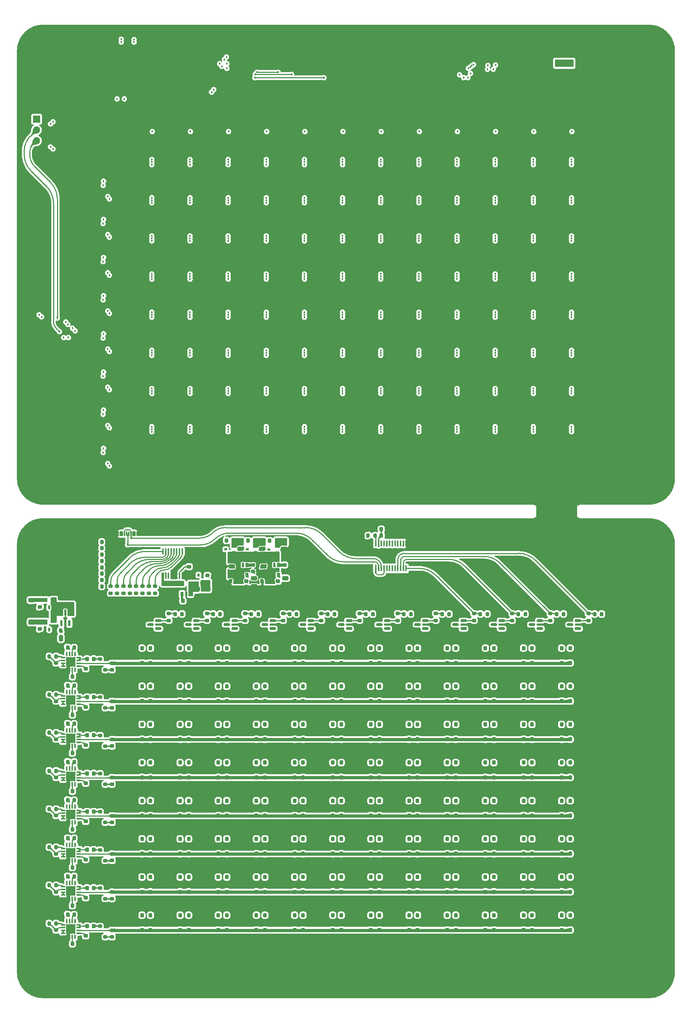
<source format=gbl>
%TF.GenerationSoftware,KiCad,Pcbnew,(6.0.5)*%
%TF.CreationDate,2022-11-15T17:21:09-05:00*%
%TF.ProjectId,OPSpec_v0.1.0-rounded,4f505370-6563-45f7-9630-2e312e302d72,rev?*%
%TF.SameCoordinates,Original*%
%TF.FileFunction,Copper,L4,Bot*%
%TF.FilePolarity,Positive*%
%FSLAX46Y46*%
G04 Gerber Fmt 4.6, Leading zero omitted, Abs format (unit mm)*
G04 Created by KiCad (PCBNEW (6.0.5)) date 2022-11-15 17:21:09*
%MOMM*%
%LPD*%
G01*
G04 APERTURE LIST*
G04 Aperture macros list*
%AMRoundRect*
0 Rectangle with rounded corners*
0 $1 Rounding radius*
0 $2 $3 $4 $5 $6 $7 $8 $9 X,Y pos of 4 corners*
0 Add a 4 corners polygon primitive as box body*
4,1,4,$2,$3,$4,$5,$6,$7,$8,$9,$2,$3,0*
0 Add four circle primitives for the rounded corners*
1,1,$1+$1,$2,$3*
1,1,$1+$1,$4,$5*
1,1,$1+$1,$6,$7*
1,1,$1+$1,$8,$9*
0 Add four rect primitives between the rounded corners*
20,1,$1+$1,$2,$3,$4,$5,0*
20,1,$1+$1,$4,$5,$6,$7,0*
20,1,$1+$1,$6,$7,$8,$9,0*
20,1,$1+$1,$8,$9,$2,$3,0*%
G04 Aperture macros list end*
%TA.AperFunction,SMDPad,CuDef*%
%ADD10RoundRect,0.225000X0.225000X-0.250000X0.225000X0.250000X-0.225000X0.250000X-0.225000X-0.250000X0*%
%TD*%
%TA.AperFunction,ComponentPad*%
%ADD11C,8.600000*%
%TD*%
%TA.AperFunction,ComponentPad*%
%ADD12R,4.400000X1.800000*%
%TD*%
%TA.AperFunction,ComponentPad*%
%ADD13O,4.000000X1.800000*%
%TD*%
%TA.AperFunction,ComponentPad*%
%ADD14O,1.800000X4.000000*%
%TD*%
%TA.AperFunction,ComponentPad*%
%ADD15R,1.700000X1.700000*%
%TD*%
%TA.AperFunction,ComponentPad*%
%ADD16O,1.700000X1.700000*%
%TD*%
%TA.AperFunction,SMDPad,CuDef*%
%ADD17RoundRect,0.200000X0.275000X-0.200000X0.275000X0.200000X-0.275000X0.200000X-0.275000X-0.200000X0*%
%TD*%
%TA.AperFunction,SMDPad,CuDef*%
%ADD18RoundRect,0.250000X0.475000X-0.250000X0.475000X0.250000X-0.475000X0.250000X-0.475000X-0.250000X0*%
%TD*%
%TA.AperFunction,SMDPad,CuDef*%
%ADD19RoundRect,0.200000X-0.275000X0.200000X-0.275000X-0.200000X0.275000X-0.200000X0.275000X0.200000X0*%
%TD*%
%TA.AperFunction,SMDPad,CuDef*%
%ADD20RoundRect,0.225000X-0.225000X-0.250000X0.225000X-0.250000X0.225000X0.250000X-0.225000X0.250000X0*%
%TD*%
%TA.AperFunction,SMDPad,CuDef*%
%ADD21RoundRect,0.225000X0.250000X-0.225000X0.250000X0.225000X-0.250000X0.225000X-0.250000X-0.225000X0*%
%TD*%
%TA.AperFunction,SMDPad,CuDef*%
%ADD22RoundRect,0.225000X0.225000X0.250000X-0.225000X0.250000X-0.225000X-0.250000X0.225000X-0.250000X0*%
%TD*%
%TA.AperFunction,SMDPad,CuDef*%
%ADD23R,0.695000X0.540000*%
%TD*%
%TA.AperFunction,SMDPad,CuDef*%
%ADD24RoundRect,0.200000X0.200000X0.275000X-0.200000X0.275000X-0.200000X-0.275000X0.200000X-0.275000X0*%
%TD*%
%TA.AperFunction,SMDPad,CuDef*%
%ADD25R,0.350000X1.000000*%
%TD*%
%TA.AperFunction,SMDPad,CuDef*%
%ADD26R,1.000000X0.350000*%
%TD*%
%TA.AperFunction,SMDPad,CuDef*%
%ADD27R,2.250000X2.250000*%
%TD*%
%TA.AperFunction,SMDPad,CuDef*%
%ADD28RoundRect,0.250000X0.250000X0.475000X-0.250000X0.475000X-0.250000X-0.475000X0.250000X-0.475000X0*%
%TD*%
%TA.AperFunction,SMDPad,CuDef*%
%ADD29RoundRect,0.225000X-0.250000X0.225000X-0.250000X-0.225000X0.250000X-0.225000X0.250000X0.225000X0*%
%TD*%
%TA.AperFunction,SMDPad,CuDef*%
%ADD30R,0.800000X1.000000*%
%TD*%
%TA.AperFunction,SMDPad,CuDef*%
%ADD31R,0.600000X1.000000*%
%TD*%
%TA.AperFunction,SMDPad,CuDef*%
%ADD32RoundRect,0.200000X-0.200000X-0.275000X0.200000X-0.275000X0.200000X0.275000X-0.200000X0.275000X0*%
%TD*%
%TA.AperFunction,SMDPad,CuDef*%
%ADD33RoundRect,0.150000X0.587500X0.150000X-0.587500X0.150000X-0.587500X-0.150000X0.587500X-0.150000X0*%
%TD*%
%TA.AperFunction,SMDPad,CuDef*%
%ADD34RoundRect,0.100000X-0.100000X0.637500X-0.100000X-0.637500X0.100000X-0.637500X0.100000X0.637500X0*%
%TD*%
%TA.AperFunction,SMDPad,CuDef*%
%ADD35R,0.540000X0.695000*%
%TD*%
%TA.AperFunction,SMDPad,CuDef*%
%ADD36R,0.300000X1.100000*%
%TD*%
%TA.AperFunction,SMDPad,CuDef*%
%ADD37R,2.300000X3.100000*%
%TD*%
%TA.AperFunction,SMDPad,CuDef*%
%ADD38RoundRect,0.250000X-0.475000X0.250000X-0.475000X-0.250000X0.475000X-0.250000X0.475000X0.250000X0*%
%TD*%
%TA.AperFunction,SMDPad,CuDef*%
%ADD39R,0.600000X1.400000*%
%TD*%
%TA.AperFunction,SMDPad,CuDef*%
%ADD40R,0.450000X1.475000*%
%TD*%
%TA.AperFunction,ViaPad*%
%ADD41C,0.457200*%
%TD*%
%TA.AperFunction,ViaPad*%
%ADD42C,0.457000*%
%TD*%
%TA.AperFunction,Conductor*%
%ADD43C,0.254000*%
%TD*%
%TA.AperFunction,Conductor*%
%ADD44C,0.762000*%
%TD*%
%TA.AperFunction,Conductor*%
%ADD45C,0.508000*%
%TD*%
G04 APERTURE END LIST*
D10*
X151980000Y-230240000D03*
X153980000Y-230240000D03*
X151980000Y-226740000D03*
X153980000Y-226740000D03*
X133980000Y-257240000D03*
X135980000Y-257240000D03*
X133980000Y-253740000D03*
X135980000Y-253740000D03*
X196980000Y-230240000D03*
X198980000Y-230240000D03*
X196980000Y-226740000D03*
X198980000Y-226740000D03*
X169980000Y-221240000D03*
X171980000Y-221240000D03*
X169980000Y-217740000D03*
X171980000Y-217740000D03*
X205980000Y-239240000D03*
X207980000Y-239240000D03*
X205980000Y-235740000D03*
X207980000Y-235740000D03*
X151980000Y-221240000D03*
X153980000Y-221240000D03*
X151980000Y-217740000D03*
X153980000Y-217740000D03*
X187980000Y-212240000D03*
X189980000Y-212240000D03*
X187980000Y-208740000D03*
X189980000Y-208740000D03*
X115980000Y-239240000D03*
X117980000Y-239240000D03*
X115980000Y-235740000D03*
X117980000Y-235740000D03*
X133980000Y-221240000D03*
X135980000Y-221240000D03*
X133980000Y-217740000D03*
X135980000Y-217740000D03*
X187980000Y-266240000D03*
X189980000Y-266240000D03*
X187980000Y-262740000D03*
X189980000Y-262740000D03*
X187980000Y-203240000D03*
X189980000Y-203240000D03*
X187980000Y-199740000D03*
X189980000Y-199740000D03*
X214980000Y-212240000D03*
X216980000Y-212240000D03*
X214980000Y-208740000D03*
X216980000Y-208740000D03*
X169980000Y-266240000D03*
X171980000Y-266240000D03*
X169980000Y-262740000D03*
X171980000Y-262740000D03*
X196980000Y-248240000D03*
X198980000Y-248240000D03*
X196980000Y-244740000D03*
X198980000Y-244740000D03*
X115980000Y-230240000D03*
X117980000Y-230240000D03*
X115980000Y-226740000D03*
X117980000Y-226740000D03*
X160980000Y-212240000D03*
X162980000Y-212240000D03*
X160980000Y-208740000D03*
X162980000Y-208740000D03*
X196980000Y-257240000D03*
X198980000Y-257240000D03*
X196980000Y-253740000D03*
X198980000Y-253740000D03*
X133980000Y-203240000D03*
X135980000Y-203240000D03*
X133980000Y-199740000D03*
X135980000Y-199740000D03*
X124980000Y-239240000D03*
X126980000Y-239240000D03*
X124980000Y-235740000D03*
X126980000Y-235740000D03*
X115980000Y-203240000D03*
X117980000Y-203240000D03*
X115980000Y-199740000D03*
X117980000Y-199740000D03*
X115980000Y-221240000D03*
X117980000Y-221240000D03*
X115980000Y-217740000D03*
X117980000Y-217740000D03*
X178980000Y-248240000D03*
X180980000Y-248240000D03*
X178980000Y-244740000D03*
X180980000Y-244740000D03*
X196980000Y-212240000D03*
X198980000Y-212240000D03*
X196980000Y-208740000D03*
X198980000Y-208740000D03*
X214980000Y-257240000D03*
X216980000Y-257240000D03*
X214980000Y-253740000D03*
X216980000Y-253740000D03*
X151980000Y-248240000D03*
X153980000Y-248240000D03*
X151980000Y-244740000D03*
X153980000Y-244740000D03*
X196980000Y-221240000D03*
X198980000Y-221240000D03*
X196980000Y-217740000D03*
X198980000Y-217740000D03*
X205980000Y-266240000D03*
X207980000Y-266240000D03*
X205980000Y-262740000D03*
X207980000Y-262740000D03*
X151980000Y-266240000D03*
X153980000Y-266240000D03*
X151980000Y-262740000D03*
X153980000Y-262740000D03*
X205980000Y-212240000D03*
X207980000Y-212240000D03*
X205980000Y-208740000D03*
X207980000Y-208740000D03*
X142980000Y-203240000D03*
X144980000Y-203240000D03*
X142980000Y-199740000D03*
X144980000Y-199740000D03*
X187980000Y-239240000D03*
X189980000Y-239240000D03*
X187980000Y-235740000D03*
X189980000Y-235740000D03*
X133980000Y-239240000D03*
X135980000Y-239240000D03*
X133980000Y-235740000D03*
X135980000Y-235740000D03*
X142980000Y-230240000D03*
X144980000Y-230240000D03*
X142980000Y-226740000D03*
X144980000Y-226740000D03*
X214980000Y-230240000D03*
X216980000Y-230240000D03*
X214980000Y-226740000D03*
X216980000Y-226740000D03*
X214980000Y-239240000D03*
X216980000Y-239240000D03*
X214980000Y-235740000D03*
X216980000Y-235740000D03*
X151980000Y-257240000D03*
X153980000Y-257240000D03*
X151980000Y-253740000D03*
X153980000Y-253740000D03*
X187980000Y-248240000D03*
X189980000Y-248240000D03*
X187980000Y-244740000D03*
X189980000Y-244740000D03*
X169980000Y-203240000D03*
X171980000Y-203240000D03*
X169980000Y-199740000D03*
X171980000Y-199740000D03*
X124980000Y-257240000D03*
X126980000Y-257240000D03*
X124980000Y-253740000D03*
X126980000Y-253740000D03*
X115980000Y-248240000D03*
X117980000Y-248240000D03*
X115980000Y-244740000D03*
X117980000Y-244740000D03*
X178980000Y-266240000D03*
X180980000Y-266240000D03*
X178980000Y-262740000D03*
X180980000Y-262740000D03*
X115980000Y-266240000D03*
X117980000Y-266240000D03*
X115980000Y-262740000D03*
X117980000Y-262740000D03*
X142980000Y-248240000D03*
X144980000Y-248240000D03*
X142980000Y-244740000D03*
X144980000Y-244740000D03*
X160980000Y-266240000D03*
X162980000Y-266240000D03*
X160980000Y-262740000D03*
X162980000Y-262740000D03*
X133980000Y-266240000D03*
X135980000Y-266240000D03*
X133980000Y-262740000D03*
X135980000Y-262740000D03*
X151980000Y-212240000D03*
X153980000Y-212240000D03*
X151980000Y-208740000D03*
X153980000Y-208740000D03*
X187980000Y-230240000D03*
X189980000Y-230240000D03*
X187980000Y-226740000D03*
X189980000Y-226740000D03*
X205980000Y-203240000D03*
X207980000Y-203240000D03*
X205980000Y-199740000D03*
X207980000Y-199740000D03*
X196980000Y-266240000D03*
X198980000Y-266240000D03*
X196980000Y-262740000D03*
X198980000Y-262740000D03*
X142980000Y-266240000D03*
X144980000Y-266240000D03*
X142980000Y-262740000D03*
X144980000Y-262740000D03*
X169980000Y-239240000D03*
X171980000Y-239240000D03*
X169980000Y-235740000D03*
X171980000Y-235740000D03*
X169980000Y-257240000D03*
X171980000Y-257240000D03*
X169980000Y-253740000D03*
X171980000Y-253740000D03*
X142980000Y-257240000D03*
X144980000Y-257240000D03*
X142980000Y-253740000D03*
X144980000Y-253740000D03*
X178980000Y-230240000D03*
X180980000Y-230240000D03*
X178980000Y-226740000D03*
X180980000Y-226740000D03*
X142980000Y-212240000D03*
X144980000Y-212240000D03*
X142980000Y-208740000D03*
X144980000Y-208740000D03*
X178980000Y-212240000D03*
X180980000Y-212240000D03*
X178980000Y-208740000D03*
X180980000Y-208740000D03*
X160980000Y-203240000D03*
X162980000Y-203240000D03*
X160980000Y-199740000D03*
X162980000Y-199740000D03*
X169980000Y-248240000D03*
X171980000Y-248240000D03*
X169980000Y-244740000D03*
X171980000Y-244740000D03*
X178980000Y-257240000D03*
X180980000Y-257240000D03*
X178980000Y-253740000D03*
X180980000Y-253740000D03*
X124980000Y-203240000D03*
X126980000Y-203240000D03*
X124980000Y-199740000D03*
X126980000Y-199740000D03*
X169980000Y-230240000D03*
X171980000Y-230240000D03*
X169980000Y-226740000D03*
X171980000Y-226740000D03*
X115980000Y-212240000D03*
X117980000Y-212240000D03*
X115980000Y-208740000D03*
X117980000Y-208740000D03*
X187980000Y-257240000D03*
X189980000Y-257240000D03*
X187980000Y-253740000D03*
X189980000Y-253740000D03*
X133980000Y-212240000D03*
X135980000Y-212240000D03*
X133980000Y-208740000D03*
X135980000Y-208740000D03*
X133980000Y-248240000D03*
X135980000Y-248240000D03*
X133980000Y-244740000D03*
X135980000Y-244740000D03*
X160980000Y-248240000D03*
X162980000Y-248240000D03*
X160980000Y-244740000D03*
X162980000Y-244740000D03*
X133980000Y-230240000D03*
X135980000Y-230240000D03*
X133980000Y-226740000D03*
X135980000Y-226740000D03*
X205980000Y-257240000D03*
X207980000Y-257240000D03*
X205980000Y-253740000D03*
X207980000Y-253740000D03*
X124980000Y-221240000D03*
X126980000Y-221240000D03*
X124980000Y-217740000D03*
X126980000Y-217740000D03*
X142980000Y-221240000D03*
X144980000Y-221240000D03*
X142980000Y-217740000D03*
X144980000Y-217740000D03*
X196980000Y-239240000D03*
X198980000Y-239240000D03*
X196980000Y-235740000D03*
X198980000Y-235740000D03*
X169980000Y-212240000D03*
X171980000Y-212240000D03*
X169980000Y-208740000D03*
X171980000Y-208740000D03*
X124980000Y-248240000D03*
X126980000Y-248240000D03*
X124980000Y-244740000D03*
X126980000Y-244740000D03*
X214980000Y-203240000D03*
X216980000Y-203240000D03*
X214980000Y-199740000D03*
X216980000Y-199740000D03*
X178980000Y-203240000D03*
X180980000Y-203240000D03*
X178980000Y-199740000D03*
X180980000Y-199740000D03*
X124980000Y-212240000D03*
X126980000Y-212240000D03*
X124980000Y-208740000D03*
X126980000Y-208740000D03*
X214980000Y-221240000D03*
X216980000Y-221240000D03*
X214980000Y-217740000D03*
X216980000Y-217740000D03*
X178980000Y-221240000D03*
X180980000Y-221240000D03*
X178980000Y-217740000D03*
X180980000Y-217740000D03*
X187980000Y-221240000D03*
X189980000Y-221240000D03*
X187980000Y-217740000D03*
X189980000Y-217740000D03*
X205980000Y-230240000D03*
X207980000Y-230240000D03*
X205980000Y-226740000D03*
X207980000Y-226740000D03*
X214980000Y-266240000D03*
X216980000Y-266240000D03*
X214980000Y-262740000D03*
X216980000Y-262740000D03*
X151980000Y-203240000D03*
X153980000Y-203240000D03*
X151980000Y-199740000D03*
X153980000Y-199740000D03*
X151980000Y-239240000D03*
X153980000Y-239240000D03*
X151980000Y-235740000D03*
X153980000Y-235740000D03*
X124980000Y-230240000D03*
X126980000Y-230240000D03*
X124980000Y-226740000D03*
X126980000Y-226740000D03*
X160980000Y-257240000D03*
X162980000Y-257240000D03*
X160980000Y-253740000D03*
X162980000Y-253740000D03*
X214980000Y-248240000D03*
X216980000Y-248240000D03*
X214980000Y-244740000D03*
X216980000Y-244740000D03*
X160980000Y-221240000D03*
X162980000Y-221240000D03*
X160980000Y-217740000D03*
X162980000Y-217740000D03*
X178980000Y-239240000D03*
X180980000Y-239240000D03*
X178980000Y-235740000D03*
X180980000Y-235740000D03*
X142980000Y-239240000D03*
X144980000Y-239240000D03*
X142980000Y-235740000D03*
X144980000Y-235740000D03*
X160980000Y-230240000D03*
X162980000Y-230240000D03*
X160980000Y-226740000D03*
X162980000Y-226740000D03*
X205980000Y-221240000D03*
X207980000Y-221240000D03*
X205980000Y-217740000D03*
X207980000Y-217740000D03*
X196980000Y-203240000D03*
X198980000Y-203240000D03*
X196980000Y-199740000D03*
X198980000Y-199740000D03*
X115980000Y-257240000D03*
X117980000Y-257240000D03*
X115980000Y-253740000D03*
X117980000Y-253740000D03*
X205980000Y-248240000D03*
X207980000Y-248240000D03*
X205980000Y-244740000D03*
X207980000Y-244740000D03*
X160980000Y-239240000D03*
X162980000Y-239240000D03*
X160980000Y-235740000D03*
X162980000Y-235740000D03*
X124980000Y-266240000D03*
X126980000Y-266240000D03*
X124980000Y-262740000D03*
X126980000Y-262740000D03*
D11*
X92600000Y-58800000D03*
D12*
X215600000Y-61800000D03*
D13*
X215600000Y-56000000D03*
D14*
X210800000Y-58800000D03*
D11*
X235600000Y-58800000D03*
X92600000Y-159800000D03*
D15*
X91100000Y-74980000D03*
D16*
X91100000Y-77520000D03*
X91100000Y-80060000D03*
X91100000Y-82600000D03*
D11*
X235600000Y-159800000D03*
D17*
X107300000Y-269525000D03*
X107300000Y-267875000D03*
D18*
X89898500Y-195548500D03*
X89898500Y-193648500D03*
D19*
X110100000Y-185175000D03*
X110100000Y-186825000D03*
D20*
X103025000Y-247300000D03*
X104575000Y-247300000D03*
D21*
X102700000Y-206175000D03*
X102700000Y-204625000D03*
D20*
X98025000Y-224500000D03*
X99575000Y-224500000D03*
D22*
X127174338Y-188600000D03*
X125624338Y-188600000D03*
D20*
X96950000Y-226600000D03*
X98500000Y-226600000D03*
X98025000Y-242500000D03*
X99575000Y-242500000D03*
D18*
X128999338Y-187750000D03*
X128999338Y-185850000D03*
D20*
X96950000Y-217600000D03*
X98500000Y-217600000D03*
D11*
X92600000Y-175200000D03*
D17*
X212300000Y-193225000D03*
X212300000Y-191575000D03*
D21*
X102700000Y-215175000D03*
X102700000Y-213625000D03*
D23*
X137672000Y-175750000D03*
X137672000Y-177050000D03*
X135728000Y-176400000D03*
D19*
X106100000Y-227675000D03*
X106100000Y-229325000D03*
D20*
X103025000Y-220300000D03*
X104575000Y-220300000D03*
X96950000Y-235600000D03*
X98500000Y-235600000D03*
D24*
X152425000Y-191700000D03*
X150775000Y-191700000D03*
D20*
X98025000Y-233500000D03*
X99575000Y-233500000D03*
D25*
X100175000Y-267850000D03*
X99525000Y-267850000D03*
X98875000Y-267850000D03*
X98225000Y-267850000D03*
D26*
X97350000Y-266975000D03*
X97350000Y-266325000D03*
X97350000Y-265675000D03*
X97350000Y-265025000D03*
D25*
X98225000Y-264150000D03*
X98875000Y-264150000D03*
X99525000Y-264150000D03*
X100175000Y-264150000D03*
D26*
X101050000Y-265025000D03*
X101050000Y-265675000D03*
X101050000Y-266325000D03*
X101050000Y-266975000D03*
D27*
X99200000Y-266000000D03*
D20*
X172425000Y-173200000D03*
X173975000Y-173200000D03*
D19*
X116100000Y-185175000D03*
X116100000Y-186825000D03*
D28*
X98750000Y-197400000D03*
X96850000Y-197400000D03*
D29*
X108900000Y-230300000D03*
X108900000Y-231850000D03*
D30*
X138850000Y-180146500D03*
D31*
X139800000Y-180146500D03*
D30*
X140750000Y-180146500D03*
X140750000Y-182546500D03*
X138850000Y-182546500D03*
D21*
X102700000Y-251175000D03*
X102700000Y-249625000D03*
D19*
X106100000Y-236675000D03*
X106100000Y-238325000D03*
X111600000Y-185175000D03*
X111600000Y-186825000D03*
D17*
X203300000Y-193225000D03*
X203300000Y-191575000D03*
D24*
X101625000Y-226600000D03*
X99975000Y-226600000D03*
D17*
X131300000Y-193225000D03*
X131300000Y-191575000D03*
D11*
X235600000Y-175200000D03*
D20*
X96950000Y-244600000D03*
X98500000Y-244600000D03*
D21*
X102700000Y-269175000D03*
X102700000Y-267625000D03*
D20*
X96950000Y-262600000D03*
X98500000Y-262600000D03*
X96950000Y-253600000D03*
X98500000Y-253600000D03*
X103025000Y-211300000D03*
X104575000Y-211300000D03*
D17*
X107300000Y-251525000D03*
X107300000Y-249875000D03*
D30*
X146250000Y-180146500D03*
D31*
X147200000Y-180146500D03*
D30*
X148150000Y-180146500D03*
X148150000Y-182546500D03*
X146250000Y-182546500D03*
D17*
X95700000Y-222925000D03*
X95700000Y-221275000D03*
D25*
X100175000Y-213850000D03*
X99525000Y-213850000D03*
X98875000Y-213850000D03*
X98225000Y-213850000D03*
D26*
X97350000Y-212975000D03*
X97350000Y-212325000D03*
X97350000Y-211675000D03*
X97350000Y-211025000D03*
D25*
X98225000Y-210150000D03*
X98875000Y-210150000D03*
X99525000Y-210150000D03*
X100175000Y-210150000D03*
D26*
X101050000Y-211025000D03*
X101050000Y-211675000D03*
X101050000Y-212325000D03*
X101050000Y-212975000D03*
D27*
X99200000Y-212000000D03*
D20*
X98025000Y-206500000D03*
X99575000Y-206500000D03*
D32*
X94075000Y-201700000D03*
X95725000Y-201700000D03*
D19*
X113100000Y-185175000D03*
X113100000Y-186825000D03*
D25*
X100175000Y-258850000D03*
X99525000Y-258850000D03*
X98875000Y-258850000D03*
X98225000Y-258850000D03*
D26*
X97350000Y-257975000D03*
X97350000Y-257325000D03*
X97350000Y-256675000D03*
X97350000Y-256025000D03*
D25*
X98225000Y-255150000D03*
X98875000Y-255150000D03*
X99525000Y-255150000D03*
X100175000Y-255150000D03*
D26*
X101050000Y-256025000D03*
X101050000Y-256675000D03*
X101050000Y-257325000D03*
X101050000Y-257975000D03*
D27*
X99200000Y-257000000D03*
D24*
X125425000Y-191700000D03*
X123775000Y-191700000D03*
D25*
X100175000Y-249850000D03*
X99525000Y-249850000D03*
X98875000Y-249850000D03*
X98225000Y-249850000D03*
D26*
X97350000Y-248975000D03*
X97350000Y-248325000D03*
X97350000Y-247675000D03*
X97350000Y-247025000D03*
D25*
X98225000Y-246150000D03*
X98875000Y-246150000D03*
X99525000Y-246150000D03*
X100175000Y-246150000D03*
D26*
X101050000Y-247025000D03*
X101050000Y-247675000D03*
X101050000Y-248325000D03*
X101050000Y-248975000D03*
D27*
X99200000Y-248000000D03*
D29*
X122600000Y-184425000D03*
X122600000Y-185975000D03*
D24*
X101625000Y-244600000D03*
X99975000Y-244600000D03*
D32*
X94075000Y-228700000D03*
X95725000Y-228700000D03*
D33*
X128837500Y-193250000D03*
X128837500Y-195150000D03*
X126962500Y-194200000D03*
X155837500Y-193250000D03*
X155837500Y-195150000D03*
X153962500Y-194200000D03*
D19*
X106100000Y-263675000D03*
X106100000Y-265325000D03*
D18*
X144325000Y-176325000D03*
X144325000Y-174425000D03*
D23*
X142772000Y-175750000D03*
X142772000Y-177050000D03*
X140828000Y-176400000D03*
D21*
X124100000Y-185975000D03*
X124100000Y-184425000D03*
D17*
X107300000Y-233525000D03*
X107300000Y-231875000D03*
D19*
X106100000Y-254675000D03*
X106100000Y-256325000D03*
D32*
X104850000Y-183700000D03*
X106500000Y-183700000D03*
D33*
X164837500Y-193250000D03*
X164837500Y-195150000D03*
X162962500Y-194200000D03*
D32*
X94075000Y-237700000D03*
X95725000Y-237700000D03*
D24*
X143425000Y-191700000D03*
X141775000Y-191700000D03*
X147725000Y-174400000D03*
X146075000Y-174400000D03*
D20*
X136875000Y-183950000D03*
X138425000Y-183950000D03*
D19*
X106100000Y-218675000D03*
X106100000Y-220325000D03*
D17*
X122300000Y-193225000D03*
X122300000Y-191575000D03*
D34*
X120925000Y-176937500D03*
X121575000Y-176937500D03*
X122225000Y-176937500D03*
X122875000Y-176937500D03*
X123525000Y-176937500D03*
X124175000Y-176937500D03*
X124825000Y-176937500D03*
X125475000Y-176937500D03*
X125475000Y-182662500D03*
X124825000Y-182662500D03*
X124175000Y-182662500D03*
X123525000Y-182662500D03*
X122875000Y-182662500D03*
X122225000Y-182662500D03*
X121575000Y-182662500D03*
X120925000Y-182662500D03*
D20*
X103025000Y-256300000D03*
X104575000Y-256300000D03*
D32*
X104850000Y-185200000D03*
X106500000Y-185200000D03*
D17*
X107300000Y-242525000D03*
X107300000Y-240875000D03*
D32*
X94075000Y-255700000D03*
X95725000Y-255700000D03*
D17*
X107300000Y-215525000D03*
X107300000Y-213875000D03*
D11*
X92600000Y-276200000D03*
D20*
X103025000Y-229300000D03*
X104575000Y-229300000D03*
D21*
X142200000Y-181675000D03*
X142200000Y-180125000D03*
D24*
X215425000Y-191700000D03*
X213775000Y-191700000D03*
D18*
X89898500Y-190348500D03*
X89898500Y-188448500D03*
D19*
X119100000Y-185175000D03*
X119100000Y-186825000D03*
D32*
X104850000Y-177700000D03*
X106500000Y-177700000D03*
D24*
X179425000Y-191700000D03*
X177775000Y-191700000D03*
D17*
X95700000Y-249925000D03*
X95700000Y-248275000D03*
D29*
X108900000Y-203300000D03*
X108900000Y-204850000D03*
D32*
X104850000Y-182200000D03*
X106500000Y-182200000D03*
D24*
X101625000Y-253600000D03*
X99975000Y-253600000D03*
D29*
X108900000Y-266300000D03*
X108900000Y-267850000D03*
D20*
X103025000Y-238300000D03*
X104575000Y-238300000D03*
X96950000Y-208600000D03*
X98500000Y-208600000D03*
D35*
X93448500Y-188226500D03*
X94748500Y-188226500D03*
X94098500Y-190170500D03*
D24*
X224425000Y-191700000D03*
X222775000Y-191700000D03*
D25*
X100175000Y-231850000D03*
X99525000Y-231850000D03*
X98875000Y-231850000D03*
X98225000Y-231850000D03*
D26*
X97350000Y-230975000D03*
X97350000Y-230325000D03*
X97350000Y-229675000D03*
X97350000Y-229025000D03*
D25*
X98225000Y-228150000D03*
X98875000Y-228150000D03*
X99525000Y-228150000D03*
X100175000Y-228150000D03*
D26*
X101050000Y-229025000D03*
X101050000Y-229675000D03*
X101050000Y-230325000D03*
X101050000Y-230975000D03*
D27*
X99200000Y-230000000D03*
D32*
X94075000Y-210700000D03*
X95725000Y-210700000D03*
D19*
X106100000Y-245675000D03*
X106100000Y-247325000D03*
D33*
X182837500Y-193250000D03*
X182837500Y-195150000D03*
X180962500Y-194200000D03*
D21*
X140600000Y-185475000D03*
X140600000Y-183925000D03*
D25*
X100175000Y-222850000D03*
X99525000Y-222850000D03*
X98875000Y-222850000D03*
X98225000Y-222850000D03*
D26*
X97350000Y-221975000D03*
X97350000Y-221325000D03*
X97350000Y-220675000D03*
X97350000Y-220025000D03*
D25*
X98225000Y-219150000D03*
X98875000Y-219150000D03*
X99525000Y-219150000D03*
X100175000Y-219150000D03*
D26*
X101050000Y-220025000D03*
X101050000Y-220675000D03*
X101050000Y-221325000D03*
X101050000Y-221975000D03*
D27*
X99200000Y-221000000D03*
D24*
X101625000Y-262600000D03*
X99975000Y-262600000D03*
D22*
X98375000Y-195600000D03*
X96825000Y-195600000D03*
D17*
X95700000Y-231925000D03*
X95700000Y-230275000D03*
D24*
X188425000Y-191700000D03*
X186775000Y-191700000D03*
D35*
X129949338Y-184472000D03*
X128649338Y-184472000D03*
X129299338Y-182528000D03*
D29*
X96598500Y-188023500D03*
X96598500Y-189573500D03*
D33*
X200837500Y-193250000D03*
X200837500Y-195150000D03*
X198962500Y-194200000D03*
D17*
X95700000Y-267925000D03*
X95700000Y-266275000D03*
D33*
X218837500Y-193250000D03*
X218837500Y-195150000D03*
X216962500Y-194200000D03*
D17*
X176300000Y-193225000D03*
X176300000Y-191575000D03*
D24*
X170925000Y-173200000D03*
X169275000Y-173200000D03*
D19*
X108600000Y-185175000D03*
X108600000Y-186825000D03*
X106100000Y-200675000D03*
X106100000Y-202325000D03*
D29*
X108900000Y-257300000D03*
X108900000Y-258850000D03*
D17*
X95700000Y-204925000D03*
X95700000Y-203275000D03*
D21*
X102700000Y-233175000D03*
X102700000Y-231625000D03*
X102700000Y-224175000D03*
X102700000Y-222625000D03*
D19*
X91898500Y-193548500D03*
X91898500Y-195198500D03*
D36*
X109350000Y-172775000D03*
X109850000Y-172775000D03*
X110350000Y-172775000D03*
X110850000Y-172775000D03*
X111350000Y-172775000D03*
X111850000Y-172775000D03*
X112350000Y-172775000D03*
X112850000Y-172775000D03*
X113350000Y-172775000D03*
X113850000Y-172775000D03*
X114350000Y-172775000D03*
X114850000Y-172775000D03*
X115350000Y-172775000D03*
X115850000Y-172775000D03*
D37*
X117520000Y-171075000D03*
X107680000Y-171075000D03*
D38*
X137150000Y-180500000D03*
X137150000Y-182400000D03*
D29*
X108900000Y-212300000D03*
X108900000Y-213850000D03*
D20*
X98025000Y-269500000D03*
X99575000Y-269500000D03*
D24*
X161425000Y-191700000D03*
X159775000Y-191700000D03*
D38*
X99198500Y-187648500D03*
X99198500Y-189548500D03*
D24*
X197425000Y-191700000D03*
X195775000Y-191700000D03*
D38*
X144600000Y-180496500D03*
X144600000Y-182396500D03*
D30*
X127349338Y-187000000D03*
D31*
X126399338Y-187000000D03*
D30*
X125449338Y-187000000D03*
X125449338Y-184600000D03*
X127349338Y-184600000D03*
D33*
X173837500Y-193250000D03*
X173837500Y-195150000D03*
X171962500Y-194200000D03*
D29*
X108900000Y-221300000D03*
X108900000Y-222850000D03*
D25*
X100175000Y-240850000D03*
X99525000Y-240850000D03*
X98875000Y-240850000D03*
X98225000Y-240850000D03*
D26*
X97350000Y-239975000D03*
X97350000Y-239325000D03*
X97350000Y-238675000D03*
X97350000Y-238025000D03*
D25*
X98225000Y-237150000D03*
X98875000Y-237150000D03*
X99525000Y-237150000D03*
X100175000Y-237150000D03*
D26*
X101050000Y-238025000D03*
X101050000Y-238675000D03*
X101050000Y-239325000D03*
X101050000Y-239975000D03*
D27*
X99200000Y-239000000D03*
D19*
X117600000Y-185175000D03*
X117600000Y-186825000D03*
X106100000Y-209675000D03*
X106100000Y-211325000D03*
D20*
X103025000Y-265300000D03*
X104575000Y-265300000D03*
D17*
X194300000Y-193225000D03*
X194300000Y-191575000D03*
D20*
X98025000Y-260500000D03*
X99575000Y-260500000D03*
D29*
X108900000Y-239300000D03*
X108900000Y-240850000D03*
D21*
X148000000Y-185475000D03*
X148000000Y-183925000D03*
D24*
X101625000Y-208600000D03*
X99975000Y-208600000D03*
D23*
X147872000Y-175850000D03*
X147872000Y-177150000D03*
X145928000Y-176500000D03*
D32*
X104850000Y-179200000D03*
X106500000Y-179200000D03*
D17*
X95700000Y-240925000D03*
X95700000Y-239275000D03*
X149300000Y-193225000D03*
X149300000Y-191575000D03*
D18*
X149800000Y-185150000D03*
X149800000Y-183250000D03*
D32*
X104850000Y-180700000D03*
X106500000Y-180700000D03*
D19*
X91898500Y-188373500D03*
X91898500Y-190023500D03*
D17*
X107300000Y-206525000D03*
X107300000Y-204875000D03*
D20*
X98025000Y-215500000D03*
X99575000Y-215500000D03*
D33*
X191837500Y-193250000D03*
X191837500Y-195150000D03*
X189962500Y-194200000D03*
D32*
X94075000Y-246700000D03*
X95725000Y-246700000D03*
D29*
X108900000Y-248300000D03*
X108900000Y-249850000D03*
D17*
X95700000Y-258925000D03*
X95700000Y-257275000D03*
D20*
X103025000Y-202300000D03*
X104575000Y-202300000D03*
D32*
X104850000Y-176200000D03*
X106500000Y-176200000D03*
D18*
X149450000Y-176300000D03*
X149450000Y-174400000D03*
D17*
X185300000Y-193225000D03*
X185300000Y-191575000D03*
D32*
X94075000Y-219700000D03*
X95725000Y-219700000D03*
D20*
X96950000Y-199600000D03*
X98500000Y-199600000D03*
D11*
X235600000Y-276200000D03*
D17*
X158300000Y-193225000D03*
X158300000Y-191575000D03*
D18*
X142400000Y-185150000D03*
X142400000Y-183250000D03*
D17*
X107300000Y-224525000D03*
X107300000Y-222875000D03*
X167300000Y-193225000D03*
X167300000Y-191575000D03*
D24*
X101625000Y-217600000D03*
X99975000Y-217600000D03*
D17*
X131399338Y-184225000D03*
X131399338Y-182575000D03*
D24*
X170425000Y-191700000D03*
X168775000Y-191700000D03*
D33*
X209837500Y-193250000D03*
X209837500Y-195150000D03*
X207962500Y-194200000D03*
D17*
X221300000Y-193225000D03*
X221300000Y-191575000D03*
D24*
X101625000Y-235600000D03*
X99975000Y-235600000D03*
D18*
X131400000Y-187750000D03*
X131400000Y-185850000D03*
D33*
X137837500Y-193250000D03*
X137837500Y-195150000D03*
X135962500Y-194200000D03*
D21*
X102700000Y-260175000D03*
X102700000Y-258625000D03*
D24*
X137525000Y-174350000D03*
X135875000Y-174350000D03*
D17*
X95700000Y-213925000D03*
X95700000Y-212275000D03*
D20*
X98025000Y-251500000D03*
X99575000Y-251500000D03*
D21*
X102700000Y-242175000D03*
X102700000Y-240625000D03*
D24*
X101625000Y-199600000D03*
X99975000Y-199600000D03*
D35*
X93448500Y-193401500D03*
X94748500Y-193401500D03*
X94098500Y-195345500D03*
D24*
X134425000Y-191700000D03*
X132775000Y-191700000D03*
D17*
X140300000Y-193225000D03*
X140300000Y-191575000D03*
D32*
X94075000Y-264700000D03*
X95725000Y-264700000D03*
D17*
X107300000Y-260525000D03*
X107300000Y-258875000D03*
D39*
X96948500Y-191348500D03*
X97898500Y-191348500D03*
X98848500Y-191348500D03*
X98848500Y-193848500D03*
X96948500Y-193848500D03*
D21*
X127100000Y-182075000D03*
X127100000Y-180525000D03*
X149600000Y-181668000D03*
X149600000Y-180118000D03*
D33*
X119837500Y-193250000D03*
X119837500Y-195150000D03*
X117962500Y-194200000D03*
D18*
X139250000Y-176300000D03*
X139250000Y-174400000D03*
D33*
X146837500Y-193250000D03*
X146837500Y-195150000D03*
X144962500Y-194200000D03*
D25*
X100175000Y-204850000D03*
X99525000Y-204850000D03*
X98875000Y-204850000D03*
X98225000Y-204850000D03*
D26*
X97350000Y-203975000D03*
X97350000Y-203325000D03*
X97350000Y-202675000D03*
X97350000Y-202025000D03*
D25*
X98225000Y-201150000D03*
X98875000Y-201150000D03*
X99525000Y-201150000D03*
X100175000Y-201150000D03*
D26*
X101050000Y-202025000D03*
X101050000Y-202675000D03*
X101050000Y-203325000D03*
X101050000Y-203975000D03*
D27*
X99200000Y-203000000D03*
D32*
X104850000Y-174700000D03*
X106500000Y-174700000D03*
D40*
X171125000Y-175062000D03*
X171775000Y-175062000D03*
X172425000Y-175062000D03*
X173075000Y-175062000D03*
X173725000Y-175062000D03*
X174375000Y-175062000D03*
X175025000Y-175062000D03*
X175675000Y-175062000D03*
X176325000Y-175062000D03*
X176975000Y-175062000D03*
X177625000Y-175062000D03*
X178275000Y-175062000D03*
X178275000Y-180938000D03*
X177625000Y-180938000D03*
X176975000Y-180938000D03*
X176325000Y-180938000D03*
X175675000Y-180938000D03*
X175025000Y-180938000D03*
X174375000Y-180938000D03*
X173725000Y-180938000D03*
X173075000Y-180938000D03*
X172425000Y-180938000D03*
X171775000Y-180938000D03*
X171125000Y-180938000D03*
D20*
X144325000Y-183946500D03*
X145875000Y-183946500D03*
D22*
X173975000Y-171700000D03*
X172425000Y-171700000D03*
D24*
X206425000Y-191700000D03*
X204775000Y-191700000D03*
X142625000Y-174400000D03*
X140975000Y-174400000D03*
D21*
X121100000Y-185975000D03*
X121100000Y-184425000D03*
D19*
X114600000Y-185175000D03*
X114600000Y-186825000D03*
D41*
X98900000Y-209825000D03*
X98900000Y-201425000D03*
X98900000Y-255425000D03*
X96800000Y-197400000D03*
X98200000Y-199325000D03*
X98900000Y-264425000D03*
X98200000Y-253325000D03*
X98900000Y-218825000D03*
X98800000Y-253925000D03*
X98200000Y-226325000D03*
X96800000Y-196800000D03*
X98200000Y-244325000D03*
X96800000Y-198000000D03*
X98900000Y-219425000D03*
X98900000Y-228425000D03*
X98900000Y-200825000D03*
X98900000Y-254825000D03*
X98200000Y-262325000D03*
X98900000Y-246425000D03*
X98200000Y-208325000D03*
X98200000Y-217325000D03*
X98800000Y-235925000D03*
X96898500Y-193398500D03*
X98800000Y-208925000D03*
X96600000Y-195300000D03*
X98900000Y-236825000D03*
X98900000Y-227825000D03*
X98200000Y-235325000D03*
X96898500Y-194298500D03*
X98900000Y-263825000D03*
X98800000Y-217925000D03*
X98900000Y-237425000D03*
X98800000Y-226925000D03*
X97100000Y-195900000D03*
X98900000Y-245825000D03*
X98800000Y-199925000D03*
X98900000Y-210425000D03*
X98800000Y-244925000D03*
X98800000Y-262925000D03*
X192300000Y-195100000D03*
X173300000Y-195100000D03*
X172425000Y-173200000D03*
X156300000Y-195100000D03*
X152500000Y-191700000D03*
X209300000Y-195100000D03*
X224500000Y-191700000D03*
X171100000Y-181500000D03*
X191300000Y-195100000D03*
X141900000Y-183200000D03*
X171800000Y-175700000D03*
X210300000Y-195100000D03*
X147300000Y-195100000D03*
X219300000Y-195100000D03*
X218300000Y-195100000D03*
X188500000Y-191700000D03*
X155300000Y-195100000D03*
X200300000Y-195100000D03*
X171800000Y-175100000D03*
X147700000Y-183700000D03*
X142400000Y-183200000D03*
X128300000Y-195100000D03*
X169100000Y-173500000D03*
X206500000Y-191700000D03*
X174300000Y-195100000D03*
X134500000Y-191700000D03*
X146300000Y-195100000D03*
X171800000Y-174500000D03*
X147900000Y-182200000D03*
X143500000Y-191700000D03*
X148300000Y-184200000D03*
X140500000Y-182200000D03*
X140900000Y-184200000D03*
X171100000Y-180900000D03*
X179500000Y-191700000D03*
X141000000Y-182900000D03*
X183300000Y-195100000D03*
X149300000Y-183300000D03*
X182300000Y-195100000D03*
X172425000Y-171700000D03*
X164300000Y-195100000D03*
X215500000Y-191700000D03*
X137300000Y-195100000D03*
X150300000Y-183300000D03*
X140300000Y-183700000D03*
X120300000Y-195100000D03*
X149800000Y-183300000D03*
X138300000Y-195100000D03*
X161500000Y-191700000D03*
X142900000Y-183200000D03*
X171100000Y-180300000D03*
X165300000Y-195100000D03*
X125500000Y-191700000D03*
X201300000Y-195100000D03*
X169500000Y-172900000D03*
X170500000Y-191700000D03*
X129300000Y-195100000D03*
X197500000Y-191700000D03*
X148400000Y-182900000D03*
X119300000Y-195100000D03*
X176800000Y-92300000D03*
X97000000Y-123400000D03*
X131800000Y-146300000D03*
X122800000Y-92300000D03*
X111800000Y-79100000D03*
X123400000Y-128800000D03*
X141400000Y-110800000D03*
X198400000Y-78300000D03*
X195400000Y-119800000D03*
X204400000Y-110800000D03*
X204400000Y-128800000D03*
X176800000Y-83300000D03*
X149800000Y-137300000D03*
X167800000Y-92300000D03*
X212800000Y-137300000D03*
X186400000Y-146800000D03*
X204400000Y-101800000D03*
X185800000Y-92300000D03*
X140800000Y-137300000D03*
X159400000Y-128800000D03*
X202400000Y-79600000D03*
X168400000Y-101800000D03*
X150400000Y-83800000D03*
X132400000Y-128800000D03*
X113800000Y-119300000D03*
X186400000Y-110800000D03*
X201275000Y-63200000D03*
X141400000Y-101800000D03*
X132400000Y-146800000D03*
X122800000Y-110300000D03*
X162400000Y-78300000D03*
X158800000Y-101300000D03*
X158800000Y-83300000D03*
X201800000Y-79100000D03*
X141400000Y-119800000D03*
X194800000Y-92300000D03*
X113800000Y-101300000D03*
X92700000Y-131700000D03*
X177400000Y-146800000D03*
X91600000Y-125800000D03*
X148400000Y-79600000D03*
X180400000Y-78300000D03*
X96500000Y-122800000D03*
X212800000Y-110300000D03*
X204400000Y-92800000D03*
X168400000Y-119800000D03*
X194800000Y-146300000D03*
X210800000Y-79100000D03*
X213400000Y-137800000D03*
X133900000Y-60300000D03*
X112400000Y-79600000D03*
X113800000Y-137300000D03*
X110100000Y-56100000D03*
X122800000Y-137300000D03*
X185800000Y-128300000D03*
X207400000Y-78300000D03*
X186400000Y-119800000D03*
X191875000Y-63300000D03*
X204400000Y-119800000D03*
X194800000Y-110300000D03*
X212800000Y-128300000D03*
X213400000Y-146800000D03*
X114400000Y-110800000D03*
X149800000Y-128300000D03*
X153400000Y-78300000D03*
X216400000Y-78300000D03*
X92800000Y-125200000D03*
X158800000Y-128300000D03*
X167800000Y-101300000D03*
X123400000Y-119800000D03*
X203800000Y-101300000D03*
X204400000Y-83800000D03*
X203800000Y-119300000D03*
X195400000Y-101800000D03*
X184400000Y-79600000D03*
X192800000Y-79100000D03*
X123400000Y-92800000D03*
X211400000Y-79600000D03*
X213400000Y-128800000D03*
X186400000Y-92800000D03*
X150400000Y-137800000D03*
X140800000Y-146300000D03*
X141400000Y-137800000D03*
X113800000Y-83300000D03*
X131800000Y-119300000D03*
X150400000Y-146800000D03*
X193400000Y-79600000D03*
X159400000Y-92800000D03*
X132400000Y-137800000D03*
X157400000Y-79600000D03*
X158800000Y-119300000D03*
X177400000Y-110800000D03*
X135400000Y-78300000D03*
X203800000Y-110300000D03*
X91600000Y-131700000D03*
X213400000Y-119800000D03*
X150400000Y-110800000D03*
X176800000Y-119300000D03*
X149800000Y-146300000D03*
X168400000Y-128800000D03*
X212800000Y-83300000D03*
X195400000Y-137800000D03*
X177400000Y-101800000D03*
X150400000Y-92800000D03*
X111800000Y-71800000D03*
X185800000Y-110300000D03*
X110100000Y-71800000D03*
X194800000Y-128300000D03*
X138000000Y-63000000D03*
X114400000Y-101800000D03*
X177400000Y-119800000D03*
X203800000Y-83300000D03*
X159400000Y-137800000D03*
X158800000Y-110300000D03*
X130400000Y-79600000D03*
X132400000Y-101800000D03*
X149800000Y-92300000D03*
X114400000Y-92800000D03*
X185800000Y-146300000D03*
X176800000Y-137300000D03*
X123400000Y-146800000D03*
X114400000Y-128800000D03*
X122800000Y-128300000D03*
X122800000Y-146300000D03*
X113800000Y-92300000D03*
X194800000Y-119300000D03*
X132400000Y-110800000D03*
X213400000Y-83800000D03*
X114400000Y-83800000D03*
X167800000Y-146300000D03*
X174800000Y-79100000D03*
X176800000Y-101300000D03*
X109600000Y-56800000D03*
X158800000Y-92300000D03*
X212800000Y-101300000D03*
X140800000Y-101300000D03*
X132400000Y-92800000D03*
X140800000Y-83300000D03*
X115100000Y-56200000D03*
X141400000Y-146800000D03*
X176800000Y-146300000D03*
X126400000Y-78300000D03*
X166400000Y-79600000D03*
X167800000Y-137300000D03*
X132800000Y-62500000D03*
X129800000Y-79100000D03*
X137300000Y-68900000D03*
X195400000Y-83800000D03*
X136700000Y-67800000D03*
X168400000Y-146800000D03*
X213400000Y-92800000D03*
X183800000Y-79100000D03*
X212800000Y-92300000D03*
X197575000Y-60900000D03*
X131800000Y-92300000D03*
X194800000Y-101300000D03*
X114400000Y-146800000D03*
X168400000Y-92800000D03*
X134400000Y-60900000D03*
X158800000Y-146300000D03*
X159400000Y-146800000D03*
X189400000Y-78300000D03*
X203800000Y-146300000D03*
X186400000Y-137800000D03*
X177400000Y-137800000D03*
X203800000Y-128300000D03*
X194800000Y-137300000D03*
X190875000Y-62600000D03*
X212800000Y-146300000D03*
X185800000Y-101300000D03*
X186400000Y-101800000D03*
X213400000Y-110800000D03*
X168400000Y-137800000D03*
X91600000Y-125200000D03*
X195400000Y-110800000D03*
X195400000Y-146800000D03*
X138800000Y-79100000D03*
X203800000Y-137300000D03*
X177400000Y-83800000D03*
X149800000Y-83300000D03*
X132400000Y-119800000D03*
X123400000Y-110800000D03*
X113800000Y-110300000D03*
X120800000Y-79100000D03*
X147800000Y-79100000D03*
X194775000Y-64200000D03*
X113800000Y-128300000D03*
X140800000Y-110300000D03*
X158800000Y-137300000D03*
X186400000Y-83800000D03*
X212800000Y-119300000D03*
X100200000Y-126400000D03*
X204400000Y-137800000D03*
X167800000Y-83300000D03*
X131800000Y-83300000D03*
X167800000Y-110300000D03*
X149800000Y-101300000D03*
X150400000Y-119800000D03*
X122800000Y-119300000D03*
X156800000Y-79100000D03*
X203800000Y-92300000D03*
X113800000Y-146300000D03*
X213400000Y-101800000D03*
X140800000Y-128300000D03*
X195400000Y-128800000D03*
X197475000Y-60000000D03*
X149800000Y-119300000D03*
X201275000Y-62200000D03*
X177400000Y-128800000D03*
X141400000Y-92800000D03*
X140800000Y-92300000D03*
X141400000Y-128800000D03*
X132400000Y-83800000D03*
X177400000Y-92800000D03*
X185800000Y-83300000D03*
X121400000Y-79600000D03*
X131800000Y-137300000D03*
X168400000Y-110800000D03*
X99600000Y-125900000D03*
X137300000Y-67800000D03*
X122800000Y-101300000D03*
X185800000Y-119300000D03*
X92800000Y-125800000D03*
X150400000Y-128800000D03*
X141400000Y-83800000D03*
X204400000Y-146800000D03*
X167800000Y-128300000D03*
X149800000Y-110300000D03*
X159400000Y-110800000D03*
X144400000Y-78300000D03*
X143200000Y-68900000D03*
X114400000Y-137800000D03*
X122800000Y-83300000D03*
X123400000Y-137800000D03*
X194800000Y-83300000D03*
X143200000Y-67800000D03*
X195400000Y-92800000D03*
X139400000Y-79600000D03*
X136700000Y-68800000D03*
X167800000Y-119300000D03*
X150400000Y-101800000D03*
X123400000Y-83800000D03*
X168400000Y-83800000D03*
X138000000Y-62000000D03*
X123400000Y-101800000D03*
X131800000Y-128300000D03*
X185800000Y-137300000D03*
X159400000Y-83800000D03*
X195475000Y-65200000D03*
X133300000Y-61900000D03*
X176800000Y-128300000D03*
X115600000Y-56787500D03*
X171400000Y-78300000D03*
X131800000Y-110300000D03*
X117400000Y-78300000D03*
X140800000Y-119300000D03*
X159400000Y-119800000D03*
X186400000Y-128800000D03*
X165800000Y-79100000D03*
X176800000Y-110300000D03*
X175400000Y-79600000D03*
X159400000Y-101800000D03*
X131800000Y-101300000D03*
X114400000Y-119800000D03*
X96500000Y-125100000D03*
X96000000Y-121900000D03*
X118300000Y-102500000D03*
X118300000Y-147500000D03*
X118300000Y-148700000D03*
X118300000Y-94700000D03*
X118300000Y-112700000D03*
X118300000Y-103100000D03*
X118300000Y-121100000D03*
X118300000Y-85700000D03*
X118300000Y-111500000D03*
X118300000Y-130100000D03*
X118300000Y-129500000D03*
X118300000Y-139100000D03*
X118300000Y-94100000D03*
X118300000Y-85100000D03*
X118300000Y-112100000D03*
X118300000Y-121700000D03*
X118300000Y-103700000D03*
X118300000Y-139700000D03*
X118300000Y-120500000D03*
X118300000Y-138500000D03*
X118400000Y-77900000D03*
X118300000Y-130700000D03*
X118300000Y-84500000D03*
X118300000Y-93500000D03*
X118300000Y-148100000D03*
X116000000Y-199700000D03*
X116000000Y-262700000D03*
X118000000Y-235700000D03*
X118000000Y-244700000D03*
X116000000Y-253700000D03*
X116000000Y-235700000D03*
X116000000Y-217700000D03*
X118000000Y-217700000D03*
X118000000Y-208700000D03*
X118000000Y-262700000D03*
X116000000Y-226700000D03*
X118000000Y-253700000D03*
X117500000Y-194200000D03*
X116000000Y-244700000D03*
X118000000Y-226700000D03*
X118100000Y-194200000D03*
X118000000Y-199700000D03*
X116000000Y-208700000D03*
X127000000Y-226700000D03*
X127000000Y-253700000D03*
X125000000Y-235700000D03*
X125000000Y-244700000D03*
X127000000Y-208700000D03*
X125000000Y-217700000D03*
X125000000Y-199700000D03*
X127000000Y-217700000D03*
X127000000Y-244700000D03*
X127000000Y-235700000D03*
X125000000Y-208700000D03*
X125000000Y-253700000D03*
X127000000Y-262700000D03*
X125000000Y-262700000D03*
X126500000Y-194200000D03*
X127100000Y-194200000D03*
X125000000Y-226700000D03*
X127000000Y-199700000D03*
X127300000Y-139100000D03*
X127300000Y-112100000D03*
X127300000Y-148100000D03*
X127300000Y-103100000D03*
X127300000Y-102500000D03*
X127300000Y-94700000D03*
X127400000Y-77900000D03*
X127300000Y-129500000D03*
X127300000Y-138500000D03*
X127300000Y-84500000D03*
X127300000Y-121700000D03*
X127300000Y-93500000D03*
X127300000Y-94100000D03*
X127300000Y-121100000D03*
X127300000Y-120500000D03*
X127300000Y-111500000D03*
X127300000Y-85100000D03*
X127300000Y-148700000D03*
X127300000Y-139700000D03*
X127300000Y-130700000D03*
X127300000Y-147500000D03*
X127300000Y-130100000D03*
X127300000Y-85700000D03*
X127300000Y-103700000D03*
X127300000Y-112700000D03*
X106500000Y-185200000D03*
X108600000Y-185175000D03*
X110100000Y-185175000D03*
X106500000Y-183700000D03*
X111600000Y-185175000D03*
X106500000Y-182200000D03*
X106500000Y-180700000D03*
X113100000Y-185175000D03*
X106500000Y-179200000D03*
X114600000Y-185175000D03*
X116100000Y-185175000D03*
X106500000Y-177700000D03*
X106500000Y-176200000D03*
X117600000Y-185175000D03*
X106500000Y-174700000D03*
X119100000Y-185175000D03*
X198875000Y-63200000D03*
X111100000Y-56100000D03*
X114100000Y-56787500D03*
X197475000Y-63200000D03*
X197575000Y-62300000D03*
X114100000Y-56200000D03*
X199375000Y-62200000D03*
X111100000Y-56787500D03*
X103000000Y-241900000D03*
X104800000Y-180700000D03*
X96298500Y-187773500D03*
X101900000Y-208900000D03*
X102400000Y-233400000D03*
X101900000Y-217900000D03*
X98200000Y-213500000D03*
X95400000Y-205200000D03*
X97200000Y-244900000D03*
X139850000Y-175950000D03*
X106400000Y-227400000D03*
X98300000Y-206800000D03*
X90500000Y-195600000D03*
X98300000Y-269800000D03*
X107600000Y-242300000D03*
X131400000Y-188000000D03*
X96700000Y-226300000D03*
X98900000Y-198000000D03*
X98100000Y-195300000D03*
X98600000Y-195900000D03*
X98900000Y-258500000D03*
X95400000Y-268200000D03*
X129500000Y-188000000D03*
X97200000Y-217900000D03*
X102400000Y-251400000D03*
X100100000Y-220100000D03*
X98200000Y-258500000D03*
X100100000Y-266000000D03*
X96700000Y-208300000D03*
X98900000Y-223200000D03*
X96700000Y-253300000D03*
X122900000Y-185700000D03*
X97800000Y-260200000D03*
X123500000Y-183200000D03*
X98300000Y-266900000D03*
X107000000Y-224800000D03*
X124400000Y-185700000D03*
X97800000Y-224200000D03*
X105800000Y-263900000D03*
X98300000Y-230000000D03*
X97800000Y-269200000D03*
X98300000Y-203900000D03*
X99200000Y-229100000D03*
X137150000Y-183650000D03*
X102400000Y-242400000D03*
X98900000Y-231500000D03*
X100100000Y-212900000D03*
X104800000Y-177700000D03*
X105800000Y-236900000D03*
X98900000Y-250200000D03*
X98200000Y-231500000D03*
X100100000Y-230900000D03*
X98300000Y-257900000D03*
X98300000Y-247100000D03*
X98698500Y-187373500D03*
X100100000Y-257900000D03*
X96000000Y-267700000D03*
X142900000Y-185200000D03*
X98200000Y-250200000D03*
X99200000Y-230900000D03*
X95400000Y-232200000D03*
X96000000Y-231700000D03*
X141900000Y-181400000D03*
X148900000Y-176600000D03*
X96898500Y-188273500D03*
X98200000Y-268200000D03*
X115100000Y-172500000D03*
X98300000Y-260800000D03*
X98200000Y-249500000D03*
X123800000Y-186300000D03*
X103000000Y-232900000D03*
X99200000Y-265100000D03*
X126400000Y-187300000D03*
X96000000Y-204700000D03*
X100100000Y-248900000D03*
X125500000Y-182100000D03*
X90500000Y-190400000D03*
X98900000Y-232200000D03*
X98300000Y-256100000D03*
X101400000Y-199300000D03*
X100100000Y-265100000D03*
X107600000Y-215300000D03*
X120800000Y-186300000D03*
X100100000Y-221000000D03*
X115600000Y-173087500D03*
X126800000Y-182200000D03*
X99200000Y-247100000D03*
X144000000Y-183646500D03*
X100100000Y-203000000D03*
X99200000Y-248000000D03*
X101900000Y-235900000D03*
X96000000Y-249700000D03*
X100100000Y-248000000D03*
X96000000Y-222700000D03*
X107600000Y-260300000D03*
X102400000Y-215400000D03*
X98900000Y-249500000D03*
X174000000Y-171700000D03*
X97898500Y-191973500D03*
X96000000Y-258700000D03*
X99200000Y-203000000D03*
X95400000Y-259200000D03*
X107600000Y-269300000D03*
X101400000Y-226300000D03*
X144600000Y-184246500D03*
X139900000Y-180500000D03*
X98300000Y-248900000D03*
X99200000Y-220100000D03*
X103000000Y-214900000D03*
X99200000Y-211100000D03*
X100100000Y-230000000D03*
X99200000Y-230000000D03*
X103000000Y-259900000D03*
X100100000Y-221900000D03*
X100100000Y-229100000D03*
X98200000Y-259200000D03*
X131900000Y-188000000D03*
X105800000Y-218900000D03*
X98900000Y-196800000D03*
X98300000Y-215800000D03*
X101900000Y-262900000D03*
X89900000Y-190400000D03*
X98900000Y-205200000D03*
X139700000Y-179800000D03*
X100100000Y-239900000D03*
X103000000Y-268900000D03*
X99200000Y-203900000D03*
X97800000Y-215200000D03*
X96000000Y-240700000D03*
X110100000Y-172400000D03*
X100100000Y-257000000D03*
X98300000Y-203000000D03*
X104800000Y-179200000D03*
X104800000Y-183700000D03*
X100100000Y-211100000D03*
X106400000Y-209400000D03*
X98300000Y-211100000D03*
X99200000Y-257900000D03*
X98300000Y-224800000D03*
X105800000Y-200900000D03*
X102400000Y-260400000D03*
X97200000Y-235900000D03*
X145200000Y-180146500D03*
X97800000Y-242200000D03*
X144825000Y-176025000D03*
X101900000Y-253900000D03*
X97200000Y-262900000D03*
X97200000Y-208900000D03*
X140300000Y-185200000D03*
X98300000Y-239900000D03*
X98900000Y-267500000D03*
X97898500Y-190773500D03*
X100100000Y-266900000D03*
X98300000Y-229100000D03*
X98900000Y-213500000D03*
X98900000Y-214200000D03*
X99200000Y-221900000D03*
X147100000Y-179793000D03*
X98698500Y-187973500D03*
X98200000Y-222500000D03*
X100100000Y-238100000D03*
X101400000Y-244300000D03*
X143725000Y-176625000D03*
X96700000Y-199300000D03*
X105800000Y-245900000D03*
X99200000Y-212000000D03*
X97200000Y-199900000D03*
X126900000Y-188300000D03*
X98300000Y-220100000D03*
X103000000Y-223900000D03*
X102400000Y-206400000D03*
X98300000Y-266000000D03*
X98200000Y-205200000D03*
X98900000Y-241200000D03*
X99200000Y-239000000D03*
X89300000Y-195600000D03*
X98200000Y-214200000D03*
X107600000Y-224300000D03*
X126400000Y-186700000D03*
X98300000Y-202100000D03*
X98200000Y-223200000D03*
X105800000Y-209900000D03*
X107000000Y-260800000D03*
X99200000Y-239900000D03*
X106400000Y-218400000D03*
X99200000Y-221000000D03*
X99200000Y-248900000D03*
X95400000Y-223200000D03*
X97800000Y-206200000D03*
X100100000Y-202100000D03*
X104800000Y-182200000D03*
X96000000Y-213700000D03*
X107000000Y-242800000D03*
X98200000Y-204500000D03*
X98300000Y-257000000D03*
X144000000Y-180846500D03*
X98900000Y-222500000D03*
X172400000Y-175400000D03*
X106400000Y-254400000D03*
X98900000Y-259200000D03*
X136650000Y-180150000D03*
X106400000Y-200400000D03*
X98200000Y-232200000D03*
X150300000Y-185200000D03*
X149300000Y-181393000D03*
X174000000Y-173200000D03*
X97800000Y-233200000D03*
X99200000Y-257000000D03*
X102400000Y-269400000D03*
X149800000Y-185200000D03*
X98300000Y-239000000D03*
X123500000Y-182100000D03*
X172400000Y-174800000D03*
X136650000Y-184250000D03*
X98300000Y-251800000D03*
X107600000Y-233300000D03*
X137650000Y-180850000D03*
X141900000Y-185200000D03*
X100100000Y-212000000D03*
X107600000Y-251300000D03*
X129000000Y-188000000D03*
X178300000Y-174700000D03*
X101400000Y-262300000D03*
X103000000Y-250900000D03*
X98300000Y-238100000D03*
X100100000Y-256100000D03*
X104800000Y-174700000D03*
X106400000Y-236400000D03*
X109600000Y-173100000D03*
X98300000Y-221000000D03*
X98300000Y-230900000D03*
X102400000Y-224400000D03*
X101400000Y-253300000D03*
X98900000Y-268200000D03*
X98300000Y-265100000D03*
X121400000Y-185700000D03*
X100100000Y-203900000D03*
X96700000Y-262300000D03*
X105800000Y-227900000D03*
X130900000Y-188000000D03*
X99698500Y-187973500D03*
X147700000Y-185200000D03*
X97898500Y-191373500D03*
X140900000Y-185700000D03*
X142400000Y-185200000D03*
X125500000Y-183200000D03*
X101400000Y-208300000D03*
X98200000Y-241200000D03*
X178300000Y-175300000D03*
X107000000Y-269800000D03*
X101900000Y-199900000D03*
X95400000Y-214200000D03*
X96700000Y-217300000D03*
X122900000Y-182100000D03*
X98900000Y-204500000D03*
X150000000Y-176000000D03*
X99200000Y-238100000D03*
X127500000Y-188900000D03*
X124200000Y-183200000D03*
X101900000Y-226900000D03*
X89300000Y-190400000D03*
X99200000Y-256100000D03*
X107000000Y-233800000D03*
X100100000Y-239000000D03*
X100100000Y-247100000D03*
X98300000Y-242800000D03*
X99200000Y-212900000D03*
X98300000Y-212900000D03*
X98900000Y-197400000D03*
X99200000Y-266900000D03*
X107000000Y-215800000D03*
X148300000Y-185700000D03*
X142500000Y-182000000D03*
X101400000Y-235300000D03*
X122900000Y-183200000D03*
X96700000Y-235300000D03*
X124200000Y-182100000D03*
X101400000Y-217300000D03*
X104800000Y-176200000D03*
X97200000Y-253900000D03*
X122300000Y-186300000D03*
X104800000Y-185200000D03*
X106400000Y-245400000D03*
X99200000Y-266000000D03*
X97800000Y-251200000D03*
X98900000Y-240500000D03*
X98200000Y-267500000D03*
X107600000Y-206300000D03*
X149300000Y-185200000D03*
X103000000Y-205900000D03*
X128500000Y-188000000D03*
X127400000Y-181900000D03*
X99200000Y-202100000D03*
X99698500Y-187373500D03*
X95400000Y-250200000D03*
X98300000Y-248000000D03*
X89900000Y-195600000D03*
X98300000Y-212000000D03*
X147300000Y-180493000D03*
X98300000Y-221900000D03*
X95400000Y-241200000D03*
X138700000Y-176600000D03*
X107000000Y-251800000D03*
X98200000Y-240500000D03*
X97200000Y-226900000D03*
X96700000Y-244300000D03*
X149900000Y-181993000D03*
X98300000Y-233800000D03*
X101900000Y-244900000D03*
X107000000Y-206800000D03*
X106400000Y-263400000D03*
X105800000Y-254900000D03*
X92200000Y-189800000D03*
X91600000Y-190300000D03*
X129300000Y-182400000D03*
X131100000Y-182800000D03*
X141150000Y-174650000D03*
X131700000Y-182400000D03*
X146300000Y-174650000D03*
X135700000Y-174100000D03*
X140750000Y-174150000D03*
X135700000Y-176400000D03*
X92200000Y-195000000D03*
X114100000Y-172500000D03*
X114100000Y-173087500D03*
X136100000Y-174600000D03*
X111100000Y-173087500D03*
X140800000Y-176400000D03*
X94100000Y-189900000D03*
X145900000Y-176500000D03*
X94100000Y-195100000D03*
X94100000Y-195600000D03*
X91600000Y-195500000D03*
X94100000Y-190400000D03*
X145900000Y-174150000D03*
X111100000Y-172400000D03*
D42*
X112600000Y-175400000D03*
X121600000Y-182100000D03*
D41*
X113400000Y-173787500D03*
X122200000Y-183200000D03*
X136300000Y-112100000D03*
X136300000Y-138500000D03*
X136300000Y-139700000D03*
X136300000Y-130700000D03*
X136300000Y-85700000D03*
X136300000Y-121100000D03*
X136300000Y-120500000D03*
X136300000Y-93500000D03*
X136300000Y-85100000D03*
X136300000Y-94100000D03*
X136300000Y-148100000D03*
X136300000Y-103100000D03*
X136300000Y-147500000D03*
X136300000Y-112700000D03*
X136300000Y-111500000D03*
X136300000Y-139100000D03*
X136300000Y-130100000D03*
X136300000Y-103700000D03*
X136300000Y-94700000D03*
X136400000Y-77900000D03*
X136300000Y-121700000D03*
X136300000Y-129500000D03*
X136300000Y-84500000D03*
X136300000Y-102500000D03*
X136300000Y-148700000D03*
X145300000Y-139700000D03*
X145300000Y-102500000D03*
X145300000Y-94100000D03*
X145300000Y-121100000D03*
X145300000Y-93500000D03*
X145300000Y-84500000D03*
X145300000Y-85100000D03*
X145300000Y-120500000D03*
X145300000Y-148700000D03*
X145300000Y-112100000D03*
X145300000Y-148100000D03*
X145300000Y-103700000D03*
X145300000Y-130100000D03*
X145300000Y-85700000D03*
X145300000Y-112700000D03*
X145300000Y-111500000D03*
X145300000Y-147500000D03*
X145300000Y-103100000D03*
X145300000Y-129500000D03*
X145300000Y-94700000D03*
X145300000Y-130700000D03*
X145300000Y-121700000D03*
X145400000Y-77900000D03*
X145300000Y-138500000D03*
X145300000Y-139100000D03*
X154300000Y-148100000D03*
X154300000Y-148700000D03*
X154300000Y-139100000D03*
X154300000Y-130100000D03*
X154300000Y-147500000D03*
X154300000Y-139700000D03*
X154300000Y-85100000D03*
X154300000Y-121700000D03*
X154300000Y-102500000D03*
X154300000Y-103700000D03*
X154300000Y-103100000D03*
X154300000Y-130700000D03*
X154300000Y-121100000D03*
X154300000Y-120500000D03*
X154300000Y-129500000D03*
X154300000Y-84500000D03*
X154300000Y-111500000D03*
X154300000Y-94100000D03*
X154300000Y-112700000D03*
X154300000Y-94700000D03*
X154300000Y-112100000D03*
X154300000Y-85700000D03*
X154300000Y-93500000D03*
X154400000Y-77900000D03*
X154300000Y-138500000D03*
X163300000Y-102500000D03*
X163300000Y-112100000D03*
X163300000Y-84500000D03*
X163300000Y-139700000D03*
X163300000Y-148100000D03*
X163300000Y-120500000D03*
X163300000Y-121700000D03*
X163300000Y-121100000D03*
X163300000Y-85100000D03*
X163400000Y-77900000D03*
X163300000Y-94100000D03*
X163300000Y-85700000D03*
X163300000Y-103700000D03*
X163300000Y-111500000D03*
X163300000Y-93500000D03*
X163300000Y-129500000D03*
X163300000Y-103100000D03*
X163300000Y-130100000D03*
X163300000Y-138500000D03*
X163300000Y-130700000D03*
X163300000Y-147500000D03*
X163300000Y-139100000D03*
X163300000Y-94700000D03*
X163300000Y-148700000D03*
X163300000Y-112700000D03*
X172300000Y-130700000D03*
X172300000Y-102500000D03*
X172300000Y-139100000D03*
X172300000Y-120500000D03*
X172300000Y-139700000D03*
X172300000Y-112100000D03*
X172300000Y-84500000D03*
X172300000Y-121100000D03*
X172300000Y-94700000D03*
X172300000Y-130100000D03*
X172300000Y-148100000D03*
X172300000Y-111500000D03*
X172300000Y-112700000D03*
X172300000Y-103100000D03*
X172300000Y-147500000D03*
X172300000Y-103700000D03*
X172300000Y-121700000D03*
X172300000Y-138500000D03*
X172300000Y-93500000D03*
X172300000Y-148700000D03*
X172400000Y-77900000D03*
X172300000Y-94100000D03*
X172300000Y-85100000D03*
X172300000Y-129500000D03*
X172300000Y-85700000D03*
X181300000Y-121100000D03*
X181300000Y-130700000D03*
X181300000Y-93500000D03*
X181300000Y-112700000D03*
X181300000Y-148100000D03*
X181300000Y-130100000D03*
X181300000Y-121700000D03*
X181300000Y-111500000D03*
X181300000Y-139700000D03*
X181300000Y-147500000D03*
X181300000Y-94100000D03*
X181300000Y-85100000D03*
X181400000Y-77900000D03*
X181300000Y-120500000D03*
X181300000Y-139100000D03*
X181300000Y-94700000D03*
X181300000Y-85700000D03*
X181300000Y-102500000D03*
X181300000Y-112100000D03*
X181300000Y-84500000D03*
X181300000Y-129500000D03*
X181300000Y-138500000D03*
X181300000Y-103700000D03*
X181300000Y-148700000D03*
X181300000Y-103100000D03*
X190300000Y-138500000D03*
X190300000Y-120500000D03*
X190300000Y-129500000D03*
X190300000Y-112100000D03*
X190300000Y-102500000D03*
X190300000Y-130700000D03*
X190300000Y-93500000D03*
X190300000Y-94700000D03*
X190300000Y-121700000D03*
X190300000Y-130100000D03*
X190300000Y-84500000D03*
X190300000Y-139100000D03*
X190300000Y-85700000D03*
X190300000Y-94100000D03*
X190400000Y-77900000D03*
X190300000Y-103700000D03*
X190300000Y-103100000D03*
X190300000Y-121100000D03*
X190300000Y-85100000D03*
X190300000Y-139700000D03*
X190300000Y-148100000D03*
X190300000Y-148700000D03*
X190300000Y-112700000D03*
X190300000Y-111500000D03*
X190300000Y-147500000D03*
X199300000Y-102500000D03*
X199300000Y-103700000D03*
X199300000Y-148700000D03*
X199300000Y-130700000D03*
X199400000Y-77900000D03*
X199300000Y-139100000D03*
X199300000Y-85100000D03*
X199300000Y-139700000D03*
X199300000Y-93500000D03*
X199300000Y-94700000D03*
X199300000Y-130100000D03*
X199300000Y-84500000D03*
X199300000Y-147500000D03*
X199300000Y-129500000D03*
X199300000Y-120500000D03*
X199300000Y-85700000D03*
X199300000Y-148100000D03*
X199300000Y-111500000D03*
X199300000Y-138500000D03*
X199300000Y-112700000D03*
X199300000Y-121700000D03*
X199300000Y-112100000D03*
X199300000Y-103100000D03*
X199300000Y-121100000D03*
X199300000Y-94100000D03*
X208300000Y-121700000D03*
X208400000Y-77900000D03*
X208300000Y-130700000D03*
X208300000Y-103700000D03*
X208300000Y-94100000D03*
X208300000Y-147500000D03*
X208300000Y-94700000D03*
X208300000Y-85700000D03*
X208300000Y-139700000D03*
X208300000Y-138500000D03*
X208300000Y-111500000D03*
X208300000Y-84500000D03*
X208300000Y-112700000D03*
X208300000Y-130100000D03*
X208300000Y-121100000D03*
X208300000Y-129500000D03*
X208300000Y-148100000D03*
X208300000Y-148700000D03*
X208300000Y-103100000D03*
X208300000Y-93500000D03*
X208300000Y-102500000D03*
X208300000Y-112100000D03*
X208300000Y-85100000D03*
X208300000Y-139100000D03*
X208300000Y-120500000D03*
X217300000Y-94100000D03*
X217300000Y-112700000D03*
X217300000Y-147500000D03*
X217300000Y-121700000D03*
X217300000Y-103700000D03*
X217300000Y-130700000D03*
X217300000Y-93500000D03*
X217300000Y-138500000D03*
X217300000Y-121100000D03*
X217300000Y-84500000D03*
X217300000Y-112100000D03*
X217300000Y-85100000D03*
X217300000Y-111500000D03*
X217300000Y-139100000D03*
X217300000Y-85700000D03*
X217300000Y-102500000D03*
X217300000Y-94700000D03*
X217300000Y-130100000D03*
X217400000Y-77900000D03*
X217300000Y-120500000D03*
X217300000Y-148700000D03*
X217300000Y-148100000D03*
X217300000Y-103100000D03*
X217300000Y-129500000D03*
X217300000Y-139700000D03*
X143100000Y-63900000D03*
X148100000Y-63900000D03*
X142688009Y-64410979D03*
X151300000Y-64400000D03*
X158900000Y-65200000D03*
X142600000Y-65200000D03*
X173100000Y-174600000D03*
X123775000Y-191700000D03*
X132775000Y-191700000D03*
X173700000Y-175600000D03*
X174400000Y-174600000D03*
X141775000Y-191700000D03*
X175000000Y-175600000D03*
X150775000Y-191700000D03*
X175700000Y-174600000D03*
X159775000Y-191700000D03*
X176300000Y-175600000D03*
X168775000Y-191700000D03*
X177000000Y-174600000D03*
X177775000Y-191700000D03*
X177600000Y-175600000D03*
X186775000Y-191700000D03*
X136000000Y-199700000D03*
X136000000Y-244700000D03*
X136100000Y-194200000D03*
X136000000Y-226700000D03*
X136000000Y-235700000D03*
X134000000Y-226700000D03*
X134000000Y-244700000D03*
X134000000Y-199700000D03*
X136000000Y-217700000D03*
X136000000Y-262700000D03*
X136000000Y-208700000D03*
X134000000Y-253700000D03*
X134000000Y-235700000D03*
X134000000Y-208700000D03*
X135500000Y-194200000D03*
X134000000Y-262700000D03*
X136000000Y-253700000D03*
X134000000Y-217700000D03*
X143000000Y-199700000D03*
X143000000Y-235700000D03*
X145000000Y-253700000D03*
X145000000Y-208700000D03*
X143000000Y-208700000D03*
X145000000Y-217700000D03*
X145000000Y-262700000D03*
X143000000Y-253700000D03*
X143000000Y-217700000D03*
X145000000Y-235700000D03*
X145000000Y-199700000D03*
X145000000Y-226700000D03*
X145100000Y-194200000D03*
X145000000Y-244700000D03*
X143000000Y-244700000D03*
X143000000Y-226700000D03*
X144500000Y-194200000D03*
X143000000Y-262700000D03*
X154000000Y-199700000D03*
X154000000Y-235700000D03*
X152000000Y-208700000D03*
X152000000Y-244700000D03*
X154000000Y-262700000D03*
X154000000Y-244700000D03*
X152000000Y-262700000D03*
X154000000Y-208700000D03*
X154000000Y-226700000D03*
X152000000Y-226700000D03*
X153500000Y-194200000D03*
X152000000Y-217700000D03*
X154000000Y-253700000D03*
X154000000Y-217700000D03*
X152000000Y-253700000D03*
X152000000Y-199700000D03*
X154100000Y-194200000D03*
X152000000Y-235700000D03*
X163000000Y-262700000D03*
X163000000Y-235700000D03*
X161000000Y-217700000D03*
X162500000Y-194200000D03*
X161000000Y-262700000D03*
X163000000Y-199700000D03*
X163000000Y-244700000D03*
X161000000Y-244700000D03*
X163000000Y-217700000D03*
X163100000Y-194200000D03*
X161000000Y-199700000D03*
X163000000Y-226700000D03*
X161000000Y-226700000D03*
X161000000Y-235700000D03*
X163000000Y-253700000D03*
X161000000Y-208700000D03*
X163000000Y-208700000D03*
X161000000Y-253700000D03*
X170000000Y-199700000D03*
X170000000Y-244700000D03*
X172100000Y-194200000D03*
X171500000Y-194200000D03*
X170000000Y-235700000D03*
X170000000Y-226700000D03*
X172000000Y-253700000D03*
X172000000Y-262700000D03*
X172000000Y-208700000D03*
X172000000Y-217700000D03*
X170000000Y-262700000D03*
X172000000Y-226700000D03*
X170000000Y-208700000D03*
X172000000Y-235700000D03*
X170000000Y-253700000D03*
X172000000Y-244700000D03*
X170000000Y-217700000D03*
X172000000Y-199700000D03*
X181000000Y-235700000D03*
X179000000Y-226700000D03*
X181000000Y-226700000D03*
X179000000Y-244700000D03*
X179000000Y-217700000D03*
X181000000Y-199700000D03*
X181000000Y-244700000D03*
X180500000Y-194200000D03*
X181000000Y-217700000D03*
X179000000Y-253700000D03*
X179000000Y-262700000D03*
X179000000Y-208700000D03*
X181000000Y-262700000D03*
X181000000Y-253700000D03*
X181000000Y-208700000D03*
X179000000Y-199700000D03*
X179000000Y-235700000D03*
X181100000Y-194200000D03*
X188000000Y-235700000D03*
X190000000Y-217700000D03*
X188000000Y-262700000D03*
X190000000Y-262700000D03*
X190000000Y-244700000D03*
X188000000Y-253700000D03*
X188000000Y-244700000D03*
X188000000Y-208700000D03*
X190000000Y-226700000D03*
X190000000Y-253700000D03*
X190000000Y-199700000D03*
X188000000Y-199700000D03*
X189500000Y-194200000D03*
X188000000Y-217700000D03*
X190100000Y-194200000D03*
X188000000Y-226700000D03*
X190000000Y-208700000D03*
X190000000Y-235700000D03*
X199000000Y-244700000D03*
X199000000Y-226700000D03*
X199000000Y-199700000D03*
X197000000Y-226700000D03*
X199000000Y-217700000D03*
X199000000Y-208700000D03*
X197000000Y-244700000D03*
X197000000Y-208700000D03*
X199100000Y-194200000D03*
X199000000Y-262700000D03*
X197000000Y-253700000D03*
X199000000Y-253700000D03*
X197000000Y-217700000D03*
X199000000Y-235700000D03*
X198500000Y-194200000D03*
X197000000Y-235700000D03*
X197000000Y-262700000D03*
X197000000Y-199700000D03*
X206000000Y-208700000D03*
X208000000Y-208700000D03*
X206000000Y-253700000D03*
X206000000Y-262700000D03*
X206000000Y-199700000D03*
X208000000Y-226700000D03*
X206000000Y-244700000D03*
X206000000Y-226700000D03*
X208000000Y-262700000D03*
X208000000Y-199700000D03*
X208000000Y-244700000D03*
X208000000Y-253700000D03*
X208000000Y-235700000D03*
X206000000Y-235700000D03*
X206000000Y-217700000D03*
X208000000Y-217700000D03*
X208100000Y-194200000D03*
X207500000Y-194200000D03*
X217000000Y-199700000D03*
X217000000Y-244700000D03*
X215000000Y-217700000D03*
X215000000Y-253700000D03*
X217000000Y-226700000D03*
X217000000Y-253700000D03*
X217000000Y-208700000D03*
X215000000Y-262700000D03*
X215000000Y-199700000D03*
X215000000Y-235700000D03*
X217000000Y-235700000D03*
X217000000Y-262700000D03*
X215000000Y-244700000D03*
X217100000Y-194200000D03*
X217000000Y-217700000D03*
X216500000Y-194200000D03*
X215000000Y-208700000D03*
X215000000Y-226700000D03*
X108300000Y-102800000D03*
X106900000Y-89600000D03*
X107900000Y-129200000D03*
X98500000Y-123400000D03*
X92300000Y-121600000D03*
X107900000Y-102200000D03*
X106900000Y-107600000D03*
X134300000Y-61900000D03*
X97500000Y-126500000D03*
X107900000Y-147200000D03*
X108300000Y-129800000D03*
X136000000Y-61900000D03*
X107900000Y-138200000D03*
X111800000Y-70200000D03*
X106900000Y-98600000D03*
X108300000Y-93800000D03*
X106900000Y-152600000D03*
X98600000Y-126500000D03*
X136000000Y-63000000D03*
X95000000Y-82000000D03*
X106800000Y-144600000D03*
X192875000Y-65200000D03*
X100200000Y-124900000D03*
X106900000Y-143600000D03*
X193475000Y-64200000D03*
X135900000Y-60300000D03*
X107900000Y-111200000D03*
X106800000Y-135600000D03*
X91700000Y-121100000D03*
X106800000Y-153600000D03*
X106900000Y-125600000D03*
X94400000Y-81500000D03*
X98000000Y-122800000D03*
X106900000Y-116600000D03*
X106900000Y-134600000D03*
X108300000Y-120800000D03*
X106800000Y-117600000D03*
X190875000Y-64500000D03*
X107900000Y-93200000D03*
X106800000Y-126600000D03*
X106800000Y-90600000D03*
X107900000Y-156200000D03*
X193775000Y-62400000D03*
X108300000Y-111800000D03*
X99600000Y-124300000D03*
X132400000Y-68600000D03*
X108300000Y-138800000D03*
X108300000Y-156800000D03*
X134800000Y-62500000D03*
X192975000Y-63000000D03*
X95000000Y-75600000D03*
X194175000Y-62100000D03*
X135400000Y-60900000D03*
X193375000Y-62700000D03*
X132900000Y-68000000D03*
X106800000Y-99600000D03*
X107900000Y-120200000D03*
X106800000Y-108600000D03*
X191875000Y-65200000D03*
X108300000Y-147800000D03*
X110100000Y-70200000D03*
X94400000Y-76100000D03*
X100300000Y-201200000D03*
X101050000Y-203975000D03*
X101050000Y-212975000D03*
X100300000Y-210200000D03*
X101050000Y-221975000D03*
X100300000Y-219200000D03*
X101050000Y-230975000D03*
X100300000Y-228200000D03*
X101050000Y-239975000D03*
X100300000Y-237200000D03*
X100300000Y-246200000D03*
X101050000Y-248975000D03*
X100300000Y-255200000D03*
X101050000Y-257975000D03*
X100300000Y-264200000D03*
X101050000Y-266975000D03*
D42*
X95725000Y-201700000D03*
X108600000Y-186825000D03*
X95725000Y-210700000D03*
X110100000Y-186825000D03*
X95725000Y-219700000D03*
X111600000Y-186825000D03*
X113100000Y-186825000D03*
X95725000Y-228700000D03*
X95725000Y-237700000D03*
X114600000Y-186825000D03*
X116100000Y-186825000D03*
X95725000Y-246700000D03*
X95725000Y-255700000D03*
X117600000Y-186825000D03*
X119100000Y-186825000D03*
X95725000Y-264700000D03*
D43*
X171800000Y-174162500D02*
X171800000Y-174500000D01*
X173075000Y-181930545D02*
X173075000Y-180938000D01*
X171100000Y-181500000D02*
X171100000Y-181887867D01*
X172425000Y-173200000D02*
X172425000Y-171700000D01*
X171612132Y-182400000D02*
X172605545Y-182400000D01*
X172425000Y-173200000D02*
X172038648Y-173586351D01*
X171249991Y-182250009D02*
G75*
G02*
X171100000Y-181887867I362109J362109D01*
G01*
X171800001Y-174162500D02*
G75*
G02*
X172038649Y-173586352I814799J0D01*
G01*
X171612132Y-182399986D02*
G75*
G02*
X171250001Y-182249999I-32J512086D01*
G01*
X172605545Y-182400018D02*
G75*
G03*
X172937499Y-182262499I-45J469518D01*
G01*
X172937487Y-182262487D02*
G75*
G03*
X173075000Y-181930545I-331987J331987D01*
G01*
X93506207Y-90906207D02*
X89793792Y-87193792D01*
X89650000Y-78970000D02*
X91100000Y-77520000D01*
X96500000Y-125100000D02*
X95800000Y-124400000D01*
X88200000Y-82470609D02*
X88200000Y-83346036D01*
X95100000Y-94753963D02*
X95100000Y-122710050D01*
X95800015Y-124399985D02*
G75*
G02*
X95100000Y-122710050I1689985J1689985D01*
G01*
X88200005Y-82470609D02*
G75*
G02*
X89650001Y-78970001I4950595J9D01*
G01*
X95100010Y-94753963D02*
G75*
G03*
X93506206Y-90906208I-5441610J-37D01*
G01*
X89793800Y-87193784D02*
G75*
G02*
X88200000Y-83346036I3847800J3847784D01*
G01*
X96000000Y-121900000D02*
X96000000Y-93753963D01*
X90300000Y-80860000D02*
X91100000Y-80060000D01*
X90680868Y-86180868D02*
X94406207Y-89906207D01*
X89500000Y-83330000D02*
X89500000Y-82791370D01*
X90680876Y-86180860D02*
G75*
G02*
X89500000Y-83330000I2850824J2850860D01*
G01*
X96000010Y-93753963D02*
G75*
G03*
X94406206Y-89906208I-5441610J-37D01*
G01*
X89499988Y-82791370D02*
G75*
G02*
X90300000Y-80860000I2731412J-30D01*
G01*
D44*
X108917677Y-203300000D02*
X216877573Y-203300000D01*
D43*
X108857322Y-203325000D02*
X101050000Y-203325000D01*
D44*
X216950000Y-203270000D02*
X216980000Y-203240000D01*
X216877573Y-203299989D02*
G75*
G03*
X216950000Y-203270000I27J102389D01*
G01*
D43*
X108857322Y-203325009D02*
G75*
G03*
X108887500Y-203312500I-22J42709D01*
G01*
D44*
X108887507Y-203312507D02*
G75*
G02*
X108917677Y-203300000I30193J-30193D01*
G01*
X108900000Y-212300000D02*
X216920000Y-212300000D01*
D43*
X101050000Y-212325000D02*
X108875000Y-212325000D01*
D44*
X108900000Y-221300000D02*
X216920000Y-221300000D01*
D43*
X101050000Y-221325000D02*
X108875000Y-221325000D01*
D44*
X108900000Y-230300000D02*
X216920000Y-230300000D01*
D43*
X101050000Y-230325000D02*
X108875000Y-230325000D01*
X109404333Y-182095665D02*
X112968707Y-178531292D01*
X108600000Y-184037500D02*
X108600000Y-185175000D01*
X116816463Y-176937500D02*
X120925000Y-176937500D01*
X112968736Y-178531321D02*
G75*
G02*
X116816463Y-176937500I3847764J-3847679D01*
G01*
X108600008Y-184037500D02*
G75*
G02*
X109404333Y-182095665I2746192J0D01*
G01*
X113006206Y-179893792D02*
X110939689Y-181960310D01*
X110100000Y-183987500D02*
X110100000Y-185175000D01*
X116853963Y-178300000D02*
X120934834Y-178300000D01*
X121575000Y-177659834D02*
X121575000Y-176937500D01*
X113006215Y-179893801D02*
G75*
G02*
X116853963Y-178300000I3847785J-3847799D01*
G01*
X120934834Y-178300014D02*
G75*
G03*
X121387500Y-178112500I-34J640214D01*
G01*
X121387490Y-178112490D02*
G75*
G03*
X121575000Y-177659834I-452690J452690D01*
G01*
X110100006Y-183987500D02*
G75*
G02*
X110939689Y-181960310I2866894J0D01*
G01*
X122225000Y-177456250D02*
X122225000Y-176937500D01*
X112439689Y-181960310D02*
X114006207Y-180393792D01*
X121858188Y-178341811D02*
X121812500Y-178387500D01*
X111600000Y-183987500D02*
X111600000Y-185175000D01*
X120816636Y-178800000D02*
X117853963Y-178800000D01*
X121858169Y-178341792D02*
G75*
G03*
X122225000Y-177456250I-885569J885592D01*
G01*
X111600006Y-183987500D02*
G75*
G02*
X112439689Y-181960310I2866894J0D01*
G01*
X114006236Y-180393821D02*
G75*
G02*
X117853963Y-178800000I3847764J-3847679D01*
G01*
X120816636Y-178800015D02*
G75*
G03*
X121812500Y-178387500I-36J1408415D01*
G01*
X122187499Y-178612499D02*
X122525866Y-178274133D01*
X113939689Y-181960310D02*
X115006207Y-180893792D01*
X122875000Y-177431250D02*
X122875000Y-176937500D01*
X120527728Y-179300000D02*
X118853963Y-179300000D01*
X113100000Y-183987500D02*
X113100000Y-185175000D01*
X120527728Y-179300010D02*
G75*
G03*
X122187499Y-178612499I-28J2347310D01*
G01*
X113100006Y-183987500D02*
G75*
G02*
X113939689Y-181960310I2866894J0D01*
G01*
X115006236Y-180893821D02*
G75*
G02*
X118853963Y-179300000I3847764J-3847679D01*
G01*
X122525838Y-178274105D02*
G75*
G03*
X122875000Y-177431250I-842838J842905D01*
G01*
X123175866Y-178274133D02*
X122587500Y-178862500D01*
X119650000Y-179800000D02*
X120324174Y-179800000D01*
X115422011Y-182027988D02*
X116235786Y-181214213D01*
X123525000Y-177431250D02*
X123525000Y-176937500D01*
X114600000Y-185175000D02*
X114600000Y-184012500D01*
X114599993Y-184012500D02*
G75*
G02*
X115422011Y-182027988I2806507J0D01*
G01*
X116235792Y-181214219D02*
G75*
G02*
X119650000Y-179800000I3414208J-3414181D01*
G01*
X120324174Y-179799989D02*
G75*
G03*
X122587500Y-178862500I26J3200789D01*
G01*
X123175838Y-178274105D02*
G75*
G03*
X123525000Y-177431250I-842838J842905D01*
G01*
X116100000Y-184037500D02*
X116100000Y-185175000D01*
X116904333Y-182095665D02*
X117603984Y-181396015D01*
X124175000Y-177431250D02*
X124175000Y-176937500D01*
X123825865Y-178274133D02*
X122896015Y-179203984D01*
X120250000Y-180300008D02*
G75*
G03*
X122896015Y-179203984I0J3742008D01*
G01*
X116100008Y-184037500D02*
G75*
G02*
X116904333Y-182095665I2746192J0D01*
G01*
X123825837Y-178274105D02*
G75*
G03*
X124175000Y-177431250I-842837J842905D01*
G01*
X117603991Y-181396022D02*
G75*
G02*
X120250000Y-180300000I2646009J-2645978D01*
G01*
X117600000Y-184037500D02*
X117600000Y-185175000D01*
X124825000Y-177456250D02*
X124825000Y-176937500D01*
X118886826Y-181613172D02*
X118404333Y-182095666D01*
X124458188Y-178341811D02*
X122813172Y-179986827D01*
X117600009Y-184037500D02*
G75*
G02*
X118404333Y-182095666I2746191J0D01*
G01*
X120850000Y-180800012D02*
G75*
G03*
X122813172Y-179986827I0J2776312D01*
G01*
X118886836Y-181613182D02*
G75*
G02*
X120850000Y-180800000I1963164J-1963118D01*
G01*
X124458169Y-178341792D02*
G75*
G03*
X124825000Y-177456250I-885569J885592D01*
G01*
X119100000Y-183604594D02*
X119100000Y-185175000D01*
X125475000Y-177481250D02*
X125475000Y-176937500D01*
X119774999Y-181974999D02*
X119831281Y-181918718D01*
X122818718Y-180681281D02*
X125090510Y-178409489D01*
X119831289Y-181918726D02*
G75*
G02*
X121325000Y-181300000I1493711J-1493674D01*
G01*
X119099997Y-183604594D02*
G75*
G02*
X119775000Y-181975000I2304603J-6D01*
G01*
X121325000Y-181300010D02*
G75*
G03*
X122818718Y-180681281I0J2112410D01*
G01*
X125090480Y-178409459D02*
G75*
G03*
X125475000Y-177481250I-928180J928259D01*
G01*
D44*
X108900000Y-239300000D02*
X216920000Y-239300000D01*
D43*
X101050000Y-239325000D02*
X108875000Y-239325000D01*
X101050000Y-248325000D02*
X108875000Y-248325000D01*
D44*
X108900000Y-248300000D02*
X216920000Y-248300000D01*
D43*
X101050000Y-257325000D02*
X108875000Y-257325000D01*
D44*
X108900000Y-257300000D02*
X216920000Y-257300000D01*
D43*
X101050000Y-266325000D02*
X108875000Y-266325000D01*
D44*
X108900000Y-266300000D02*
X216920000Y-266300000D01*
D43*
X136579898Y-172600000D02*
X152246036Y-172600000D01*
X112600000Y-175400000D02*
X129820101Y-175400000D01*
X159706207Y-177806207D02*
X156093792Y-174193792D01*
X121575000Y-182142677D02*
X121575000Y-182662500D01*
X171775000Y-180332933D02*
X171775000Y-180938000D01*
X112600000Y-173189276D02*
X112600000Y-175400000D01*
X121587500Y-182112500D02*
X121600000Y-182100000D01*
X112725000Y-172887500D02*
X112850000Y-172762500D01*
X112475000Y-172887500D02*
X112350000Y-172762500D01*
X163553963Y-179400000D02*
X170842066Y-179400000D01*
X112599991Y-173189276D02*
G75*
G02*
X112725000Y-172887500I426809J-24D01*
G01*
X171774985Y-180332933D02*
G75*
G03*
X171501749Y-179673251I-932885J33D01*
G01*
X152246036Y-172599990D02*
G75*
G02*
X156093791Y-174193793I-36J-5441610D01*
G01*
X121574991Y-182142677D02*
G75*
G02*
X121587500Y-182112500I42709J-23D01*
G01*
X112474993Y-172887507D02*
G75*
G02*
X112600000Y-173189276I-301793J-301793D01*
G01*
X170842066Y-179400015D02*
G75*
G02*
X171501749Y-179673251I34J-932885D01*
G01*
X112725000Y-172887500D02*
G75*
G02*
X112475000Y-172887500I-125000J125002D01*
G01*
X133200000Y-174000000D02*
G75*
G02*
X136579898Y-172600000I3379900J-3379900D01*
G01*
X129820101Y-175400000D02*
G75*
G03*
X133200000Y-174000000I-1J4779900D01*
G01*
X163553963Y-179400010D02*
G75*
G02*
X159706208Y-177806206I37J5441610D01*
G01*
X113400000Y-173787500D02*
X129653571Y-173787500D01*
X122200000Y-183200000D02*
X122212500Y-183187500D01*
X162506207Y-177006207D02*
X158393792Y-172893792D01*
X112276776Y-171800000D02*
X112923223Y-171800000D01*
X122225000Y-183157322D02*
X122225000Y-182662500D01*
X111850000Y-172226776D02*
X111850000Y-172775000D01*
X171862500Y-179162500D02*
X171996139Y-179296139D01*
X170504504Y-178600000D02*
X166353963Y-178600000D01*
X135658928Y-171300000D02*
X154546036Y-171300000D01*
X172425000Y-180331500D02*
X172425000Y-180938000D01*
X113375000Y-172787500D02*
X113350000Y-172762500D01*
X113400000Y-172847855D02*
X113400000Y-173787500D01*
X113350000Y-172226776D02*
X113350000Y-172775000D01*
X122212493Y-183187493D02*
G75*
G03*
X122225000Y-183157322I-30193J30193D01*
G01*
X129653571Y-173787488D02*
G75*
G03*
X132656250Y-172543750I29J4246388D01*
G01*
X112923223Y-171799991D02*
G75*
G02*
X113225000Y-171925000I-23J-426809D01*
G01*
X111975007Y-171925007D02*
G75*
G02*
X112276776Y-171800000I301793J-301793D01*
G01*
X132656242Y-172543742D02*
G75*
G02*
X135658928Y-171300000I3002658J-3002658D01*
G01*
X154546036Y-171299990D02*
G75*
G02*
X158393791Y-172893793I-36J-5441610D01*
G01*
X172425006Y-180331500D02*
G75*
G03*
X171996139Y-179296139I-1464206J0D01*
G01*
X170504504Y-178599998D02*
G75*
G02*
X171862500Y-179162500I-4J-1920502D01*
G01*
X111849991Y-172226776D02*
G75*
G02*
X111975000Y-171925000I426809J-24D01*
G01*
X113400018Y-172847855D02*
G75*
G03*
X113375000Y-172787500I-85418J-45D01*
G01*
X113350009Y-172226776D02*
G75*
G03*
X113225000Y-171925000I-426809J-24D01*
G01*
X166353963Y-178600010D02*
G75*
G02*
X162506208Y-177006206I37J5441610D01*
G01*
X143100000Y-63900000D02*
X148100000Y-63900000D01*
X151294510Y-64405489D02*
X151300000Y-64400000D01*
X142688009Y-64410979D02*
X151281257Y-64410979D01*
X151281257Y-64410937D02*
G75*
G03*
X151294510Y-64405488I43J18737D01*
G01*
X142600000Y-65200000D02*
X158900000Y-65200000D01*
X123561611Y-191575000D02*
X122300000Y-191575000D01*
X123775000Y-191700000D02*
X123712500Y-191637500D01*
X123561611Y-191574996D02*
G75*
G02*
X123712499Y-191637501I-11J-213404D01*
G01*
X132561611Y-191575000D02*
X131300000Y-191575000D01*
X132775000Y-191700000D02*
X132712500Y-191637500D01*
X132561611Y-191574996D02*
G75*
G02*
X132712499Y-191637501I-11J-213404D01*
G01*
X141712500Y-191637500D02*
X141775000Y-191700000D01*
X141561611Y-191575000D02*
X140300000Y-191575000D01*
X141561611Y-191574996D02*
G75*
G02*
X141712499Y-191637501I-11J-213404D01*
G01*
X150712500Y-191637500D02*
X150775000Y-191700000D01*
X150561611Y-191575000D02*
X149300000Y-191575000D01*
X150561611Y-191574996D02*
G75*
G02*
X150712499Y-191637501I-11J-213404D01*
G01*
X159775000Y-191700000D02*
X159712500Y-191637500D01*
X159561611Y-191575000D02*
X158300000Y-191575000D01*
X159561611Y-191574996D02*
G75*
G02*
X159712499Y-191637501I-11J-213404D01*
G01*
X168712500Y-191637500D02*
X168775000Y-191700000D01*
X168561611Y-191575000D02*
X167300000Y-191575000D01*
X168561611Y-191574996D02*
G75*
G02*
X168712499Y-191637501I-11J-213404D01*
G01*
X177775000Y-191700000D02*
X177712500Y-191637500D01*
X177561611Y-191575000D02*
X176300000Y-191575000D01*
X177561611Y-191574996D02*
G75*
G02*
X177712499Y-191637501I-11J-213404D01*
G01*
X186561611Y-191575000D02*
X185300000Y-191575000D01*
X186775000Y-191700000D02*
X186712500Y-191637500D01*
X186561611Y-191574996D02*
G75*
G02*
X186712499Y-191637501I-11J-213404D01*
G01*
X195712500Y-191637500D02*
X195775000Y-191700000D01*
X195561611Y-191575000D02*
X194975000Y-191575000D01*
X185256792Y-182531792D02*
X193822702Y-191097702D01*
X181409036Y-180938000D02*
X178275000Y-180938000D01*
X194975000Y-191574998D02*
G75*
G02*
X193822702Y-191097702I0J1629598D01*
G01*
X181409036Y-180937990D02*
G75*
G02*
X185256791Y-182531793I-36J-5441610D01*
G01*
X195561611Y-191574996D02*
G75*
G02*
X195712499Y-191637501I-11J-213404D01*
G01*
X204712500Y-191637500D02*
X204775000Y-191700000D01*
X204561611Y-191575000D02*
X203975000Y-191575000D01*
X192118792Y-180393792D02*
X202822702Y-191097702D01*
X188271036Y-178800000D02*
X178435875Y-178800000D01*
X177625000Y-179610875D02*
X177625000Y-180938000D01*
X188271036Y-178799990D02*
G75*
G02*
X192118791Y-180393793I-36J-5441610D01*
G01*
X177624990Y-179610875D02*
G75*
G02*
X177862500Y-179037500I810910J-25D01*
G01*
X203975000Y-191574998D02*
G75*
G02*
X202822702Y-191097702I0J1629598D01*
G01*
X177862507Y-179037507D02*
G75*
G02*
X178435875Y-178800000I573393J-573393D01*
G01*
X204561611Y-191574996D02*
G75*
G02*
X204712499Y-191637501I-11J-213404D01*
G01*
X211822702Y-191097702D02*
X200418792Y-179693792D01*
X196571036Y-178100000D02*
X178041941Y-178100000D01*
X213561611Y-191575000D02*
X212975000Y-191575000D01*
X213712500Y-191637500D02*
X213775000Y-191700000D01*
X176975000Y-179166941D02*
X176975000Y-180938000D01*
X177287488Y-178412488D02*
G75*
G02*
X178041941Y-178100000I754412J-754412D01*
G01*
X176975018Y-179166941D02*
G75*
G02*
X177287501Y-178412501I1066882J41D01*
G01*
X212975000Y-191574998D02*
G75*
G02*
X211822702Y-191097702I0J1629598D01*
G01*
X196571036Y-178099990D02*
G75*
G02*
X200418791Y-179693793I-36J-5441610D01*
G01*
X213561611Y-191574996D02*
G75*
G02*
X213712499Y-191637501I-11J-213404D01*
G01*
X222561611Y-191575000D02*
X221975000Y-191575000D01*
X222712500Y-191637500D02*
X222775000Y-191700000D01*
X176325000Y-178893718D02*
X176325000Y-180938000D01*
X177818718Y-177400000D02*
X204871036Y-177400000D01*
X208718792Y-178993792D02*
X220822702Y-191097702D01*
X222561611Y-191574996D02*
G75*
G02*
X222712499Y-191637501I-11J-213404D01*
G01*
X176762495Y-177837495D02*
G75*
G02*
X177818718Y-177400000I1056205J-1056205D01*
G01*
X176325008Y-178893718D02*
G75*
G02*
X176762500Y-177837500I1493692J18D01*
G01*
X204871036Y-177399990D02*
G75*
G02*
X208718791Y-178993793I-36J-5441610D01*
G01*
X221975000Y-191574998D02*
G75*
G02*
X220822702Y-191097702I0J1629598D01*
G01*
X99525000Y-206414644D02*
X99525000Y-204850000D01*
X99550000Y-206475000D02*
X99575000Y-206500000D01*
X99550013Y-206474987D02*
G75*
G02*
X99525000Y-206414644I60387J60387D01*
G01*
X99525000Y-215414644D02*
X99525000Y-213850000D01*
X99550000Y-215475000D02*
X99575000Y-215500000D01*
X99550013Y-215474987D02*
G75*
G02*
X99525000Y-215414644I60387J60387D01*
G01*
X99550000Y-224475000D02*
X99575000Y-224500000D01*
X99525000Y-224414644D02*
X99525000Y-222850000D01*
X99550013Y-224474987D02*
G75*
G02*
X99525000Y-224414644I60387J60387D01*
G01*
X99525000Y-233414644D02*
X99525000Y-231850000D01*
X99550000Y-233475000D02*
X99575000Y-233500000D01*
X99550013Y-233474987D02*
G75*
G02*
X99525000Y-233414644I60387J60387D01*
G01*
X99525000Y-242414644D02*
X99525000Y-240850000D01*
X99550000Y-242475000D02*
X99575000Y-242500000D01*
X99550013Y-242474987D02*
G75*
G02*
X99525000Y-242414644I60387J60387D01*
G01*
X99550000Y-251475000D02*
X99575000Y-251500000D01*
X99525000Y-251414644D02*
X99525000Y-249850000D01*
X99550013Y-251474987D02*
G75*
G02*
X99525000Y-251414644I60387J60387D01*
G01*
X99550000Y-260475000D02*
X99575000Y-260500000D01*
X99525000Y-260414644D02*
X99525000Y-258850000D01*
X99550013Y-260474987D02*
G75*
G02*
X99525000Y-260414644I60387J60387D01*
G01*
X99550000Y-269475000D02*
X99575000Y-269500000D01*
X99525000Y-269414644D02*
X99525000Y-267850000D01*
X99550013Y-269474987D02*
G75*
G02*
X99525000Y-269414644I60387J60387D01*
G01*
X101085355Y-202539644D02*
X101187500Y-202437500D01*
X101519454Y-202300000D02*
X103025000Y-202300000D01*
X101050000Y-202625000D02*
X101050000Y-202675000D01*
X101187500Y-202162500D02*
X101050000Y-202025000D01*
X101187500Y-202162500D02*
G75*
G02*
X101187500Y-202437500I-137500J-137500D01*
G01*
X101519454Y-202300018D02*
G75*
G02*
X101187501Y-202162499I46J469518D01*
G01*
X101187534Y-202437534D02*
G75*
G02*
X101519454Y-202300000I331966J-331866D01*
G01*
X101049997Y-202625000D02*
G75*
G02*
X101085356Y-202539645I120703J0D01*
G01*
X106087500Y-202312500D02*
X106100000Y-202325000D01*
X106057322Y-202300000D02*
X104575000Y-202300000D01*
X106057322Y-202299991D02*
G75*
G02*
X106087500Y-202312500I-22J-42709D01*
G01*
X101187500Y-211162500D02*
X101050000Y-211025000D01*
X101187499Y-211437499D02*
X101085355Y-211539644D01*
X101519454Y-211300000D02*
X103025000Y-211300000D01*
X101050000Y-211625000D02*
X101050000Y-211675000D01*
X101049997Y-211625000D02*
G75*
G02*
X101085356Y-211539645I120703J0D01*
G01*
X101187498Y-211162502D02*
G75*
G02*
X101187498Y-211437498I-137498J-137498D01*
G01*
X101519454Y-211300018D02*
G75*
G02*
X101187501Y-211162499I46J469518D01*
G01*
X101187484Y-211437484D02*
G75*
G02*
X101519454Y-211300000I331916J-331916D01*
G01*
X106087500Y-211312500D02*
X106100000Y-211325000D01*
X106057322Y-211300000D02*
X104575000Y-211300000D01*
X106057322Y-211299991D02*
G75*
G02*
X106087500Y-211312500I-22J-42709D01*
G01*
X101187500Y-220162500D02*
X101050000Y-220025000D01*
X101519454Y-220300000D02*
X103025000Y-220300000D01*
X101187499Y-220437499D02*
X101085355Y-220539644D01*
X101050000Y-220625000D02*
X101050000Y-220675000D01*
X101519454Y-220300018D02*
G75*
G02*
X101187501Y-220162499I46J469518D01*
G01*
X101049997Y-220625000D02*
G75*
G02*
X101085356Y-220539645I120703J0D01*
G01*
X101187498Y-220162502D02*
G75*
G02*
X101187498Y-220437498I-137498J-137498D01*
G01*
X101187484Y-220437484D02*
G75*
G02*
X101519454Y-220300000I331916J-331916D01*
G01*
X106057322Y-220300000D02*
X104575000Y-220300000D01*
X106087500Y-220312500D02*
X106100000Y-220325000D01*
X106057322Y-220299991D02*
G75*
G02*
X106087500Y-220312500I-22J-42709D01*
G01*
X101187500Y-229162500D02*
X101050000Y-229025000D01*
X101187499Y-229437499D02*
X101085355Y-229539644D01*
X101050000Y-229625000D02*
X101050000Y-229675000D01*
X101519454Y-229300000D02*
X103025000Y-229300000D01*
X101187498Y-229162502D02*
G75*
G02*
X101187498Y-229437498I-137498J-137498D01*
G01*
X101049997Y-229625000D02*
G75*
G02*
X101085356Y-229539645I120703J0D01*
G01*
X101187484Y-229437484D02*
G75*
G02*
X101519454Y-229300000I331916J-331916D01*
G01*
X101519454Y-229300018D02*
G75*
G02*
X101187501Y-229162499I46J469518D01*
G01*
X106087500Y-229312500D02*
X106100000Y-229325000D01*
X106057322Y-229300000D02*
X104575000Y-229300000D01*
X106057322Y-229299991D02*
G75*
G02*
X106087500Y-229312500I-22J-42709D01*
G01*
X101050000Y-238625000D02*
X101050000Y-238675000D01*
X101519454Y-238300000D02*
X103025000Y-238300000D01*
X101187500Y-238162500D02*
X101050000Y-238025000D01*
X101187499Y-238437499D02*
X101085355Y-238539644D01*
X101519454Y-238300018D02*
G75*
G02*
X101187501Y-238162499I46J469518D01*
G01*
X101187484Y-238437484D02*
G75*
G02*
X101519454Y-238300000I331916J-331916D01*
G01*
X101049997Y-238625000D02*
G75*
G02*
X101085356Y-238539645I120703J0D01*
G01*
X101187498Y-238162502D02*
G75*
G02*
X101187498Y-238437498I-137498J-137498D01*
G01*
X106057322Y-238300000D02*
X104575000Y-238300000D01*
X106087500Y-238312500D02*
X106100000Y-238325000D01*
X106057322Y-238299991D02*
G75*
G02*
X106087500Y-238312500I-22J-42709D01*
G01*
X101187500Y-247162500D02*
X101050000Y-247025000D01*
X101050000Y-247625000D02*
X101050000Y-247675000D01*
X101085355Y-247539644D02*
X101187500Y-247437500D01*
X101519454Y-247300000D02*
X103025000Y-247300000D01*
X101049997Y-247625000D02*
G75*
G02*
X101085356Y-247539645I120703J0D01*
G01*
X101187534Y-247437534D02*
G75*
G02*
X101519454Y-247300000I331966J-331866D01*
G01*
X101187500Y-247162500D02*
G75*
G02*
X101187500Y-247437500I-137500J-137500D01*
G01*
X101519454Y-247300018D02*
G75*
G02*
X101187501Y-247162499I46J469518D01*
G01*
X106057322Y-247300000D02*
X104575000Y-247300000D01*
X106087500Y-247312500D02*
X106100000Y-247325000D01*
X106057322Y-247299991D02*
G75*
G02*
X106087500Y-247312500I-22J-42709D01*
G01*
X101519454Y-256300000D02*
X103025000Y-256300000D01*
X101187500Y-256162500D02*
X101050000Y-256025000D01*
X101050000Y-256625000D02*
X101050000Y-256675000D01*
X101085355Y-256539644D02*
X101187500Y-256437500D01*
X101187500Y-256162500D02*
G75*
G02*
X101187500Y-256437500I-137500J-137500D01*
G01*
X101049997Y-256625000D02*
G75*
G02*
X101085356Y-256539645I120703J0D01*
G01*
X101187534Y-256437534D02*
G75*
G02*
X101519454Y-256300000I331966J-331866D01*
G01*
X101519454Y-256300018D02*
G75*
G02*
X101187501Y-256162499I46J469518D01*
G01*
X106087500Y-256312500D02*
X106100000Y-256325000D01*
X106057322Y-256300000D02*
X104575000Y-256300000D01*
X106057322Y-256299991D02*
G75*
G02*
X106087500Y-256312500I-22J-42709D01*
G01*
X101050000Y-265625000D02*
X101050000Y-265675000D01*
X101187500Y-265162500D02*
X101050000Y-265025000D01*
X101519454Y-265300000D02*
X103025000Y-265300000D01*
X101085355Y-265539644D02*
X101187500Y-265437500D01*
X101519454Y-265300018D02*
G75*
G02*
X101187501Y-265162499I46J469518D01*
G01*
X101187500Y-265162500D02*
G75*
G02*
X101187500Y-265437500I-137500J-137500D01*
G01*
X101187534Y-265437534D02*
G75*
G02*
X101519454Y-265300000I331966J-331866D01*
G01*
X101049997Y-265625000D02*
G75*
G02*
X101085356Y-265539645I120703J0D01*
G01*
X106057322Y-265300000D02*
X104575000Y-265300000D01*
X106087500Y-265312500D02*
X106100000Y-265325000D01*
X106057322Y-265299991D02*
G75*
G02*
X106087500Y-265312500I-22J-42709D01*
G01*
X100214644Y-201150000D02*
X100175000Y-201150000D01*
X101590380Y-203975000D02*
X101050000Y-203975000D01*
X102375000Y-204300000D02*
X102700000Y-204625000D01*
X100300000Y-201200000D02*
X100275000Y-201175000D01*
X101590380Y-203975009D02*
G75*
G02*
X102374999Y-204300001I20J-1109591D01*
G01*
X100214644Y-201149982D02*
G75*
G02*
X100275000Y-201175000I-44J-85418D01*
G01*
X101050000Y-212975000D02*
X101590380Y-212975000D01*
X100214644Y-210150000D02*
X100175000Y-210150000D01*
X100300000Y-210200000D02*
X100275000Y-210175000D01*
X102375000Y-213300000D02*
X102700000Y-213625000D01*
X101590380Y-212975009D02*
G75*
G02*
X102374999Y-213300001I20J-1109591D01*
G01*
X100214644Y-210149982D02*
G75*
G02*
X100275000Y-210175000I-44J-85418D01*
G01*
X102375000Y-222300000D02*
X102700000Y-222625000D01*
X101050000Y-221975000D02*
X101590380Y-221975000D01*
X100214644Y-219150000D02*
X100175000Y-219150000D01*
X100300000Y-219200000D02*
X100275000Y-219175000D01*
X101590380Y-221975009D02*
G75*
G02*
X102374999Y-222300001I20J-1109591D01*
G01*
X100214644Y-219149982D02*
G75*
G02*
X100275000Y-219175000I-44J-85418D01*
G01*
X100214644Y-228150000D02*
X100175000Y-228150000D01*
X102375000Y-231300000D02*
X102700000Y-231625000D01*
X100300000Y-228200000D02*
X100275000Y-228175000D01*
X101050000Y-230975000D02*
X101590380Y-230975000D01*
X101590380Y-230975009D02*
G75*
G02*
X102374999Y-231300001I20J-1109591D01*
G01*
X100214644Y-228149982D02*
G75*
G02*
X100275000Y-228175000I-44J-85418D01*
G01*
X100300000Y-237200000D02*
X100275000Y-237175000D01*
X101590380Y-239975000D02*
X101050000Y-239975000D01*
X100214644Y-237150000D02*
X100175000Y-237150000D01*
X102375000Y-240300000D02*
X102700000Y-240625000D01*
X100214644Y-237149982D02*
G75*
G02*
X100275000Y-237175000I-44J-85418D01*
G01*
X101590380Y-239975009D02*
G75*
G02*
X102374999Y-240300001I20J-1109591D01*
G01*
X100275000Y-246175000D02*
X100300000Y-246200000D01*
X100214644Y-246150000D02*
X100175000Y-246150000D01*
X102375000Y-249300000D02*
X102700000Y-249625000D01*
X101590380Y-248975000D02*
X101050000Y-248975000D01*
X101590380Y-248975009D02*
G75*
G02*
X102374999Y-249300001I20J-1109591D01*
G01*
X100214644Y-246149982D02*
G75*
G02*
X100275000Y-246175000I-44J-85418D01*
G01*
X100300000Y-255200000D02*
X100275000Y-255175000D01*
X101590380Y-257975000D02*
X101050000Y-257975000D01*
X102375000Y-258300000D02*
X102700000Y-258625000D01*
X100214644Y-255150000D02*
X100175000Y-255150000D01*
X101590380Y-257975009D02*
G75*
G02*
X102374999Y-258300001I20J-1109591D01*
G01*
X100214644Y-255149982D02*
G75*
G02*
X100275000Y-255175000I-44J-85418D01*
G01*
X100214644Y-264150000D02*
X100175000Y-264150000D01*
X101590380Y-266975000D02*
X101050000Y-266975000D01*
X100300000Y-264200000D02*
X100275000Y-264175000D01*
X102375000Y-267300000D02*
X102700000Y-267625000D01*
X100214644Y-264149982D02*
G75*
G02*
X100275000Y-264175000I-44J-85418D01*
G01*
X101590380Y-266975009D02*
G75*
G02*
X102374999Y-267300001I20J-1109591D01*
G01*
X108857322Y-204875000D02*
X107300000Y-204875000D01*
X108887500Y-204862500D02*
X108900000Y-204850000D01*
X108857322Y-204875009D02*
G75*
G03*
X108887500Y-204862500I-22J42709D01*
G01*
X107300000Y-213875000D02*
X108875000Y-213875000D01*
X107300000Y-222875000D02*
X108875000Y-222875000D01*
X107300000Y-231875000D02*
X108875000Y-231875000D01*
X107300000Y-240875000D02*
X108875000Y-240875000D01*
X107300000Y-249875000D02*
X108875000Y-249875000D01*
X107300000Y-258875000D02*
X108875000Y-258875000D01*
X107300000Y-267875000D02*
X108875000Y-267875000D01*
D45*
X125449338Y-188425000D02*
X125449338Y-187000000D01*
X125700000Y-188600000D02*
X125525000Y-188425000D01*
D43*
X126587500Y-180525000D02*
X127100000Y-180525000D01*
X124825000Y-182218750D02*
X124825000Y-182662500D01*
X125712607Y-180887392D02*
X125138778Y-181461221D01*
X124825033Y-182218750D02*
G75*
G02*
X125138778Y-181461221I1071267J50D01*
G01*
X125712604Y-180887389D02*
G75*
G02*
X126587500Y-180525000I874896J-874911D01*
G01*
D44*
X142189250Y-180135750D02*
X142200000Y-180125000D01*
X142163297Y-180146500D02*
X140750000Y-180146500D01*
X142163297Y-180146498D02*
G75*
G03*
X142189249Y-180135749I3J36698D01*
G01*
X149585750Y-180132250D02*
X149600000Y-180118000D01*
X149551347Y-180146500D02*
X148150000Y-180146500D01*
X149551347Y-180146519D02*
G75*
G03*
X149585750Y-180132250I-47J48719D01*
G01*
D43*
X171125000Y-175062000D02*
X171125000Y-173150000D01*
X97350000Y-203325000D02*
X97350000Y-203975000D01*
X94100000Y-201700000D02*
X94075000Y-201700000D01*
X96724264Y-202675000D02*
X97350000Y-202675000D01*
X95400000Y-202975000D02*
X94142677Y-201717677D01*
X96000000Y-202975000D02*
G75*
G02*
X95400000Y-202975000I-300000J300000D01*
G01*
X94100000Y-201700014D02*
G75*
G02*
X94142676Y-201717678I0J-60386D01*
G01*
X96000011Y-202975011D02*
G75*
G02*
X96724264Y-202675000I724289J-724289D01*
G01*
X97187500Y-201862500D02*
X97350000Y-202025000D01*
X95725000Y-201700000D02*
X96795190Y-201700000D01*
X96795190Y-201700005D02*
G75*
G02*
X97187499Y-201862501I10J-554795D01*
G01*
X99525000Y-200368198D02*
X99525000Y-201150000D01*
X99750000Y-199825000D02*
X99975000Y-199600000D01*
X99525000Y-200368198D02*
G75*
G02*
X99750001Y-199825001I768200J-2D01*
G01*
X97350000Y-212325000D02*
X97350000Y-212975000D01*
X96724264Y-211675000D02*
X97350000Y-211675000D01*
X94100000Y-210700000D02*
X94075000Y-210700000D01*
X94142677Y-210717677D02*
X95400000Y-211975000D01*
X94100000Y-210700014D02*
G75*
G02*
X94142676Y-210717678I0J-60386D01*
G01*
X96000011Y-211975011D02*
G75*
G02*
X96724264Y-211675000I724289J-724289D01*
G01*
X96000000Y-211975000D02*
G75*
G02*
X95400000Y-211975000I-300000J300000D01*
G01*
X95725000Y-210700000D02*
X96795190Y-210700000D01*
X97187500Y-210862500D02*
X97350000Y-211025000D01*
X96795190Y-210700005D02*
G75*
G02*
X97187499Y-210862501I10J-554795D01*
G01*
X99525000Y-209368198D02*
X99525000Y-210150000D01*
X99750000Y-208825000D02*
X99975000Y-208600000D01*
X99525000Y-209368198D02*
G75*
G02*
X99750001Y-208825001I768200J-2D01*
G01*
X97350000Y-221325000D02*
X97350000Y-221975000D01*
X94100000Y-219700000D02*
X94075000Y-219700000D01*
X96724264Y-220675000D02*
X97350000Y-220675000D01*
X95400000Y-220975000D02*
X94142677Y-219717677D01*
X96000000Y-220975000D02*
G75*
G02*
X95400000Y-220975000I-300000J300000D01*
G01*
X94100000Y-219700014D02*
G75*
G02*
X94142676Y-219717678I0J-60386D01*
G01*
X96000011Y-220975011D02*
G75*
G02*
X96724264Y-220675000I724289J-724289D01*
G01*
X97187500Y-219862500D02*
X97350000Y-220025000D01*
X96795190Y-219700000D02*
X95725000Y-219700000D01*
X96795190Y-219700005D02*
G75*
G02*
X97187499Y-219862501I10J-554795D01*
G01*
X99750000Y-217825000D02*
X99975000Y-217600000D01*
X99525000Y-218368198D02*
X99525000Y-219150000D01*
X99525000Y-218368198D02*
G75*
G02*
X99750001Y-217825001I768200J-2D01*
G01*
X97350000Y-230325000D02*
X97350000Y-230975000D01*
X96724264Y-229675000D02*
X97350000Y-229675000D01*
X94100000Y-228700000D02*
X94075000Y-228700000D01*
X95400000Y-229975000D02*
X94142677Y-228717677D01*
X96000000Y-229975000D02*
G75*
G02*
X95400000Y-229975000I-300000J300000D01*
G01*
X94100000Y-228700014D02*
G75*
G02*
X94142676Y-228717678I0J-60386D01*
G01*
X96000011Y-229975011D02*
G75*
G02*
X96724264Y-229675000I724289J-724289D01*
G01*
X97187500Y-228862500D02*
X97350000Y-229025000D01*
X95725000Y-228700000D02*
X96795190Y-228700000D01*
X96795190Y-228700005D02*
G75*
G02*
X97187499Y-228862501I10J-554795D01*
G01*
X99750000Y-226825000D02*
X99975000Y-226600000D01*
X99525000Y-227368198D02*
X99525000Y-228150000D01*
X99525000Y-227368198D02*
G75*
G02*
X99750001Y-226825001I768200J-2D01*
G01*
X97350000Y-239325000D02*
X97350000Y-239975000D01*
X94100000Y-237700000D02*
X94075000Y-237700000D01*
X95400000Y-238975000D02*
X94142677Y-237717677D01*
X96724264Y-238675000D02*
X97350000Y-238675000D01*
X94100000Y-237700014D02*
G75*
G02*
X94142676Y-237717678I0J-60386D01*
G01*
X96000000Y-238975000D02*
G75*
G02*
X95400000Y-238975000I-300000J300000D01*
G01*
X96000011Y-238975011D02*
G75*
G02*
X96724264Y-238675000I724289J-724289D01*
G01*
X96795190Y-237700000D02*
X95725000Y-237700000D01*
X97187500Y-237862500D02*
X97350000Y-238025000D01*
X96795190Y-237700005D02*
G75*
G02*
X97187499Y-237862501I10J-554795D01*
G01*
X99525000Y-236368198D02*
X99525000Y-237150000D01*
X99750000Y-235825000D02*
X99975000Y-235600000D01*
X99525000Y-236368198D02*
G75*
G02*
X99750001Y-235825001I768200J-2D01*
G01*
X97350000Y-248325000D02*
X97350000Y-248975000D01*
X96724264Y-247675000D02*
X97350000Y-247675000D01*
X94100000Y-246700000D02*
X94075000Y-246700000D01*
X95400000Y-247975000D02*
X94142677Y-246717677D01*
X96000000Y-247975000D02*
G75*
G02*
X95400000Y-247975000I-300000J300000D01*
G01*
X94100000Y-246700014D02*
G75*
G02*
X94142676Y-246717678I0J-60386D01*
G01*
X96000011Y-247975011D02*
G75*
G02*
X96724264Y-247675000I724289J-724289D01*
G01*
X97187500Y-246862500D02*
X97350000Y-247025000D01*
X96795190Y-246700000D02*
X95725000Y-246700000D01*
X96795190Y-246700005D02*
G75*
G02*
X97187499Y-246862501I10J-554795D01*
G01*
X99750000Y-244825000D02*
X99975000Y-244600000D01*
X99525000Y-245368198D02*
X99525000Y-246150000D01*
X99525000Y-245368198D02*
G75*
G02*
X99750001Y-244825001I768200J-2D01*
G01*
X97350000Y-257325000D02*
X97350000Y-257975000D01*
X96724264Y-256675000D02*
X97350000Y-256675000D01*
X95400000Y-256975000D02*
X94142677Y-255717677D01*
X94100000Y-255700000D02*
X94075000Y-255700000D01*
X94100000Y-255700014D02*
G75*
G02*
X94142676Y-255717678I0J-60386D01*
G01*
X96000000Y-256975000D02*
G75*
G02*
X95400000Y-256975000I-300000J300000D01*
G01*
X96000011Y-256975011D02*
G75*
G02*
X96724264Y-256675000I724289J-724289D01*
G01*
X95725000Y-255700000D02*
X96795190Y-255700000D01*
X97187500Y-255862500D02*
X97350000Y-256025000D01*
X96795190Y-255700005D02*
G75*
G02*
X97187499Y-255862501I10J-554795D01*
G01*
X99750000Y-253825000D02*
X99975000Y-253600000D01*
X99525000Y-254368198D02*
X99525000Y-255150000D01*
X99525000Y-254368198D02*
G75*
G02*
X99750001Y-253825001I768200J-2D01*
G01*
X97350000Y-266325000D02*
X97350000Y-266975000D01*
X95400000Y-265975000D02*
X94142677Y-264717677D01*
X94100000Y-264700000D02*
X94075000Y-264700000D01*
X96724264Y-265675000D02*
X97350000Y-265675000D01*
X94100000Y-264700014D02*
G75*
G02*
X94142676Y-264717678I0J-60386D01*
G01*
X96000000Y-265975000D02*
G75*
G02*
X95400000Y-265975000I-300000J300000D01*
G01*
X96000011Y-265975011D02*
G75*
G02*
X96724264Y-265675000I724289J-724289D01*
G01*
X95725000Y-264700000D02*
X96795190Y-264700000D01*
X97187500Y-264862500D02*
X97350000Y-265025000D01*
X96795190Y-264700005D02*
G75*
G02*
X97187499Y-264862501I10J-554795D01*
G01*
X99525000Y-263368198D02*
X99525000Y-264150000D01*
X99750000Y-262825000D02*
X99975000Y-262600000D01*
X99525000Y-263368198D02*
G75*
G02*
X99750001Y-262825001I768200J-2D01*
G01*
X122287500Y-193237500D02*
X122300000Y-193225000D01*
X122257322Y-193250000D02*
X119837500Y-193250000D01*
X122257322Y-193250009D02*
G75*
G03*
X122287500Y-193237500I-22J42709D01*
G01*
X128837500Y-193250000D02*
X131275000Y-193250000D01*
X137837500Y-193250000D02*
X140275000Y-193250000D01*
X146837500Y-193250000D02*
X149275000Y-193250000D01*
X155837500Y-193250000D02*
X158275000Y-193250000D01*
X164837500Y-193250000D02*
X167275000Y-193250000D01*
X173837500Y-193250000D02*
X176275000Y-193250000D01*
X182837500Y-193250000D02*
X185275000Y-193250000D01*
X191837500Y-193250000D02*
X194275000Y-193250000D01*
X200837500Y-193250000D02*
X203275000Y-193250000D01*
X209837500Y-193250000D02*
X212275000Y-193250000D01*
X218837500Y-193250000D02*
X221275000Y-193250000D01*
%TA.AperFunction,Conductor*%
G36*
X235578274Y-52702051D02*
G01*
X235600000Y-52705492D01*
X235609792Y-52703941D01*
X235609795Y-52703941D01*
X235612996Y-52703434D01*
X235637654Y-52701979D01*
X235812551Y-52708851D01*
X236073611Y-52719109D01*
X236083474Y-52719885D01*
X236549261Y-52775014D01*
X236559032Y-52776562D01*
X236793547Y-52823210D01*
X237019057Y-52868067D01*
X237028658Y-52870372D01*
X237330246Y-52955429D01*
X237480079Y-52997686D01*
X237489488Y-53000743D01*
X237929535Y-53163084D01*
X237938672Y-53166869D01*
X238364625Y-53363236D01*
X238373420Y-53367717D01*
X238733548Y-53569398D01*
X238782664Y-53596904D01*
X238791100Y-53602074D01*
X239181085Y-53862654D01*
X239189074Y-53868458D01*
X239251281Y-53917498D01*
X239557418Y-54158838D01*
X239564941Y-54165263D01*
X239687173Y-54278252D01*
X239909374Y-54483652D01*
X239916348Y-54490626D01*
X240074808Y-54662048D01*
X240234737Y-54835059D01*
X240241162Y-54842582D01*
X240531536Y-55210918D01*
X240537346Y-55218915D01*
X240706620Y-55472251D01*
X240797926Y-55608900D01*
X240803096Y-55617336D01*
X241032283Y-56026580D01*
X241036764Y-56035375D01*
X241179370Y-56344711D01*
X241233130Y-56461325D01*
X241236915Y-56470463D01*
X241245457Y-56493616D01*
X241399257Y-56910512D01*
X241402314Y-56919921D01*
X241411226Y-56951519D01*
X241529628Y-57371342D01*
X241531933Y-57380943D01*
X241538779Y-57415358D01*
X241623438Y-57840968D01*
X241624986Y-57850739D01*
X241680115Y-58316526D01*
X241680891Y-58326389D01*
X241698021Y-58762343D01*
X241696566Y-58787004D01*
X241694508Y-58800000D01*
X241696059Y-58809793D01*
X241697949Y-58821726D01*
X241699500Y-58841436D01*
X241699500Y-159758564D01*
X241697949Y-159778274D01*
X241694508Y-159800000D01*
X241696059Y-159809792D01*
X241696059Y-159809795D01*
X241696566Y-159812996D01*
X241698021Y-159837657D01*
X241680891Y-160273611D01*
X241680115Y-160283474D01*
X241624986Y-160749261D01*
X241623438Y-160759032D01*
X241531935Y-161219050D01*
X241529628Y-161228658D01*
X241444571Y-161530246D01*
X241402314Y-161680079D01*
X241399257Y-161689488D01*
X241236916Y-162129535D01*
X241233130Y-162138675D01*
X241036769Y-162564615D01*
X241032283Y-162573420D01*
X240830602Y-162933548D01*
X240803096Y-162982664D01*
X240797926Y-162991100D01*
X240537351Y-163381078D01*
X240531536Y-163389082D01*
X240241162Y-163757418D01*
X240234737Y-163764941D01*
X240091096Y-163920332D01*
X239916348Y-164109374D01*
X239909374Y-164116348D01*
X239720332Y-164291096D01*
X239564941Y-164434737D01*
X239557418Y-164441162D01*
X239347770Y-164606436D01*
X239189074Y-164731542D01*
X239181085Y-164737346D01*
X238862916Y-164949940D01*
X238791100Y-164997926D01*
X238782664Y-165003096D01*
X238373420Y-165232283D01*
X238364625Y-165236764D01*
X237938675Y-165433130D01*
X237929535Y-165436916D01*
X237489488Y-165599257D01*
X237480079Y-165602314D01*
X237330246Y-165644571D01*
X237028658Y-165729628D01*
X237019057Y-165731933D01*
X236793547Y-165776790D01*
X236559032Y-165823438D01*
X236549261Y-165824986D01*
X236083474Y-165880115D01*
X236073611Y-165880891D01*
X235812551Y-165891149D01*
X235637654Y-165898021D01*
X235612996Y-165896566D01*
X235609795Y-165896059D01*
X235609792Y-165896059D01*
X235600000Y-165894508D01*
X235590207Y-165896059D01*
X235578274Y-165897949D01*
X235558564Y-165899500D01*
X218841436Y-165899500D01*
X218821726Y-165897949D01*
X218809793Y-165896059D01*
X218800000Y-165894508D01*
X218768481Y-165899500D01*
X218674696Y-165914354D01*
X218561658Y-165971950D01*
X218471950Y-166061658D01*
X218414354Y-166174696D01*
X218394508Y-166300000D01*
X218396059Y-166309793D01*
X218397949Y-166321726D01*
X218399500Y-166341436D01*
X218399500Y-166574000D01*
X218379498Y-166642121D01*
X218325842Y-166688614D01*
X218273500Y-166700000D01*
X209326500Y-166700000D01*
X209258379Y-166679998D01*
X209211886Y-166626342D01*
X209200500Y-166574000D01*
X209200500Y-166341436D01*
X209202051Y-166321726D01*
X209203941Y-166309793D01*
X209205492Y-166300000D01*
X209185646Y-166174696D01*
X209128050Y-166061658D01*
X209038342Y-165971950D01*
X208925304Y-165914354D01*
X208915515Y-165912804D01*
X208915513Y-165912803D01*
X208831519Y-165899500D01*
X208809793Y-165896059D01*
X208800000Y-165894508D01*
X208790207Y-165896059D01*
X208778274Y-165897949D01*
X208758564Y-165899500D01*
X92641436Y-165899500D01*
X92621726Y-165897949D01*
X92609793Y-165896059D01*
X92600000Y-165894508D01*
X92590208Y-165896059D01*
X92590205Y-165896059D01*
X92587004Y-165896566D01*
X92562346Y-165898021D01*
X92387449Y-165891149D01*
X92126389Y-165880891D01*
X92116526Y-165880115D01*
X91650739Y-165824986D01*
X91640968Y-165823438D01*
X91406453Y-165776790D01*
X91180943Y-165731933D01*
X91171342Y-165729628D01*
X90869754Y-165644571D01*
X90719921Y-165602314D01*
X90710512Y-165599257D01*
X90270465Y-165436916D01*
X90261325Y-165433130D01*
X89835375Y-165236764D01*
X89826580Y-165232283D01*
X89417336Y-165003096D01*
X89408900Y-164997926D01*
X89337084Y-164949940D01*
X89018915Y-164737346D01*
X89010926Y-164731542D01*
X88852230Y-164606436D01*
X88642582Y-164441162D01*
X88635059Y-164434737D01*
X88479668Y-164291096D01*
X88290626Y-164116348D01*
X88283652Y-164109374D01*
X88108904Y-163920332D01*
X87965263Y-163764941D01*
X87958838Y-163757418D01*
X87668464Y-163389082D01*
X87662649Y-163381078D01*
X87402074Y-162991100D01*
X87396904Y-162982664D01*
X87369398Y-162933548D01*
X87167717Y-162573420D01*
X87163231Y-162564615D01*
X86966870Y-162138675D01*
X86963084Y-162129535D01*
X86800743Y-161689488D01*
X86797686Y-161680079D01*
X86755429Y-161530246D01*
X86670372Y-161228658D01*
X86668065Y-161219050D01*
X86576562Y-160759032D01*
X86575014Y-160749261D01*
X86519885Y-160283474D01*
X86519109Y-160273611D01*
X86501979Y-159837657D01*
X86503434Y-159812996D01*
X86503941Y-159809795D01*
X86503941Y-159809792D01*
X86505492Y-159800000D01*
X86502051Y-159778274D01*
X86500500Y-159758564D01*
X86500500Y-156193364D01*
X107266314Y-156193364D01*
X107283023Y-156344711D01*
X107285633Y-156351842D01*
X107285633Y-156351844D01*
X107296271Y-156380913D01*
X107335350Y-156487703D01*
X107339587Y-156494009D01*
X107339589Y-156494012D01*
X107416039Y-156607781D01*
X107420276Y-156614086D01*
X107532897Y-156716564D01*
X107607913Y-156757294D01*
X107658234Y-156807376D01*
X107673030Y-156854198D01*
X107683023Y-156944711D01*
X107685633Y-156951842D01*
X107685633Y-156951844D01*
X107692669Y-156971070D01*
X107735350Y-157087703D01*
X107739587Y-157094009D01*
X107739589Y-157094012D01*
X107751316Y-157111463D01*
X107820276Y-157214086D01*
X107932897Y-157316564D01*
X108066712Y-157389219D01*
X108213994Y-157427858D01*
X108291667Y-157429078D01*
X108358643Y-157430130D01*
X108358646Y-157430130D01*
X108366242Y-157430249D01*
X108373647Y-157428553D01*
X108373648Y-157428553D01*
X108427843Y-157416141D01*
X108514665Y-157396256D01*
X108582680Y-157362048D01*
X108643913Y-157331252D01*
X108643916Y-157331250D01*
X108650696Y-157327840D01*
X108656468Y-157322911D01*
X108656470Y-157322909D01*
X108760708Y-157233881D01*
X108760709Y-157233880D01*
X108766480Y-157228951D01*
X108855334Y-157105297D01*
X108912127Y-156964019D01*
X108933582Y-156813272D01*
X108933721Y-156800000D01*
X108932417Y-156789219D01*
X108916340Y-156656376D01*
X108915428Y-156648836D01*
X108861606Y-156506400D01*
X108775361Y-156380913D01*
X108661673Y-156279621D01*
X108593468Y-156243508D01*
X108542628Y-156193958D01*
X108527343Y-156147294D01*
X108516340Y-156056375D01*
X108515428Y-156048836D01*
X108461606Y-155906400D01*
X108375361Y-155780913D01*
X108364195Y-155770964D01*
X108347946Y-155756488D01*
X108261673Y-155679621D01*
X108247995Y-155672379D01*
X108133820Y-155611925D01*
X108133817Y-155611924D01*
X108127105Y-155608370D01*
X108117769Y-155606025D01*
X107986797Y-155573127D01*
X107986793Y-155573127D01*
X107979426Y-155571276D01*
X107971827Y-155571236D01*
X107971825Y-155571236D01*
X107907979Y-155570902D01*
X107827162Y-155570479D01*
X107819782Y-155572251D01*
X107819780Y-155572251D01*
X107686483Y-155604253D01*
X107686481Y-155604254D01*
X107679103Y-155606025D01*
X107543796Y-155675862D01*
X107429054Y-155775958D01*
X107424689Y-155782169D01*
X107424686Y-155782172D01*
X107345868Y-155894318D01*
X107341499Y-155900535D01*
X107286189Y-156042400D01*
X107266314Y-156193364D01*
X86500500Y-156193364D01*
X86500500Y-153593364D01*
X106166314Y-153593364D01*
X106183023Y-153744711D01*
X106185633Y-153751842D01*
X106185633Y-153751844D01*
X106192669Y-153771070D01*
X106235350Y-153887703D01*
X106239587Y-153894009D01*
X106239589Y-153894012D01*
X106251316Y-153911463D01*
X106320276Y-154014086D01*
X106432897Y-154116564D01*
X106566712Y-154189219D01*
X106713994Y-154227858D01*
X106791667Y-154229078D01*
X106858643Y-154230130D01*
X106858646Y-154230130D01*
X106866242Y-154230249D01*
X106873647Y-154228553D01*
X106873648Y-154228553D01*
X106927843Y-154216141D01*
X107014665Y-154196256D01*
X107082681Y-154162048D01*
X107143913Y-154131252D01*
X107143916Y-154131250D01*
X107150696Y-154127840D01*
X107156468Y-154122911D01*
X107156470Y-154122909D01*
X107260708Y-154033881D01*
X107260709Y-154033880D01*
X107266480Y-154028951D01*
X107355334Y-153905297D01*
X107412127Y-153764019D01*
X107433582Y-153613272D01*
X107433721Y-153600000D01*
X107415428Y-153448836D01*
X107361606Y-153306400D01*
X107307513Y-153227694D01*
X107285413Y-153160225D01*
X107303299Y-153091518D01*
X107329523Y-153060516D01*
X107360705Y-153033884D01*
X107360708Y-153033881D01*
X107366480Y-153028951D01*
X107455334Y-152905297D01*
X107512127Y-152764019D01*
X107533582Y-152613272D01*
X107533721Y-152600000D01*
X107515428Y-152448836D01*
X107461606Y-152306400D01*
X107375361Y-152180913D01*
X107364195Y-152170964D01*
X107347946Y-152156488D01*
X107261673Y-152079621D01*
X107247995Y-152072379D01*
X107133820Y-152011925D01*
X107133817Y-152011924D01*
X107127105Y-152008370D01*
X107117769Y-152006025D01*
X106986797Y-151973127D01*
X106986793Y-151973127D01*
X106979426Y-151971276D01*
X106971827Y-151971236D01*
X106971825Y-151971236D01*
X106907979Y-151970902D01*
X106827162Y-151970479D01*
X106819782Y-151972251D01*
X106819780Y-151972251D01*
X106686483Y-152004253D01*
X106686481Y-152004254D01*
X106679103Y-152006025D01*
X106543796Y-152075862D01*
X106429054Y-152175958D01*
X106424689Y-152182169D01*
X106424686Y-152182172D01*
X106345868Y-152294318D01*
X106341499Y-152300535D01*
X106286189Y-152442400D01*
X106266314Y-152593364D01*
X106283023Y-152744711D01*
X106285633Y-152751842D01*
X106285633Y-152751844D01*
X106292669Y-152771070D01*
X106335350Y-152887703D01*
X106393184Y-152973769D01*
X106414575Y-153041463D01*
X106395971Y-153109979D01*
X106371430Y-153138991D01*
X106329054Y-153175958D01*
X106324689Y-153182169D01*
X106324686Y-153182172D01*
X106245868Y-153294318D01*
X106241499Y-153300535D01*
X106186189Y-153442400D01*
X106166314Y-153593364D01*
X86500500Y-153593364D01*
X86500500Y-148693364D01*
X117666314Y-148693364D01*
X117683023Y-148844711D01*
X117685633Y-148851842D01*
X117685633Y-148851844D01*
X117692669Y-148871070D01*
X117735350Y-148987703D01*
X117739587Y-148994009D01*
X117739589Y-148994012D01*
X117751316Y-149011463D01*
X117820276Y-149114086D01*
X117932897Y-149216564D01*
X118066712Y-149289219D01*
X118213994Y-149327858D01*
X118291667Y-149329078D01*
X118358643Y-149330130D01*
X118358646Y-149330130D01*
X118366242Y-149330249D01*
X118373647Y-149328553D01*
X118373648Y-149328553D01*
X118427843Y-149316141D01*
X118514665Y-149296256D01*
X118582681Y-149262048D01*
X118643913Y-149231252D01*
X118643916Y-149231250D01*
X118650696Y-149227840D01*
X118656468Y-149222911D01*
X118656470Y-149222909D01*
X118760708Y-149133881D01*
X118760709Y-149133880D01*
X118766480Y-149128951D01*
X118855334Y-149005297D01*
X118912127Y-148864019D01*
X118933582Y-148713272D01*
X118933721Y-148700000D01*
X118932918Y-148693364D01*
X126666314Y-148693364D01*
X126683023Y-148844711D01*
X126685633Y-148851842D01*
X126685633Y-148851844D01*
X126692669Y-148871070D01*
X126735350Y-148987703D01*
X126739587Y-148994009D01*
X126739589Y-148994012D01*
X126751316Y-149011463D01*
X126820276Y-149114086D01*
X126932897Y-149216564D01*
X127066712Y-149289219D01*
X127213994Y-149327858D01*
X127291667Y-149329078D01*
X127358643Y-149330130D01*
X127358646Y-149330130D01*
X127366242Y-149330249D01*
X127373647Y-149328553D01*
X127373648Y-149328553D01*
X127427843Y-149316141D01*
X127514665Y-149296256D01*
X127582681Y-149262048D01*
X127643913Y-149231252D01*
X127643916Y-149231250D01*
X127650696Y-149227840D01*
X127656468Y-149222911D01*
X127656470Y-149222909D01*
X127760708Y-149133881D01*
X127760709Y-149133880D01*
X127766480Y-149128951D01*
X127855334Y-149005297D01*
X127912127Y-148864019D01*
X127933582Y-148713272D01*
X127933721Y-148700000D01*
X127932918Y-148693364D01*
X135666314Y-148693364D01*
X135683023Y-148844711D01*
X135685633Y-148851842D01*
X135685633Y-148851844D01*
X135692669Y-148871070D01*
X135735350Y-148987703D01*
X135739587Y-148994009D01*
X135739589Y-148994012D01*
X135751316Y-149011463D01*
X135820276Y-149114086D01*
X135932897Y-149216564D01*
X136066712Y-149289219D01*
X136213994Y-149327858D01*
X136291667Y-149329078D01*
X136358643Y-149330130D01*
X136358646Y-149330130D01*
X136366242Y-149330249D01*
X136373647Y-149328553D01*
X136373648Y-149328553D01*
X136427843Y-149316141D01*
X136514665Y-149296256D01*
X136582681Y-149262048D01*
X136643913Y-149231252D01*
X136643916Y-149231250D01*
X136650696Y-149227840D01*
X136656468Y-149222911D01*
X136656470Y-149222909D01*
X136760708Y-149133881D01*
X136760709Y-149133880D01*
X136766480Y-149128951D01*
X136855334Y-149005297D01*
X136912127Y-148864019D01*
X136933582Y-148713272D01*
X136933721Y-148700000D01*
X136932918Y-148693364D01*
X144666314Y-148693364D01*
X144683023Y-148844711D01*
X144685633Y-148851842D01*
X144685633Y-148851844D01*
X144692669Y-148871070D01*
X144735350Y-148987703D01*
X144739587Y-148994009D01*
X144739589Y-148994012D01*
X144751316Y-149011463D01*
X144820276Y-149114086D01*
X144932897Y-149216564D01*
X145066712Y-149289219D01*
X145213994Y-149327858D01*
X145291667Y-149329078D01*
X145358643Y-149330130D01*
X145358646Y-149330130D01*
X145366242Y-149330249D01*
X145373647Y-149328553D01*
X145373648Y-149328553D01*
X145427843Y-149316141D01*
X145514665Y-149296256D01*
X145582681Y-149262048D01*
X145643913Y-149231252D01*
X145643916Y-149231250D01*
X145650696Y-149227840D01*
X145656468Y-149222911D01*
X145656470Y-149222909D01*
X145760708Y-149133881D01*
X145760709Y-149133880D01*
X145766480Y-149128951D01*
X145855334Y-149005297D01*
X145912127Y-148864019D01*
X145933582Y-148713272D01*
X145933721Y-148700000D01*
X145932918Y-148693364D01*
X153666314Y-148693364D01*
X153683023Y-148844711D01*
X153685633Y-148851842D01*
X153685633Y-148851844D01*
X153692669Y-148871070D01*
X153735350Y-148987703D01*
X153739587Y-148994009D01*
X153739589Y-148994012D01*
X153751316Y-149011463D01*
X153820276Y-149114086D01*
X153932897Y-149216564D01*
X154066712Y-149289219D01*
X154213994Y-149327858D01*
X154291667Y-149329078D01*
X154358643Y-149330130D01*
X154358646Y-149330130D01*
X154366242Y-149330249D01*
X154373647Y-149328553D01*
X154373648Y-149328553D01*
X154427843Y-149316141D01*
X154514665Y-149296256D01*
X154582681Y-149262048D01*
X154643913Y-149231252D01*
X154643916Y-149231250D01*
X154650696Y-149227840D01*
X154656468Y-149222911D01*
X154656470Y-149222909D01*
X154760708Y-149133881D01*
X154760709Y-149133880D01*
X154766480Y-149128951D01*
X154855334Y-149005297D01*
X154912127Y-148864019D01*
X154933582Y-148713272D01*
X154933721Y-148700000D01*
X154932918Y-148693364D01*
X162666314Y-148693364D01*
X162683023Y-148844711D01*
X162685633Y-148851842D01*
X162685633Y-148851844D01*
X162692669Y-148871070D01*
X162735350Y-148987703D01*
X162739587Y-148994009D01*
X162739589Y-148994012D01*
X162751316Y-149011463D01*
X162820276Y-149114086D01*
X162932897Y-149216564D01*
X163066712Y-149289219D01*
X163213994Y-149327858D01*
X163291667Y-149329078D01*
X163358643Y-149330130D01*
X163358646Y-149330130D01*
X163366242Y-149330249D01*
X163373647Y-149328553D01*
X163373648Y-149328553D01*
X163427843Y-149316141D01*
X163514665Y-149296256D01*
X163582681Y-149262048D01*
X163643913Y-149231252D01*
X163643916Y-149231250D01*
X163650696Y-149227840D01*
X163656468Y-149222911D01*
X163656470Y-149222909D01*
X163760708Y-149133881D01*
X163760709Y-149133880D01*
X163766480Y-149128951D01*
X163855334Y-149005297D01*
X163912127Y-148864019D01*
X163933582Y-148713272D01*
X163933721Y-148700000D01*
X163932918Y-148693364D01*
X171666314Y-148693364D01*
X171683023Y-148844711D01*
X171685633Y-148851842D01*
X171685633Y-148851844D01*
X171692669Y-148871070D01*
X171735350Y-148987703D01*
X171739587Y-148994009D01*
X171739589Y-148994012D01*
X171751316Y-149011463D01*
X171820276Y-149114086D01*
X171932897Y-149216564D01*
X172066712Y-149289219D01*
X172213994Y-149327858D01*
X172291667Y-149329078D01*
X172358643Y-149330130D01*
X172358646Y-149330130D01*
X172366242Y-149330249D01*
X172373647Y-149328553D01*
X172373648Y-149328553D01*
X172427843Y-149316141D01*
X172514665Y-149296256D01*
X172582681Y-149262048D01*
X172643913Y-149231252D01*
X172643916Y-149231250D01*
X172650696Y-149227840D01*
X172656468Y-149222911D01*
X172656470Y-149222909D01*
X172760708Y-149133881D01*
X172760709Y-149133880D01*
X172766480Y-149128951D01*
X172855334Y-149005297D01*
X172912127Y-148864019D01*
X172933582Y-148713272D01*
X172933721Y-148700000D01*
X172932918Y-148693364D01*
X180666314Y-148693364D01*
X180683023Y-148844711D01*
X180685633Y-148851842D01*
X180685633Y-148851844D01*
X180692669Y-148871070D01*
X180735350Y-148987703D01*
X180739587Y-148994009D01*
X180739589Y-148994012D01*
X180751316Y-149011463D01*
X180820276Y-149114086D01*
X180932897Y-149216564D01*
X181066712Y-149289219D01*
X181213994Y-149327858D01*
X181291667Y-149329078D01*
X181358643Y-149330130D01*
X181358646Y-149330130D01*
X181366242Y-149330249D01*
X181373647Y-149328553D01*
X181373648Y-149328553D01*
X181427843Y-149316141D01*
X181514665Y-149296256D01*
X181582681Y-149262048D01*
X181643913Y-149231252D01*
X181643916Y-149231250D01*
X181650696Y-149227840D01*
X181656468Y-149222911D01*
X181656470Y-149222909D01*
X181760708Y-149133881D01*
X181760709Y-149133880D01*
X181766480Y-149128951D01*
X181855334Y-149005297D01*
X181912127Y-148864019D01*
X181933582Y-148713272D01*
X181933721Y-148700000D01*
X181932918Y-148693364D01*
X189666314Y-148693364D01*
X189683023Y-148844711D01*
X189685633Y-148851842D01*
X189685633Y-148851844D01*
X189692669Y-148871070D01*
X189735350Y-148987703D01*
X189739587Y-148994009D01*
X189739589Y-148994012D01*
X189751316Y-149011463D01*
X189820276Y-149114086D01*
X189932897Y-149216564D01*
X190066712Y-149289219D01*
X190213994Y-149327858D01*
X190291667Y-149329078D01*
X190358643Y-149330130D01*
X190358646Y-149330130D01*
X190366242Y-149330249D01*
X190373647Y-149328553D01*
X190373648Y-149328553D01*
X190427843Y-149316141D01*
X190514665Y-149296256D01*
X190582681Y-149262048D01*
X190643913Y-149231252D01*
X190643916Y-149231250D01*
X190650696Y-149227840D01*
X190656468Y-149222911D01*
X190656470Y-149222909D01*
X190760708Y-149133881D01*
X190760709Y-149133880D01*
X190766480Y-149128951D01*
X190855334Y-149005297D01*
X190912127Y-148864019D01*
X190933582Y-148713272D01*
X190933721Y-148700000D01*
X190932918Y-148693364D01*
X198666314Y-148693364D01*
X198683023Y-148844711D01*
X198685633Y-148851842D01*
X198685633Y-148851844D01*
X198692669Y-148871070D01*
X198735350Y-148987703D01*
X198739587Y-148994009D01*
X198739589Y-148994012D01*
X198751316Y-149011463D01*
X198820276Y-149114086D01*
X198932897Y-149216564D01*
X199066712Y-149289219D01*
X199213994Y-149327858D01*
X199291667Y-149329078D01*
X199358643Y-149330130D01*
X199358646Y-149330130D01*
X199366242Y-149330249D01*
X199373647Y-149328553D01*
X199373648Y-149328553D01*
X199427843Y-149316141D01*
X199514665Y-149296256D01*
X199582681Y-149262048D01*
X199643913Y-149231252D01*
X199643916Y-149231250D01*
X199650696Y-149227840D01*
X199656468Y-149222911D01*
X199656470Y-149222909D01*
X199760708Y-149133881D01*
X199760709Y-149133880D01*
X199766480Y-149128951D01*
X199855334Y-149005297D01*
X199912127Y-148864019D01*
X199933582Y-148713272D01*
X199933721Y-148700000D01*
X199932918Y-148693364D01*
X207666314Y-148693364D01*
X207683023Y-148844711D01*
X207685633Y-148851842D01*
X207685633Y-148851844D01*
X207692669Y-148871070D01*
X207735350Y-148987703D01*
X207739587Y-148994009D01*
X207739589Y-148994012D01*
X207751316Y-149011463D01*
X207820276Y-149114086D01*
X207932897Y-149216564D01*
X208066712Y-149289219D01*
X208213994Y-149327858D01*
X208291667Y-149329078D01*
X208358643Y-149330130D01*
X208358646Y-149330130D01*
X208366242Y-149330249D01*
X208373647Y-149328553D01*
X208373648Y-149328553D01*
X208427843Y-149316141D01*
X208514665Y-149296256D01*
X208582681Y-149262048D01*
X208643913Y-149231252D01*
X208643916Y-149231250D01*
X208650696Y-149227840D01*
X208656468Y-149222911D01*
X208656470Y-149222909D01*
X208760708Y-149133881D01*
X208760709Y-149133880D01*
X208766480Y-149128951D01*
X208855334Y-149005297D01*
X208912127Y-148864019D01*
X208933582Y-148713272D01*
X208933721Y-148700000D01*
X208932918Y-148693364D01*
X216666314Y-148693364D01*
X216683023Y-148844711D01*
X216685633Y-148851842D01*
X216685633Y-148851844D01*
X216692669Y-148871070D01*
X216735350Y-148987703D01*
X216739587Y-148994009D01*
X216739589Y-148994012D01*
X216751316Y-149011463D01*
X216820276Y-149114086D01*
X216932897Y-149216564D01*
X217066712Y-149289219D01*
X217213994Y-149327858D01*
X217291667Y-149329078D01*
X217358643Y-149330130D01*
X217358646Y-149330130D01*
X217366242Y-149330249D01*
X217373647Y-149328553D01*
X217373648Y-149328553D01*
X217427843Y-149316141D01*
X217514665Y-149296256D01*
X217582681Y-149262048D01*
X217643913Y-149231252D01*
X217643916Y-149231250D01*
X217650696Y-149227840D01*
X217656468Y-149222911D01*
X217656470Y-149222909D01*
X217760708Y-149133881D01*
X217760709Y-149133880D01*
X217766480Y-149128951D01*
X217855334Y-149005297D01*
X217912127Y-148864019D01*
X217933582Y-148713272D01*
X217933721Y-148700000D01*
X217915428Y-148548836D01*
X217875717Y-148443744D01*
X217870349Y-148372951D01*
X217876675Y-148352210D01*
X217909295Y-148271064D01*
X217912127Y-148264019D01*
X217933582Y-148113272D01*
X217933721Y-148100000D01*
X217932997Y-148094012D01*
X217926298Y-148038659D01*
X217915428Y-147948836D01*
X217875717Y-147843744D01*
X217870349Y-147772951D01*
X217876675Y-147752210D01*
X217909295Y-147671064D01*
X217912127Y-147664019D01*
X217933582Y-147513272D01*
X217933721Y-147500000D01*
X217932997Y-147494012D01*
X217920067Y-147387172D01*
X217915428Y-147348836D01*
X217861606Y-147206400D01*
X217847471Y-147185833D01*
X217779663Y-147087172D01*
X217779662Y-147087170D01*
X217775361Y-147080913D01*
X217764195Y-147070964D01*
X217724193Y-147035324D01*
X217661673Y-146979621D01*
X217647995Y-146972379D01*
X217533820Y-146911925D01*
X217533817Y-146911924D01*
X217527105Y-146908370D01*
X217517769Y-146906025D01*
X217386797Y-146873127D01*
X217386793Y-146873127D01*
X217379426Y-146871276D01*
X217371827Y-146871236D01*
X217371825Y-146871236D01*
X217307979Y-146870902D01*
X217227162Y-146870479D01*
X217219782Y-146872251D01*
X217219780Y-146872251D01*
X217086483Y-146904253D01*
X217086481Y-146904254D01*
X217079103Y-146906025D01*
X216943796Y-146975862D01*
X216829054Y-147075958D01*
X216824689Y-147082169D01*
X216824686Y-147082172D01*
X216746121Y-147193958D01*
X216741499Y-147200535D01*
X216686189Y-147342400D01*
X216685198Y-147349929D01*
X216667999Y-147480567D01*
X216666314Y-147493364D01*
X216683023Y-147644711D01*
X216685633Y-147651842D01*
X216685633Y-147651844D01*
X216724388Y-147757747D01*
X216729014Y-147828593D01*
X216723456Y-147846813D01*
X216686189Y-147942400D01*
X216679580Y-147992602D01*
X216667999Y-148080567D01*
X216666314Y-148093364D01*
X216674668Y-148169037D01*
X216680603Y-148222787D01*
X216683023Y-148244711D01*
X216685633Y-148251842D01*
X216685633Y-148251844D01*
X216724388Y-148357747D01*
X216729014Y-148428593D01*
X216723456Y-148446813D01*
X216686189Y-148542400D01*
X216666314Y-148693364D01*
X208932918Y-148693364D01*
X208915428Y-148548836D01*
X208875717Y-148443744D01*
X208870349Y-148372951D01*
X208876675Y-148352210D01*
X208909295Y-148271064D01*
X208912127Y-148264019D01*
X208933582Y-148113272D01*
X208933721Y-148100000D01*
X208932997Y-148094012D01*
X208926298Y-148038659D01*
X208915428Y-147948836D01*
X208875717Y-147843744D01*
X208870349Y-147772951D01*
X208876675Y-147752210D01*
X208909295Y-147671064D01*
X208912127Y-147664019D01*
X208933582Y-147513272D01*
X208933721Y-147500000D01*
X208932997Y-147494012D01*
X208920067Y-147387172D01*
X208915428Y-147348836D01*
X208861606Y-147206400D01*
X208847471Y-147185833D01*
X208779663Y-147087172D01*
X208779662Y-147087170D01*
X208775361Y-147080913D01*
X208764195Y-147070964D01*
X208724193Y-147035324D01*
X208661673Y-146979621D01*
X208647995Y-146972379D01*
X208533820Y-146911925D01*
X208533817Y-146911924D01*
X208527105Y-146908370D01*
X208517769Y-146906025D01*
X208386797Y-146873127D01*
X208386793Y-146873127D01*
X208379426Y-146871276D01*
X208371827Y-146871236D01*
X208371825Y-146871236D01*
X208307979Y-146870902D01*
X208227162Y-146870479D01*
X208219782Y-146872251D01*
X208219780Y-146872251D01*
X208086483Y-146904253D01*
X208086481Y-146904254D01*
X208079103Y-146906025D01*
X207943796Y-146975862D01*
X207829054Y-147075958D01*
X207824689Y-147082169D01*
X207824686Y-147082172D01*
X207746121Y-147193958D01*
X207741499Y-147200535D01*
X207686189Y-147342400D01*
X207685198Y-147349929D01*
X207667999Y-147480567D01*
X207666314Y-147493364D01*
X207683023Y-147644711D01*
X207685633Y-147651842D01*
X207685633Y-147651844D01*
X207724388Y-147757747D01*
X207729014Y-147828593D01*
X207723456Y-147846813D01*
X207686189Y-147942400D01*
X207679580Y-147992602D01*
X207667999Y-148080567D01*
X207666314Y-148093364D01*
X207674668Y-148169037D01*
X207680603Y-148222787D01*
X207683023Y-148244711D01*
X207685633Y-148251842D01*
X207685633Y-148251844D01*
X207724388Y-148357747D01*
X207729014Y-148428593D01*
X207723456Y-148446813D01*
X207686189Y-148542400D01*
X207666314Y-148693364D01*
X199932918Y-148693364D01*
X199915428Y-148548836D01*
X199875717Y-148443744D01*
X199870349Y-148372951D01*
X199876675Y-148352210D01*
X199909295Y-148271064D01*
X199912127Y-148264019D01*
X199933582Y-148113272D01*
X199933721Y-148100000D01*
X199932997Y-148094012D01*
X199926298Y-148038659D01*
X199915428Y-147948836D01*
X199875717Y-147843744D01*
X199870349Y-147772951D01*
X199876675Y-147752210D01*
X199909295Y-147671064D01*
X199912127Y-147664019D01*
X199933582Y-147513272D01*
X199933721Y-147500000D01*
X199932997Y-147494012D01*
X199920067Y-147387172D01*
X199915428Y-147348836D01*
X199861606Y-147206400D01*
X199847471Y-147185833D01*
X199779663Y-147087172D01*
X199779662Y-147087170D01*
X199775361Y-147080913D01*
X199764195Y-147070964D01*
X199724193Y-147035324D01*
X199661673Y-146979621D01*
X199647995Y-146972379D01*
X199533820Y-146911925D01*
X199533817Y-146911924D01*
X199527105Y-146908370D01*
X199517769Y-146906025D01*
X199386797Y-146873127D01*
X199386793Y-146873127D01*
X199379426Y-146871276D01*
X199371827Y-146871236D01*
X199371825Y-146871236D01*
X199307979Y-146870902D01*
X199227162Y-146870479D01*
X199219782Y-146872251D01*
X199219780Y-146872251D01*
X199086483Y-146904253D01*
X199086481Y-146904254D01*
X199079103Y-146906025D01*
X198943796Y-146975862D01*
X198829054Y-147075958D01*
X198824689Y-147082169D01*
X198824686Y-147082172D01*
X198746121Y-147193958D01*
X198741499Y-147200535D01*
X198686189Y-147342400D01*
X198685198Y-147349929D01*
X198667999Y-147480567D01*
X198666314Y-147493364D01*
X198683023Y-147644711D01*
X198685633Y-147651842D01*
X198685633Y-147651844D01*
X198724388Y-147757747D01*
X198729014Y-147828593D01*
X198723456Y-147846813D01*
X198686189Y-147942400D01*
X198679580Y-147992602D01*
X198667999Y-148080567D01*
X198666314Y-148093364D01*
X198674668Y-148169037D01*
X198680603Y-148222787D01*
X198683023Y-148244711D01*
X198685633Y-148251842D01*
X198685633Y-148251844D01*
X198724388Y-148357747D01*
X198729014Y-148428593D01*
X198723456Y-148446813D01*
X198686189Y-148542400D01*
X198666314Y-148693364D01*
X190932918Y-148693364D01*
X190915428Y-148548836D01*
X190875717Y-148443744D01*
X190870349Y-148372951D01*
X190876675Y-148352210D01*
X190909295Y-148271064D01*
X190912127Y-148264019D01*
X190933582Y-148113272D01*
X190933721Y-148100000D01*
X190932997Y-148094012D01*
X190926298Y-148038659D01*
X190915428Y-147948836D01*
X190875717Y-147843744D01*
X190870349Y-147772951D01*
X190876675Y-147752210D01*
X190909295Y-147671064D01*
X190912127Y-147664019D01*
X190933582Y-147513272D01*
X190933721Y-147500000D01*
X190932997Y-147494012D01*
X190920067Y-147387172D01*
X190915428Y-147348836D01*
X190861606Y-147206400D01*
X190847471Y-147185833D01*
X190779663Y-147087172D01*
X190779662Y-147087170D01*
X190775361Y-147080913D01*
X190764195Y-147070964D01*
X190724193Y-147035324D01*
X190661673Y-146979621D01*
X190647995Y-146972379D01*
X190533820Y-146911925D01*
X190533817Y-146911924D01*
X190527105Y-146908370D01*
X190517769Y-146906025D01*
X190386797Y-146873127D01*
X190386793Y-146873127D01*
X190379426Y-146871276D01*
X190371827Y-146871236D01*
X190371825Y-146871236D01*
X190307979Y-146870902D01*
X190227162Y-146870479D01*
X190219782Y-146872251D01*
X190219780Y-146872251D01*
X190086483Y-146904253D01*
X190086481Y-146904254D01*
X190079103Y-146906025D01*
X189943796Y-146975862D01*
X189829054Y-147075958D01*
X189824689Y-147082169D01*
X189824686Y-147082172D01*
X189746121Y-147193958D01*
X189741499Y-147200535D01*
X189686189Y-147342400D01*
X189685198Y-147349929D01*
X189667999Y-147480567D01*
X189666314Y-147493364D01*
X189683023Y-147644711D01*
X189685633Y-147651842D01*
X189685633Y-147651844D01*
X189724388Y-147757747D01*
X189729014Y-147828593D01*
X189723456Y-147846813D01*
X189686189Y-147942400D01*
X189679580Y-147992602D01*
X189667999Y-148080567D01*
X189666314Y-148093364D01*
X189674668Y-148169037D01*
X189680603Y-148222787D01*
X189683023Y-148244711D01*
X189685633Y-148251842D01*
X189685633Y-148251844D01*
X189724388Y-148357747D01*
X189729014Y-148428593D01*
X189723456Y-148446813D01*
X189686189Y-148542400D01*
X189666314Y-148693364D01*
X181932918Y-148693364D01*
X181915428Y-148548836D01*
X181875717Y-148443744D01*
X181870349Y-148372951D01*
X181876675Y-148352210D01*
X181909295Y-148271064D01*
X181912127Y-148264019D01*
X181933582Y-148113272D01*
X181933721Y-148100000D01*
X181932997Y-148094012D01*
X181926298Y-148038659D01*
X181915428Y-147948836D01*
X181875717Y-147843744D01*
X181870349Y-147772951D01*
X181876675Y-147752210D01*
X181909295Y-147671064D01*
X181912127Y-147664019D01*
X181933582Y-147513272D01*
X181933721Y-147500000D01*
X181932997Y-147494012D01*
X181920067Y-147387172D01*
X181915428Y-147348836D01*
X181861606Y-147206400D01*
X181847471Y-147185833D01*
X181779663Y-147087172D01*
X181779662Y-147087170D01*
X181775361Y-147080913D01*
X181764195Y-147070964D01*
X181724193Y-147035324D01*
X181661673Y-146979621D01*
X181647995Y-146972379D01*
X181533820Y-146911925D01*
X181533817Y-146911924D01*
X181527105Y-146908370D01*
X181517769Y-146906025D01*
X181386797Y-146873127D01*
X181386793Y-146873127D01*
X181379426Y-146871276D01*
X181371827Y-146871236D01*
X181371825Y-146871236D01*
X181307979Y-146870902D01*
X181227162Y-146870479D01*
X181219782Y-146872251D01*
X181219780Y-146872251D01*
X181086483Y-146904253D01*
X181086481Y-146904254D01*
X181079103Y-146906025D01*
X180943796Y-146975862D01*
X180829054Y-147075958D01*
X180824689Y-147082169D01*
X180824686Y-147082172D01*
X180746121Y-147193958D01*
X180741499Y-147200535D01*
X180686189Y-147342400D01*
X180685198Y-147349929D01*
X180667999Y-147480567D01*
X180666314Y-147493364D01*
X180683023Y-147644711D01*
X180685633Y-147651842D01*
X180685633Y-147651844D01*
X180724388Y-147757747D01*
X180729014Y-147828593D01*
X180723456Y-147846813D01*
X180686189Y-147942400D01*
X180679580Y-147992602D01*
X180667999Y-148080567D01*
X180666314Y-148093364D01*
X180674668Y-148169037D01*
X180680603Y-148222787D01*
X180683023Y-148244711D01*
X180685633Y-148251842D01*
X180685633Y-148251844D01*
X180724388Y-148357747D01*
X180729014Y-148428593D01*
X180723456Y-148446813D01*
X180686189Y-148542400D01*
X180666314Y-148693364D01*
X172932918Y-148693364D01*
X172915428Y-148548836D01*
X172875717Y-148443744D01*
X172870349Y-148372951D01*
X172876675Y-148352210D01*
X172909295Y-148271064D01*
X172912127Y-148264019D01*
X172933582Y-148113272D01*
X172933721Y-148100000D01*
X172932997Y-148094012D01*
X172926298Y-148038659D01*
X172915428Y-147948836D01*
X172875717Y-147843744D01*
X172870349Y-147772951D01*
X172876675Y-147752210D01*
X172909295Y-147671064D01*
X172912127Y-147664019D01*
X172933582Y-147513272D01*
X172933721Y-147500000D01*
X172932997Y-147494012D01*
X172920067Y-147387172D01*
X172915428Y-147348836D01*
X172861606Y-147206400D01*
X172847471Y-147185833D01*
X172779663Y-147087172D01*
X172779662Y-147087170D01*
X172775361Y-147080913D01*
X172764195Y-147070964D01*
X172724193Y-147035324D01*
X172661673Y-146979621D01*
X172647995Y-146972379D01*
X172533820Y-146911925D01*
X172533817Y-146911924D01*
X172527105Y-146908370D01*
X172517769Y-146906025D01*
X172386797Y-146873127D01*
X172386793Y-146873127D01*
X172379426Y-146871276D01*
X172371827Y-146871236D01*
X172371825Y-146871236D01*
X172307979Y-146870902D01*
X172227162Y-146870479D01*
X172219782Y-146872251D01*
X172219780Y-146872251D01*
X172086483Y-146904253D01*
X172086481Y-146904254D01*
X172079103Y-146906025D01*
X171943796Y-146975862D01*
X171829054Y-147075958D01*
X171824689Y-147082169D01*
X171824686Y-147082172D01*
X171746121Y-147193958D01*
X171741499Y-147200535D01*
X171686189Y-147342400D01*
X171685198Y-147349929D01*
X171667999Y-147480567D01*
X171666314Y-147493364D01*
X171683023Y-147644711D01*
X171685633Y-147651842D01*
X171685633Y-147651844D01*
X171724388Y-147757747D01*
X171729014Y-147828593D01*
X171723456Y-147846813D01*
X171686189Y-147942400D01*
X171679580Y-147992602D01*
X171667999Y-148080567D01*
X171666314Y-148093364D01*
X171674668Y-148169037D01*
X171680603Y-148222787D01*
X171683023Y-148244711D01*
X171685633Y-148251842D01*
X171685633Y-148251844D01*
X171724388Y-148357747D01*
X171729014Y-148428593D01*
X171723456Y-148446813D01*
X171686189Y-148542400D01*
X171666314Y-148693364D01*
X163932918Y-148693364D01*
X163915428Y-148548836D01*
X163875717Y-148443744D01*
X163870349Y-148372951D01*
X163876675Y-148352210D01*
X163909295Y-148271064D01*
X163912127Y-148264019D01*
X163933582Y-148113272D01*
X163933721Y-148100000D01*
X163932997Y-148094012D01*
X163926298Y-148038659D01*
X163915428Y-147948836D01*
X163875717Y-147843744D01*
X163870349Y-147772951D01*
X163876675Y-147752210D01*
X163909295Y-147671064D01*
X163912127Y-147664019D01*
X163933582Y-147513272D01*
X163933721Y-147500000D01*
X163932997Y-147494012D01*
X163920067Y-147387172D01*
X163915428Y-147348836D01*
X163861606Y-147206400D01*
X163847471Y-147185833D01*
X163779663Y-147087172D01*
X163779662Y-147087170D01*
X163775361Y-147080913D01*
X163764195Y-147070964D01*
X163724193Y-147035324D01*
X163661673Y-146979621D01*
X163647995Y-146972379D01*
X163533820Y-146911925D01*
X163533817Y-146911924D01*
X163527105Y-146908370D01*
X163517769Y-146906025D01*
X163386797Y-146873127D01*
X163386793Y-146873127D01*
X163379426Y-146871276D01*
X163371827Y-146871236D01*
X163371825Y-146871236D01*
X163307979Y-146870902D01*
X163227162Y-146870479D01*
X163219782Y-146872251D01*
X163219780Y-146872251D01*
X163086483Y-146904253D01*
X163086481Y-146904254D01*
X163079103Y-146906025D01*
X162943796Y-146975862D01*
X162829054Y-147075958D01*
X162824689Y-147082169D01*
X162824686Y-147082172D01*
X162746121Y-147193958D01*
X162741499Y-147200535D01*
X162686189Y-147342400D01*
X162685198Y-147349929D01*
X162667999Y-147480567D01*
X162666314Y-147493364D01*
X162683023Y-147644711D01*
X162685633Y-147651842D01*
X162685633Y-147651844D01*
X162724388Y-147757747D01*
X162729014Y-147828593D01*
X162723456Y-147846813D01*
X162686189Y-147942400D01*
X162679580Y-147992602D01*
X162667999Y-148080567D01*
X162666314Y-148093364D01*
X162674668Y-148169037D01*
X162680603Y-148222787D01*
X162683023Y-148244711D01*
X162685633Y-148251842D01*
X162685633Y-148251844D01*
X162724388Y-148357747D01*
X162729014Y-148428593D01*
X162723456Y-148446813D01*
X162686189Y-148542400D01*
X162666314Y-148693364D01*
X154932918Y-148693364D01*
X154915428Y-148548836D01*
X154875717Y-148443744D01*
X154870349Y-148372951D01*
X154876675Y-148352210D01*
X154909295Y-148271064D01*
X154912127Y-148264019D01*
X154933582Y-148113272D01*
X154933721Y-148100000D01*
X154932997Y-148094012D01*
X154926298Y-148038659D01*
X154915428Y-147948836D01*
X154875717Y-147843744D01*
X154870349Y-147772951D01*
X154876675Y-147752210D01*
X154909295Y-147671064D01*
X154912127Y-147664019D01*
X154933582Y-147513272D01*
X154933721Y-147500000D01*
X154932997Y-147494012D01*
X154920067Y-147387172D01*
X154915428Y-147348836D01*
X154861606Y-147206400D01*
X154847471Y-147185833D01*
X154779663Y-147087172D01*
X154779662Y-147087170D01*
X154775361Y-147080913D01*
X154764195Y-147070964D01*
X154724193Y-147035324D01*
X154661673Y-146979621D01*
X154647995Y-146972379D01*
X154533820Y-146911925D01*
X154533817Y-146911924D01*
X154527105Y-146908370D01*
X154517769Y-146906025D01*
X154386797Y-146873127D01*
X154386793Y-146873127D01*
X154379426Y-146871276D01*
X154371827Y-146871236D01*
X154371825Y-146871236D01*
X154307979Y-146870902D01*
X154227162Y-146870479D01*
X154219782Y-146872251D01*
X154219780Y-146872251D01*
X154086483Y-146904253D01*
X154086481Y-146904254D01*
X154079103Y-146906025D01*
X153943796Y-146975862D01*
X153829054Y-147075958D01*
X153824689Y-147082169D01*
X153824686Y-147082172D01*
X153746121Y-147193958D01*
X153741499Y-147200535D01*
X153686189Y-147342400D01*
X153685198Y-147349929D01*
X153667999Y-147480567D01*
X153666314Y-147493364D01*
X153683023Y-147644711D01*
X153685633Y-147651842D01*
X153685633Y-147651844D01*
X153724388Y-147757747D01*
X153729014Y-147828593D01*
X153723456Y-147846813D01*
X153686189Y-147942400D01*
X153679580Y-147992602D01*
X153667999Y-148080567D01*
X153666314Y-148093364D01*
X153674668Y-148169037D01*
X153680603Y-148222787D01*
X153683023Y-148244711D01*
X153685633Y-148251842D01*
X153685633Y-148251844D01*
X153724388Y-148357747D01*
X153729014Y-148428593D01*
X153723456Y-148446813D01*
X153686189Y-148542400D01*
X153666314Y-148693364D01*
X145932918Y-148693364D01*
X145915428Y-148548836D01*
X145875717Y-148443744D01*
X145870349Y-148372951D01*
X145876675Y-148352210D01*
X145909295Y-148271064D01*
X145912127Y-148264019D01*
X145933582Y-148113272D01*
X145933721Y-148100000D01*
X145932997Y-148094012D01*
X145926298Y-148038659D01*
X145915428Y-147948836D01*
X145875717Y-147843744D01*
X145870349Y-147772951D01*
X145876675Y-147752210D01*
X145909295Y-147671064D01*
X145912127Y-147664019D01*
X145933582Y-147513272D01*
X145933721Y-147500000D01*
X145932997Y-147494012D01*
X145920067Y-147387172D01*
X145915428Y-147348836D01*
X145861606Y-147206400D01*
X145847471Y-147185833D01*
X145779663Y-147087172D01*
X145779662Y-147087170D01*
X145775361Y-147080913D01*
X145764195Y-147070964D01*
X145724193Y-147035324D01*
X145661673Y-146979621D01*
X145647995Y-146972379D01*
X145533820Y-146911925D01*
X145533817Y-146911924D01*
X145527105Y-146908370D01*
X145517769Y-146906025D01*
X145386797Y-146873127D01*
X145386793Y-146873127D01*
X145379426Y-146871276D01*
X145371827Y-146871236D01*
X145371825Y-146871236D01*
X145307979Y-146870902D01*
X145227162Y-146870479D01*
X145219782Y-146872251D01*
X145219780Y-146872251D01*
X145086483Y-146904253D01*
X145086481Y-146904254D01*
X145079103Y-146906025D01*
X144943796Y-146975862D01*
X144829054Y-147075958D01*
X144824689Y-147082169D01*
X144824686Y-147082172D01*
X144746121Y-147193958D01*
X144741499Y-147200535D01*
X144686189Y-147342400D01*
X144685198Y-147349929D01*
X144667999Y-147480567D01*
X144666314Y-147493364D01*
X144683023Y-147644711D01*
X144685633Y-147651842D01*
X144685633Y-147651844D01*
X144724388Y-147757747D01*
X144729014Y-147828593D01*
X144723456Y-147846813D01*
X144686189Y-147942400D01*
X144679580Y-147992602D01*
X144667999Y-148080567D01*
X144666314Y-148093364D01*
X144674668Y-148169037D01*
X144680603Y-148222787D01*
X144683023Y-148244711D01*
X144685633Y-148251842D01*
X144685633Y-148251844D01*
X144724388Y-148357747D01*
X144729014Y-148428593D01*
X144723456Y-148446813D01*
X144686189Y-148542400D01*
X144666314Y-148693364D01*
X136932918Y-148693364D01*
X136915428Y-148548836D01*
X136875717Y-148443744D01*
X136870349Y-148372951D01*
X136876675Y-148352210D01*
X136909295Y-148271064D01*
X136912127Y-148264019D01*
X136933582Y-148113272D01*
X136933721Y-148100000D01*
X136932997Y-148094012D01*
X136926298Y-148038659D01*
X136915428Y-147948836D01*
X136875717Y-147843744D01*
X136870349Y-147772951D01*
X136876675Y-147752210D01*
X136909295Y-147671064D01*
X136912127Y-147664019D01*
X136933582Y-147513272D01*
X136933721Y-147500000D01*
X136932997Y-147494012D01*
X136920067Y-147387172D01*
X136915428Y-147348836D01*
X136861606Y-147206400D01*
X136847471Y-147185833D01*
X136779663Y-147087172D01*
X136779662Y-147087170D01*
X136775361Y-147080913D01*
X136764195Y-147070964D01*
X136724193Y-147035324D01*
X136661673Y-146979621D01*
X136647995Y-146972379D01*
X136533820Y-146911925D01*
X136533817Y-146911924D01*
X136527105Y-146908370D01*
X136517769Y-146906025D01*
X136386797Y-146873127D01*
X136386793Y-146873127D01*
X136379426Y-146871276D01*
X136371827Y-146871236D01*
X136371825Y-146871236D01*
X136307979Y-146870902D01*
X136227162Y-146870479D01*
X136219782Y-146872251D01*
X136219780Y-146872251D01*
X136086483Y-146904253D01*
X136086481Y-146904254D01*
X136079103Y-146906025D01*
X135943796Y-146975862D01*
X135829054Y-147075958D01*
X135824689Y-147082169D01*
X135824686Y-147082172D01*
X135746121Y-147193958D01*
X135741499Y-147200535D01*
X135686189Y-147342400D01*
X135685198Y-147349929D01*
X135667999Y-147480567D01*
X135666314Y-147493364D01*
X135683023Y-147644711D01*
X135685633Y-147651842D01*
X135685633Y-147651844D01*
X135724388Y-147757747D01*
X135729014Y-147828593D01*
X135723456Y-147846813D01*
X135686189Y-147942400D01*
X135679580Y-147992602D01*
X135667999Y-148080567D01*
X135666314Y-148093364D01*
X135674668Y-148169037D01*
X135680603Y-148222787D01*
X135683023Y-148244711D01*
X135685633Y-148251842D01*
X135685633Y-148251844D01*
X135724388Y-148357747D01*
X135729014Y-148428593D01*
X135723456Y-148446813D01*
X135686189Y-148542400D01*
X135666314Y-148693364D01*
X127932918Y-148693364D01*
X127915428Y-148548836D01*
X127875717Y-148443744D01*
X127870349Y-148372951D01*
X127876675Y-148352210D01*
X127909295Y-148271064D01*
X127912127Y-148264019D01*
X127933582Y-148113272D01*
X127933721Y-148100000D01*
X127932997Y-148094012D01*
X127926298Y-148038659D01*
X127915428Y-147948836D01*
X127875717Y-147843744D01*
X127870349Y-147772951D01*
X127876675Y-147752210D01*
X127909295Y-147671064D01*
X127912127Y-147664019D01*
X127933582Y-147513272D01*
X127933721Y-147500000D01*
X127932997Y-147494012D01*
X127920067Y-147387172D01*
X127915428Y-147348836D01*
X127861606Y-147206400D01*
X127847471Y-147185833D01*
X127779663Y-147087172D01*
X127779662Y-147087170D01*
X127775361Y-147080913D01*
X127764195Y-147070964D01*
X127724193Y-147035324D01*
X127661673Y-146979621D01*
X127647995Y-146972379D01*
X127533820Y-146911925D01*
X127533817Y-146911924D01*
X127527105Y-146908370D01*
X127517769Y-146906025D01*
X127386797Y-146873127D01*
X127386793Y-146873127D01*
X127379426Y-146871276D01*
X127371827Y-146871236D01*
X127371825Y-146871236D01*
X127307979Y-146870902D01*
X127227162Y-146870479D01*
X127219782Y-146872251D01*
X127219780Y-146872251D01*
X127086483Y-146904253D01*
X127086481Y-146904254D01*
X127079103Y-146906025D01*
X126943796Y-146975862D01*
X126829054Y-147075958D01*
X126824689Y-147082169D01*
X126824686Y-147082172D01*
X126746121Y-147193958D01*
X126741499Y-147200535D01*
X126686189Y-147342400D01*
X126685198Y-147349929D01*
X126667999Y-147480567D01*
X126666314Y-147493364D01*
X126683023Y-147644711D01*
X126685633Y-147651842D01*
X126685633Y-147651844D01*
X126724388Y-147757747D01*
X126729014Y-147828593D01*
X126723456Y-147846813D01*
X126686189Y-147942400D01*
X126679580Y-147992602D01*
X126667999Y-148080567D01*
X126666314Y-148093364D01*
X126674668Y-148169037D01*
X126680603Y-148222787D01*
X126683023Y-148244711D01*
X126685633Y-148251842D01*
X126685633Y-148251844D01*
X126724388Y-148357747D01*
X126729014Y-148428593D01*
X126723456Y-148446813D01*
X126686189Y-148542400D01*
X126666314Y-148693364D01*
X118932918Y-148693364D01*
X118915428Y-148548836D01*
X118875717Y-148443744D01*
X118870349Y-148372951D01*
X118876675Y-148352210D01*
X118909295Y-148271064D01*
X118912127Y-148264019D01*
X118933582Y-148113272D01*
X118933721Y-148100000D01*
X118932997Y-148094012D01*
X118926298Y-148038659D01*
X118915428Y-147948836D01*
X118875717Y-147843744D01*
X118870349Y-147772951D01*
X118876675Y-147752210D01*
X118909295Y-147671064D01*
X118912127Y-147664019D01*
X118933582Y-147513272D01*
X118933721Y-147500000D01*
X118932997Y-147494012D01*
X118920067Y-147387172D01*
X118915428Y-147348836D01*
X118861606Y-147206400D01*
X118847471Y-147185833D01*
X118779663Y-147087172D01*
X118779662Y-147087170D01*
X118775361Y-147080913D01*
X118764195Y-147070964D01*
X118724193Y-147035324D01*
X118661673Y-146979621D01*
X118647995Y-146972379D01*
X118533820Y-146911925D01*
X118533817Y-146911924D01*
X118527105Y-146908370D01*
X118517769Y-146906025D01*
X118386797Y-146873127D01*
X118386793Y-146873127D01*
X118379426Y-146871276D01*
X118371827Y-146871236D01*
X118371825Y-146871236D01*
X118307979Y-146870902D01*
X118227162Y-146870479D01*
X118219782Y-146872251D01*
X118219780Y-146872251D01*
X118086483Y-146904253D01*
X118086481Y-146904254D01*
X118079103Y-146906025D01*
X117943796Y-146975862D01*
X117829054Y-147075958D01*
X117824689Y-147082169D01*
X117824686Y-147082172D01*
X117746121Y-147193958D01*
X117741499Y-147200535D01*
X117686189Y-147342400D01*
X117685198Y-147349929D01*
X117667999Y-147480567D01*
X117666314Y-147493364D01*
X117683023Y-147644711D01*
X117685633Y-147651842D01*
X117685633Y-147651844D01*
X117724388Y-147757747D01*
X117729014Y-147828593D01*
X117723456Y-147846813D01*
X117686189Y-147942400D01*
X117679580Y-147992602D01*
X117667999Y-148080567D01*
X117666314Y-148093364D01*
X117674668Y-148169037D01*
X117680603Y-148222787D01*
X117683023Y-148244711D01*
X117685633Y-148251842D01*
X117685633Y-148251844D01*
X117724388Y-148357747D01*
X117729014Y-148428593D01*
X117723456Y-148446813D01*
X117686189Y-148542400D01*
X117666314Y-148693364D01*
X86500500Y-148693364D01*
X86500500Y-147193364D01*
X107266314Y-147193364D01*
X107271850Y-147243511D01*
X107281987Y-147335324D01*
X107283023Y-147344711D01*
X107285633Y-147351842D01*
X107285633Y-147351844D01*
X107296271Y-147380913D01*
X107335350Y-147487703D01*
X107339587Y-147494009D01*
X107339589Y-147494012D01*
X107355274Y-147517353D01*
X107420276Y-147614086D01*
X107532897Y-147716564D01*
X107598549Y-147752210D01*
X107607913Y-147757294D01*
X107658234Y-147807376D01*
X107673030Y-147854198D01*
X107681987Y-147935324D01*
X107683023Y-147944711D01*
X107685633Y-147951842D01*
X107685633Y-147951844D01*
X107692669Y-147971070D01*
X107735350Y-148087703D01*
X107739587Y-148094009D01*
X107739589Y-148094012D01*
X107755274Y-148117353D01*
X107820276Y-148214086D01*
X107932897Y-148316564D01*
X108066712Y-148389219D01*
X108213994Y-148427858D01*
X108291667Y-148429078D01*
X108358643Y-148430130D01*
X108358646Y-148430130D01*
X108366242Y-148430249D01*
X108373647Y-148428553D01*
X108373648Y-148428553D01*
X108470373Y-148406400D01*
X108514665Y-148396256D01*
X108591232Y-148357747D01*
X108643913Y-148331252D01*
X108643916Y-148331250D01*
X108650696Y-148327840D01*
X108656468Y-148322911D01*
X108656470Y-148322909D01*
X108760708Y-148233881D01*
X108760709Y-148233880D01*
X108766480Y-148228951D01*
X108855334Y-148105297D01*
X108912127Y-147964019D01*
X108933582Y-147813272D01*
X108933721Y-147800000D01*
X108932417Y-147789219D01*
X108916340Y-147656376D01*
X108915428Y-147648836D01*
X108861606Y-147506400D01*
X108775361Y-147380913D01*
X108661673Y-147279621D01*
X108593468Y-147243508D01*
X108542628Y-147193958D01*
X108527343Y-147147294D01*
X108518710Y-147075958D01*
X108515428Y-147048836D01*
X108461606Y-146906400D01*
X108375361Y-146780913D01*
X108364195Y-146770964D01*
X108347946Y-146756488D01*
X108261673Y-146679621D01*
X108247995Y-146672379D01*
X108133820Y-146611925D01*
X108133817Y-146611924D01*
X108127105Y-146608370D01*
X108117769Y-146606025D01*
X107986797Y-146573127D01*
X107986793Y-146573127D01*
X107979426Y-146571276D01*
X107971827Y-146571236D01*
X107971825Y-146571236D01*
X107907979Y-146570902D01*
X107827162Y-146570479D01*
X107819782Y-146572251D01*
X107819780Y-146572251D01*
X107686483Y-146604253D01*
X107686481Y-146604254D01*
X107679103Y-146606025D01*
X107543796Y-146675862D01*
X107429054Y-146775958D01*
X107424689Y-146782169D01*
X107424686Y-146782172D01*
X107345868Y-146894318D01*
X107341499Y-146900535D01*
X107286189Y-147042400D01*
X107266314Y-147193364D01*
X86500500Y-147193364D01*
X86500500Y-144593364D01*
X106166314Y-144593364D01*
X106183023Y-144744711D01*
X106185633Y-144751842D01*
X106185633Y-144751844D01*
X106192669Y-144771070D01*
X106235350Y-144887703D01*
X106239587Y-144894009D01*
X106239589Y-144894012D01*
X106251316Y-144911463D01*
X106320276Y-145014086D01*
X106432897Y-145116564D01*
X106566712Y-145189219D01*
X106713994Y-145227858D01*
X106791667Y-145229078D01*
X106858643Y-145230130D01*
X106858646Y-145230130D01*
X106866242Y-145230249D01*
X106873647Y-145228553D01*
X106873648Y-145228553D01*
X106927843Y-145216141D01*
X107014665Y-145196256D01*
X107082681Y-145162048D01*
X107143913Y-145131252D01*
X107143916Y-145131250D01*
X107150696Y-145127840D01*
X107156468Y-145122911D01*
X107156470Y-145122909D01*
X107260708Y-145033881D01*
X107260709Y-145033880D01*
X107266480Y-145028951D01*
X107355334Y-144905297D01*
X107412127Y-144764019D01*
X107433582Y-144613272D01*
X107433721Y-144600000D01*
X107415428Y-144448836D01*
X107361606Y-144306400D01*
X107307513Y-144227694D01*
X107285413Y-144160225D01*
X107303299Y-144091518D01*
X107329523Y-144060516D01*
X107360705Y-144033884D01*
X107360708Y-144033881D01*
X107366480Y-144028951D01*
X107455334Y-143905297D01*
X107512127Y-143764019D01*
X107533582Y-143613272D01*
X107533721Y-143600000D01*
X107515428Y-143448836D01*
X107461606Y-143306400D01*
X107375361Y-143180913D01*
X107364195Y-143170964D01*
X107347946Y-143156488D01*
X107261673Y-143079621D01*
X107247995Y-143072379D01*
X107133820Y-143011925D01*
X107133817Y-143011924D01*
X107127105Y-143008370D01*
X107117769Y-143006025D01*
X106986797Y-142973127D01*
X106986793Y-142973127D01*
X106979426Y-142971276D01*
X106971827Y-142971236D01*
X106971825Y-142971236D01*
X106907979Y-142970902D01*
X106827162Y-142970479D01*
X106819782Y-142972251D01*
X106819780Y-142972251D01*
X106686483Y-143004253D01*
X106686481Y-143004254D01*
X106679103Y-143006025D01*
X106543796Y-143075862D01*
X106429054Y-143175958D01*
X106424689Y-143182169D01*
X106424686Y-143182172D01*
X106345868Y-143294318D01*
X106341499Y-143300535D01*
X106286189Y-143442400D01*
X106266314Y-143593364D01*
X106283023Y-143744711D01*
X106285633Y-143751842D01*
X106285633Y-143751844D01*
X106292669Y-143771070D01*
X106335350Y-143887703D01*
X106393184Y-143973769D01*
X106414575Y-144041463D01*
X106395971Y-144109979D01*
X106371430Y-144138991D01*
X106329054Y-144175958D01*
X106324689Y-144182169D01*
X106324686Y-144182172D01*
X106245868Y-144294318D01*
X106241499Y-144300535D01*
X106186189Y-144442400D01*
X106166314Y-144593364D01*
X86500500Y-144593364D01*
X86500500Y-139693364D01*
X117666314Y-139693364D01*
X117683023Y-139844711D01*
X117685633Y-139851842D01*
X117685633Y-139851844D01*
X117692669Y-139871070D01*
X117735350Y-139987703D01*
X117739587Y-139994009D01*
X117739589Y-139994012D01*
X117751316Y-140011463D01*
X117820276Y-140114086D01*
X117932897Y-140216564D01*
X118066712Y-140289219D01*
X118213994Y-140327858D01*
X118291667Y-140329078D01*
X118358643Y-140330130D01*
X118358646Y-140330130D01*
X118366242Y-140330249D01*
X118373647Y-140328553D01*
X118373648Y-140328553D01*
X118427843Y-140316141D01*
X118514665Y-140296256D01*
X118582681Y-140262048D01*
X118643913Y-140231252D01*
X118643916Y-140231250D01*
X118650696Y-140227840D01*
X118656468Y-140222911D01*
X118656470Y-140222909D01*
X118760708Y-140133881D01*
X118760709Y-140133880D01*
X118766480Y-140128951D01*
X118855334Y-140005297D01*
X118912127Y-139864019D01*
X118933582Y-139713272D01*
X118933721Y-139700000D01*
X118932918Y-139693364D01*
X126666314Y-139693364D01*
X126683023Y-139844711D01*
X126685633Y-139851842D01*
X126685633Y-139851844D01*
X126692669Y-139871070D01*
X126735350Y-139987703D01*
X126739587Y-139994009D01*
X126739589Y-139994012D01*
X126751316Y-140011463D01*
X126820276Y-140114086D01*
X126932897Y-140216564D01*
X127066712Y-140289219D01*
X127213994Y-140327858D01*
X127291667Y-140329078D01*
X127358643Y-140330130D01*
X127358646Y-140330130D01*
X127366242Y-140330249D01*
X127373647Y-140328553D01*
X127373648Y-140328553D01*
X127427843Y-140316141D01*
X127514665Y-140296256D01*
X127582681Y-140262048D01*
X127643913Y-140231252D01*
X127643916Y-140231250D01*
X127650696Y-140227840D01*
X127656468Y-140222911D01*
X127656470Y-140222909D01*
X127760708Y-140133881D01*
X127760709Y-140133880D01*
X127766480Y-140128951D01*
X127855334Y-140005297D01*
X127912127Y-139864019D01*
X127933582Y-139713272D01*
X127933721Y-139700000D01*
X127932918Y-139693364D01*
X135666314Y-139693364D01*
X135683023Y-139844711D01*
X135685633Y-139851842D01*
X135685633Y-139851844D01*
X135692669Y-139871070D01*
X135735350Y-139987703D01*
X135739587Y-139994009D01*
X135739589Y-139994012D01*
X135751316Y-140011463D01*
X135820276Y-140114086D01*
X135932897Y-140216564D01*
X136066712Y-140289219D01*
X136213994Y-140327858D01*
X136291667Y-140329078D01*
X136358643Y-140330130D01*
X136358646Y-140330130D01*
X136366242Y-140330249D01*
X136373647Y-140328553D01*
X136373648Y-140328553D01*
X136427843Y-140316141D01*
X136514665Y-140296256D01*
X136582681Y-140262048D01*
X136643913Y-140231252D01*
X136643916Y-140231250D01*
X136650696Y-140227840D01*
X136656468Y-140222911D01*
X136656470Y-140222909D01*
X136760708Y-140133881D01*
X136760709Y-140133880D01*
X136766480Y-140128951D01*
X136855334Y-140005297D01*
X136912127Y-139864019D01*
X136933582Y-139713272D01*
X136933721Y-139700000D01*
X136932918Y-139693364D01*
X144666314Y-139693364D01*
X144683023Y-139844711D01*
X144685633Y-139851842D01*
X144685633Y-139851844D01*
X144692669Y-139871070D01*
X144735350Y-139987703D01*
X144739587Y-139994009D01*
X144739589Y-139994012D01*
X144751316Y-140011463D01*
X144820276Y-140114086D01*
X144932897Y-140216564D01*
X145066712Y-140289219D01*
X145213994Y-140327858D01*
X145291667Y-140329078D01*
X145358643Y-140330130D01*
X145358646Y-140330130D01*
X145366242Y-140330249D01*
X145373647Y-140328553D01*
X145373648Y-140328553D01*
X145427843Y-140316141D01*
X145514665Y-140296256D01*
X145582681Y-140262048D01*
X145643913Y-140231252D01*
X145643916Y-140231250D01*
X145650696Y-140227840D01*
X145656468Y-140222911D01*
X145656470Y-140222909D01*
X145760708Y-140133881D01*
X145760709Y-140133880D01*
X145766480Y-140128951D01*
X145855334Y-140005297D01*
X145912127Y-139864019D01*
X145933582Y-139713272D01*
X145933721Y-139700000D01*
X145932918Y-139693364D01*
X153666314Y-139693364D01*
X153683023Y-139844711D01*
X153685633Y-139851842D01*
X153685633Y-139851844D01*
X153692669Y-139871070D01*
X153735350Y-139987703D01*
X153739587Y-139994009D01*
X153739589Y-139994012D01*
X153751316Y-140011463D01*
X153820276Y-140114086D01*
X153932897Y-140216564D01*
X154066712Y-140289219D01*
X154213994Y-140327858D01*
X154291667Y-140329078D01*
X154358643Y-140330130D01*
X154358646Y-140330130D01*
X154366242Y-140330249D01*
X154373647Y-140328553D01*
X154373648Y-140328553D01*
X154427843Y-140316141D01*
X154514665Y-140296256D01*
X154582681Y-140262048D01*
X154643913Y-140231252D01*
X154643916Y-140231250D01*
X154650696Y-140227840D01*
X154656468Y-140222911D01*
X154656470Y-140222909D01*
X154760708Y-140133881D01*
X154760709Y-140133880D01*
X154766480Y-140128951D01*
X154855334Y-140005297D01*
X154912127Y-139864019D01*
X154933582Y-139713272D01*
X154933721Y-139700000D01*
X154932918Y-139693364D01*
X162666314Y-139693364D01*
X162683023Y-139844711D01*
X162685633Y-139851842D01*
X162685633Y-139851844D01*
X162692669Y-139871070D01*
X162735350Y-139987703D01*
X162739587Y-139994009D01*
X162739589Y-139994012D01*
X162751316Y-140011463D01*
X162820276Y-140114086D01*
X162932897Y-140216564D01*
X163066712Y-140289219D01*
X163213994Y-140327858D01*
X163291667Y-140329078D01*
X163358643Y-140330130D01*
X163358646Y-140330130D01*
X163366242Y-140330249D01*
X163373647Y-140328553D01*
X163373648Y-140328553D01*
X163427843Y-140316141D01*
X163514665Y-140296256D01*
X163582681Y-140262048D01*
X163643913Y-140231252D01*
X163643916Y-140231250D01*
X163650696Y-140227840D01*
X163656468Y-140222911D01*
X163656470Y-140222909D01*
X163760708Y-140133881D01*
X163760709Y-140133880D01*
X163766480Y-140128951D01*
X163855334Y-140005297D01*
X163912127Y-139864019D01*
X163933582Y-139713272D01*
X163933721Y-139700000D01*
X163932918Y-139693364D01*
X171666314Y-139693364D01*
X171683023Y-139844711D01*
X171685633Y-139851842D01*
X171685633Y-139851844D01*
X171692669Y-139871070D01*
X171735350Y-139987703D01*
X171739587Y-139994009D01*
X171739589Y-139994012D01*
X171751316Y-140011463D01*
X171820276Y-140114086D01*
X171932897Y-140216564D01*
X172066712Y-140289219D01*
X172213994Y-140327858D01*
X172291667Y-140329078D01*
X172358643Y-140330130D01*
X172358646Y-140330130D01*
X172366242Y-140330249D01*
X172373647Y-140328553D01*
X172373648Y-140328553D01*
X172427843Y-140316141D01*
X172514665Y-140296256D01*
X172582681Y-140262048D01*
X172643913Y-140231252D01*
X172643916Y-140231250D01*
X172650696Y-140227840D01*
X172656468Y-140222911D01*
X172656470Y-140222909D01*
X172760708Y-140133881D01*
X172760709Y-140133880D01*
X172766480Y-140128951D01*
X172855334Y-140005297D01*
X172912127Y-139864019D01*
X172933582Y-139713272D01*
X172933721Y-139700000D01*
X172932918Y-139693364D01*
X180666314Y-139693364D01*
X180683023Y-139844711D01*
X180685633Y-139851842D01*
X180685633Y-139851844D01*
X180692669Y-139871070D01*
X180735350Y-139987703D01*
X180739587Y-139994009D01*
X180739589Y-139994012D01*
X180751316Y-140011463D01*
X180820276Y-140114086D01*
X180932897Y-140216564D01*
X181066712Y-140289219D01*
X181213994Y-140327858D01*
X181291667Y-140329078D01*
X181358643Y-140330130D01*
X181358646Y-140330130D01*
X181366242Y-140330249D01*
X181373647Y-140328553D01*
X181373648Y-140328553D01*
X181427843Y-140316141D01*
X181514665Y-140296256D01*
X181582681Y-140262048D01*
X181643913Y-140231252D01*
X181643916Y-140231250D01*
X181650696Y-140227840D01*
X181656468Y-140222911D01*
X181656470Y-140222909D01*
X181760708Y-140133881D01*
X181760709Y-140133880D01*
X181766480Y-140128951D01*
X181855334Y-140005297D01*
X181912127Y-139864019D01*
X181933582Y-139713272D01*
X181933721Y-139700000D01*
X181932918Y-139693364D01*
X189666314Y-139693364D01*
X189683023Y-139844711D01*
X189685633Y-139851842D01*
X189685633Y-139851844D01*
X189692669Y-139871070D01*
X189735350Y-139987703D01*
X189739587Y-139994009D01*
X189739589Y-139994012D01*
X189751316Y-140011463D01*
X189820276Y-140114086D01*
X189932897Y-140216564D01*
X190066712Y-140289219D01*
X190213994Y-140327858D01*
X190291667Y-140329078D01*
X190358643Y-140330130D01*
X190358646Y-140330130D01*
X190366242Y-140330249D01*
X190373647Y-140328553D01*
X190373648Y-140328553D01*
X190427843Y-140316141D01*
X190514665Y-140296256D01*
X190582681Y-140262048D01*
X190643913Y-140231252D01*
X190643916Y-140231250D01*
X190650696Y-140227840D01*
X190656468Y-140222911D01*
X190656470Y-140222909D01*
X190760708Y-140133881D01*
X190760709Y-140133880D01*
X190766480Y-140128951D01*
X190855334Y-140005297D01*
X190912127Y-139864019D01*
X190933582Y-139713272D01*
X190933721Y-139700000D01*
X190932918Y-139693364D01*
X198666314Y-139693364D01*
X198683023Y-139844711D01*
X198685633Y-139851842D01*
X198685633Y-139851844D01*
X198692669Y-139871070D01*
X198735350Y-139987703D01*
X198739587Y-139994009D01*
X198739589Y-139994012D01*
X198751316Y-140011463D01*
X198820276Y-140114086D01*
X198932897Y-140216564D01*
X199066712Y-140289219D01*
X199213994Y-140327858D01*
X199291667Y-140329078D01*
X199358643Y-140330130D01*
X199358646Y-140330130D01*
X199366242Y-140330249D01*
X199373647Y-140328553D01*
X199373648Y-140328553D01*
X199427843Y-140316141D01*
X199514665Y-140296256D01*
X199582681Y-140262048D01*
X199643913Y-140231252D01*
X199643916Y-140231250D01*
X199650696Y-140227840D01*
X199656468Y-140222911D01*
X199656470Y-140222909D01*
X199760708Y-140133881D01*
X199760709Y-140133880D01*
X199766480Y-140128951D01*
X199855334Y-140005297D01*
X199912127Y-139864019D01*
X199933582Y-139713272D01*
X199933721Y-139700000D01*
X199932918Y-139693364D01*
X207666314Y-139693364D01*
X207683023Y-139844711D01*
X207685633Y-139851842D01*
X207685633Y-139851844D01*
X207692669Y-139871070D01*
X207735350Y-139987703D01*
X207739587Y-139994009D01*
X207739589Y-139994012D01*
X207751316Y-140011463D01*
X207820276Y-140114086D01*
X207932897Y-140216564D01*
X208066712Y-140289219D01*
X208213994Y-140327858D01*
X208291667Y-140329078D01*
X208358643Y-140330130D01*
X208358646Y-140330130D01*
X208366242Y-140330249D01*
X208373647Y-140328553D01*
X208373648Y-140328553D01*
X208427843Y-140316141D01*
X208514665Y-140296256D01*
X208582681Y-140262048D01*
X208643913Y-140231252D01*
X208643916Y-140231250D01*
X208650696Y-140227840D01*
X208656468Y-140222911D01*
X208656470Y-140222909D01*
X208760708Y-140133881D01*
X208760709Y-140133880D01*
X208766480Y-140128951D01*
X208855334Y-140005297D01*
X208912127Y-139864019D01*
X208933582Y-139713272D01*
X208933721Y-139700000D01*
X208932918Y-139693364D01*
X216666314Y-139693364D01*
X216683023Y-139844711D01*
X216685633Y-139851842D01*
X216685633Y-139851844D01*
X216692669Y-139871070D01*
X216735350Y-139987703D01*
X216739587Y-139994009D01*
X216739589Y-139994012D01*
X216751316Y-140011463D01*
X216820276Y-140114086D01*
X216932897Y-140216564D01*
X217066712Y-140289219D01*
X217213994Y-140327858D01*
X217291667Y-140329078D01*
X217358643Y-140330130D01*
X217358646Y-140330130D01*
X217366242Y-140330249D01*
X217373647Y-140328553D01*
X217373648Y-140328553D01*
X217427843Y-140316141D01*
X217514665Y-140296256D01*
X217582681Y-140262048D01*
X217643913Y-140231252D01*
X217643916Y-140231250D01*
X217650696Y-140227840D01*
X217656468Y-140222911D01*
X217656470Y-140222909D01*
X217760708Y-140133881D01*
X217760709Y-140133880D01*
X217766480Y-140128951D01*
X217855334Y-140005297D01*
X217912127Y-139864019D01*
X217933582Y-139713272D01*
X217933721Y-139700000D01*
X217915428Y-139548836D01*
X217875717Y-139443744D01*
X217870349Y-139372951D01*
X217876675Y-139352210D01*
X217909295Y-139271064D01*
X217912127Y-139264019D01*
X217933582Y-139113272D01*
X217933721Y-139100000D01*
X217932997Y-139094012D01*
X217926298Y-139038659D01*
X217915428Y-138948836D01*
X217875717Y-138843744D01*
X217870349Y-138772951D01*
X217876675Y-138752210D01*
X217909295Y-138671064D01*
X217912127Y-138664019D01*
X217933582Y-138513272D01*
X217933721Y-138500000D01*
X217932997Y-138494012D01*
X217920067Y-138387172D01*
X217915428Y-138348836D01*
X217861606Y-138206400D01*
X217847471Y-138185833D01*
X217779663Y-138087172D01*
X217779662Y-138087170D01*
X217775361Y-138080913D01*
X217764195Y-138070964D01*
X217724193Y-138035324D01*
X217661673Y-137979621D01*
X217647995Y-137972379D01*
X217533820Y-137911925D01*
X217533817Y-137911924D01*
X217527105Y-137908370D01*
X217517769Y-137906025D01*
X217386797Y-137873127D01*
X217386793Y-137873127D01*
X217379426Y-137871276D01*
X217371827Y-137871236D01*
X217371825Y-137871236D01*
X217307979Y-137870902D01*
X217227162Y-137870479D01*
X217219782Y-137872251D01*
X217219780Y-137872251D01*
X217086483Y-137904253D01*
X217086481Y-137904254D01*
X217079103Y-137906025D01*
X216943796Y-137975862D01*
X216829054Y-138075958D01*
X216824689Y-138082169D01*
X216824686Y-138082172D01*
X216746121Y-138193958D01*
X216741499Y-138200535D01*
X216686189Y-138342400D01*
X216685198Y-138349929D01*
X216667999Y-138480567D01*
X216666314Y-138493364D01*
X216683023Y-138644711D01*
X216685633Y-138651842D01*
X216685633Y-138651844D01*
X216724388Y-138757747D01*
X216729014Y-138828593D01*
X216723456Y-138846813D01*
X216686189Y-138942400D01*
X216679580Y-138992602D01*
X216667999Y-139080567D01*
X216666314Y-139093364D01*
X216674669Y-139169038D01*
X216680603Y-139222787D01*
X216683023Y-139244711D01*
X216685633Y-139251842D01*
X216685633Y-139251844D01*
X216724388Y-139357747D01*
X216729014Y-139428593D01*
X216723456Y-139446813D01*
X216686189Y-139542400D01*
X216666314Y-139693364D01*
X208932918Y-139693364D01*
X208915428Y-139548836D01*
X208875717Y-139443744D01*
X208870349Y-139372951D01*
X208876675Y-139352210D01*
X208909295Y-139271064D01*
X208912127Y-139264019D01*
X208933582Y-139113272D01*
X208933721Y-139100000D01*
X208932997Y-139094012D01*
X208926298Y-139038659D01*
X208915428Y-138948836D01*
X208875717Y-138843744D01*
X208870349Y-138772951D01*
X208876675Y-138752210D01*
X208909295Y-138671064D01*
X208912127Y-138664019D01*
X208933582Y-138513272D01*
X208933721Y-138500000D01*
X208932997Y-138494012D01*
X208920067Y-138387172D01*
X208915428Y-138348836D01*
X208861606Y-138206400D01*
X208847471Y-138185833D01*
X208779663Y-138087172D01*
X208779662Y-138087170D01*
X208775361Y-138080913D01*
X208764195Y-138070964D01*
X208724193Y-138035324D01*
X208661673Y-137979621D01*
X208647995Y-137972379D01*
X208533820Y-137911925D01*
X208533817Y-137911924D01*
X208527105Y-137908370D01*
X208517769Y-137906025D01*
X208386797Y-137873127D01*
X208386793Y-137873127D01*
X208379426Y-137871276D01*
X208371827Y-137871236D01*
X208371825Y-137871236D01*
X208307979Y-137870902D01*
X208227162Y-137870479D01*
X208219782Y-137872251D01*
X208219780Y-137872251D01*
X208086483Y-137904253D01*
X208086481Y-137904254D01*
X208079103Y-137906025D01*
X207943796Y-137975862D01*
X207829054Y-138075958D01*
X207824689Y-138082169D01*
X207824686Y-138082172D01*
X207746121Y-138193958D01*
X207741499Y-138200535D01*
X207686189Y-138342400D01*
X207685198Y-138349929D01*
X207667999Y-138480567D01*
X207666314Y-138493364D01*
X207683023Y-138644711D01*
X207685633Y-138651842D01*
X207685633Y-138651844D01*
X207724388Y-138757747D01*
X207729014Y-138828593D01*
X207723456Y-138846813D01*
X207686189Y-138942400D01*
X207679580Y-138992602D01*
X207667999Y-139080567D01*
X207666314Y-139093364D01*
X207674669Y-139169038D01*
X207680603Y-139222787D01*
X207683023Y-139244711D01*
X207685633Y-139251842D01*
X207685633Y-139251844D01*
X207724388Y-139357747D01*
X207729014Y-139428593D01*
X207723456Y-139446813D01*
X207686189Y-139542400D01*
X207666314Y-139693364D01*
X199932918Y-139693364D01*
X199915428Y-139548836D01*
X199875717Y-139443744D01*
X199870349Y-139372951D01*
X199876675Y-139352210D01*
X199909295Y-139271064D01*
X199912127Y-139264019D01*
X199933582Y-139113272D01*
X199933721Y-139100000D01*
X199932997Y-139094012D01*
X199926298Y-139038659D01*
X199915428Y-138948836D01*
X199875717Y-138843744D01*
X199870349Y-138772951D01*
X199876675Y-138752210D01*
X199909295Y-138671064D01*
X199912127Y-138664019D01*
X199933582Y-138513272D01*
X199933721Y-138500000D01*
X199932997Y-138494012D01*
X199920067Y-138387172D01*
X199915428Y-138348836D01*
X199861606Y-138206400D01*
X199847471Y-138185833D01*
X199779663Y-138087172D01*
X199779662Y-138087170D01*
X199775361Y-138080913D01*
X199764195Y-138070964D01*
X199724193Y-138035324D01*
X199661673Y-137979621D01*
X199647995Y-137972379D01*
X199533820Y-137911925D01*
X199533817Y-137911924D01*
X199527105Y-137908370D01*
X199517769Y-137906025D01*
X199386797Y-137873127D01*
X199386793Y-137873127D01*
X199379426Y-137871276D01*
X199371827Y-137871236D01*
X199371825Y-137871236D01*
X199307979Y-137870902D01*
X199227162Y-137870479D01*
X199219782Y-137872251D01*
X199219780Y-137872251D01*
X199086483Y-137904253D01*
X199086481Y-137904254D01*
X199079103Y-137906025D01*
X198943796Y-137975862D01*
X198829054Y-138075958D01*
X198824689Y-138082169D01*
X198824686Y-138082172D01*
X198746121Y-138193958D01*
X198741499Y-138200535D01*
X198686189Y-138342400D01*
X198685198Y-138349929D01*
X198667999Y-138480567D01*
X198666314Y-138493364D01*
X198683023Y-138644711D01*
X198685633Y-138651842D01*
X198685633Y-138651844D01*
X198724388Y-138757747D01*
X198729014Y-138828593D01*
X198723456Y-138846813D01*
X198686189Y-138942400D01*
X198679580Y-138992602D01*
X198667999Y-139080567D01*
X198666314Y-139093364D01*
X198674669Y-139169038D01*
X198680603Y-139222787D01*
X198683023Y-139244711D01*
X198685633Y-139251842D01*
X198685633Y-139251844D01*
X198724388Y-139357747D01*
X198729014Y-139428593D01*
X198723456Y-139446813D01*
X198686189Y-139542400D01*
X198666314Y-139693364D01*
X190932918Y-139693364D01*
X190915428Y-139548836D01*
X190875717Y-139443744D01*
X190870349Y-139372951D01*
X190876675Y-139352210D01*
X190909295Y-139271064D01*
X190912127Y-139264019D01*
X190933582Y-139113272D01*
X190933721Y-139100000D01*
X190932997Y-139094012D01*
X190926298Y-139038659D01*
X190915428Y-138948836D01*
X190875717Y-138843744D01*
X190870349Y-138772951D01*
X190876675Y-138752210D01*
X190909295Y-138671064D01*
X190912127Y-138664019D01*
X190933582Y-138513272D01*
X190933721Y-138500000D01*
X190932997Y-138494012D01*
X190920067Y-138387172D01*
X190915428Y-138348836D01*
X190861606Y-138206400D01*
X190847471Y-138185833D01*
X190779663Y-138087172D01*
X190779662Y-138087170D01*
X190775361Y-138080913D01*
X190764195Y-138070964D01*
X190724193Y-138035324D01*
X190661673Y-137979621D01*
X190647995Y-137972379D01*
X190533820Y-137911925D01*
X190533817Y-137911924D01*
X190527105Y-137908370D01*
X190517769Y-137906025D01*
X190386797Y-137873127D01*
X190386793Y-137873127D01*
X190379426Y-137871276D01*
X190371827Y-137871236D01*
X190371825Y-137871236D01*
X190307979Y-137870902D01*
X190227162Y-137870479D01*
X190219782Y-137872251D01*
X190219780Y-137872251D01*
X190086483Y-137904253D01*
X190086481Y-137904254D01*
X190079103Y-137906025D01*
X189943796Y-137975862D01*
X189829054Y-138075958D01*
X189824689Y-138082169D01*
X189824686Y-138082172D01*
X189746121Y-138193958D01*
X189741499Y-138200535D01*
X189686189Y-138342400D01*
X189685198Y-138349929D01*
X189667999Y-138480567D01*
X189666314Y-138493364D01*
X189683023Y-138644711D01*
X189685633Y-138651842D01*
X189685633Y-138651844D01*
X189724388Y-138757747D01*
X189729014Y-138828593D01*
X189723456Y-138846813D01*
X189686189Y-138942400D01*
X189679580Y-138992602D01*
X189667999Y-139080567D01*
X189666314Y-139093364D01*
X189674669Y-139169038D01*
X189680603Y-139222787D01*
X189683023Y-139244711D01*
X189685633Y-139251842D01*
X189685633Y-139251844D01*
X189724388Y-139357747D01*
X189729014Y-139428593D01*
X189723456Y-139446813D01*
X189686189Y-139542400D01*
X189666314Y-139693364D01*
X181932918Y-139693364D01*
X181915428Y-139548836D01*
X181875717Y-139443744D01*
X181870349Y-139372951D01*
X181876675Y-139352210D01*
X181909295Y-139271064D01*
X181912127Y-139264019D01*
X181933582Y-139113272D01*
X181933721Y-139100000D01*
X181932997Y-139094012D01*
X181926298Y-139038659D01*
X181915428Y-138948836D01*
X181875717Y-138843744D01*
X181870349Y-138772951D01*
X181876675Y-138752210D01*
X181909295Y-138671064D01*
X181912127Y-138664019D01*
X181933582Y-138513272D01*
X181933721Y-138500000D01*
X181932997Y-138494012D01*
X181920067Y-138387172D01*
X181915428Y-138348836D01*
X181861606Y-138206400D01*
X181847471Y-138185833D01*
X181779663Y-138087172D01*
X181779662Y-138087170D01*
X181775361Y-138080913D01*
X181764195Y-138070964D01*
X181724193Y-138035324D01*
X181661673Y-137979621D01*
X181647995Y-137972379D01*
X181533820Y-137911925D01*
X181533817Y-137911924D01*
X181527105Y-137908370D01*
X181517769Y-137906025D01*
X181386797Y-137873127D01*
X181386793Y-137873127D01*
X181379426Y-137871276D01*
X181371827Y-137871236D01*
X181371825Y-137871236D01*
X181307979Y-137870902D01*
X181227162Y-137870479D01*
X181219782Y-137872251D01*
X181219780Y-137872251D01*
X181086483Y-137904253D01*
X181086481Y-137904254D01*
X181079103Y-137906025D01*
X180943796Y-137975862D01*
X180829054Y-138075958D01*
X180824689Y-138082169D01*
X180824686Y-138082172D01*
X180746121Y-138193958D01*
X180741499Y-138200535D01*
X180686189Y-138342400D01*
X180685198Y-138349929D01*
X180667999Y-138480567D01*
X180666314Y-138493364D01*
X180683023Y-138644711D01*
X180685633Y-138651842D01*
X180685633Y-138651844D01*
X180724388Y-138757747D01*
X180729014Y-138828593D01*
X180723456Y-138846813D01*
X180686189Y-138942400D01*
X180679580Y-138992602D01*
X180667999Y-139080567D01*
X180666314Y-139093364D01*
X180674669Y-139169038D01*
X180680603Y-139222787D01*
X180683023Y-139244711D01*
X180685633Y-139251842D01*
X180685633Y-139251844D01*
X180724388Y-139357747D01*
X180729014Y-139428593D01*
X180723456Y-139446813D01*
X180686189Y-139542400D01*
X180666314Y-139693364D01*
X172932918Y-139693364D01*
X172915428Y-139548836D01*
X172875717Y-139443744D01*
X172870349Y-139372951D01*
X172876675Y-139352210D01*
X172909295Y-139271064D01*
X172912127Y-139264019D01*
X172933582Y-139113272D01*
X172933721Y-139100000D01*
X172932997Y-139094012D01*
X172926298Y-139038659D01*
X172915428Y-138948836D01*
X172875717Y-138843744D01*
X172870349Y-138772951D01*
X172876675Y-138752210D01*
X172909295Y-138671064D01*
X172912127Y-138664019D01*
X172933582Y-138513272D01*
X172933721Y-138500000D01*
X172932997Y-138494012D01*
X172920067Y-138387172D01*
X172915428Y-138348836D01*
X172861606Y-138206400D01*
X172847471Y-138185833D01*
X172779663Y-138087172D01*
X172779662Y-138087170D01*
X172775361Y-138080913D01*
X172764195Y-138070964D01*
X172724193Y-138035324D01*
X172661673Y-137979621D01*
X172647995Y-137972379D01*
X172533820Y-137911925D01*
X172533817Y-137911924D01*
X172527105Y-137908370D01*
X172517769Y-137906025D01*
X172386797Y-137873127D01*
X172386793Y-137873127D01*
X172379426Y-137871276D01*
X172371827Y-137871236D01*
X172371825Y-137871236D01*
X172307979Y-137870902D01*
X172227162Y-137870479D01*
X172219782Y-137872251D01*
X172219780Y-137872251D01*
X172086483Y-137904253D01*
X172086481Y-137904254D01*
X172079103Y-137906025D01*
X171943796Y-137975862D01*
X171829054Y-138075958D01*
X171824689Y-138082169D01*
X171824686Y-138082172D01*
X171746121Y-138193958D01*
X171741499Y-138200535D01*
X171686189Y-138342400D01*
X171685198Y-138349929D01*
X171667999Y-138480567D01*
X171666314Y-138493364D01*
X171683023Y-138644711D01*
X171685633Y-138651842D01*
X171685633Y-138651844D01*
X171724388Y-138757747D01*
X171729014Y-138828593D01*
X171723456Y-138846813D01*
X171686189Y-138942400D01*
X171679580Y-138992602D01*
X171667999Y-139080567D01*
X171666314Y-139093364D01*
X171674669Y-139169038D01*
X171680603Y-139222787D01*
X171683023Y-139244711D01*
X171685633Y-139251842D01*
X171685633Y-139251844D01*
X171724388Y-139357747D01*
X171729014Y-139428593D01*
X171723456Y-139446813D01*
X171686189Y-139542400D01*
X171666314Y-139693364D01*
X163932918Y-139693364D01*
X163915428Y-139548836D01*
X163875717Y-139443744D01*
X163870349Y-139372951D01*
X163876675Y-139352210D01*
X163909295Y-139271064D01*
X163912127Y-139264019D01*
X163933582Y-139113272D01*
X163933721Y-139100000D01*
X163932997Y-139094012D01*
X163926298Y-139038659D01*
X163915428Y-138948836D01*
X163875717Y-138843744D01*
X163870349Y-138772951D01*
X163876675Y-138752210D01*
X163909295Y-138671064D01*
X163912127Y-138664019D01*
X163933582Y-138513272D01*
X163933721Y-138500000D01*
X163932997Y-138494012D01*
X163920067Y-138387172D01*
X163915428Y-138348836D01*
X163861606Y-138206400D01*
X163847471Y-138185833D01*
X163779663Y-138087172D01*
X163779662Y-138087170D01*
X163775361Y-138080913D01*
X163764195Y-138070964D01*
X163724193Y-138035324D01*
X163661673Y-137979621D01*
X163647995Y-137972379D01*
X163533820Y-137911925D01*
X163533817Y-137911924D01*
X163527105Y-137908370D01*
X163517769Y-137906025D01*
X163386797Y-137873127D01*
X163386793Y-137873127D01*
X163379426Y-137871276D01*
X163371827Y-137871236D01*
X163371825Y-137871236D01*
X163307979Y-137870902D01*
X163227162Y-137870479D01*
X163219782Y-137872251D01*
X163219780Y-137872251D01*
X163086483Y-137904253D01*
X163086481Y-137904254D01*
X163079103Y-137906025D01*
X162943796Y-137975862D01*
X162829054Y-138075958D01*
X162824689Y-138082169D01*
X162824686Y-138082172D01*
X162746121Y-138193958D01*
X162741499Y-138200535D01*
X162686189Y-138342400D01*
X162685198Y-138349929D01*
X162667999Y-138480567D01*
X162666314Y-138493364D01*
X162683023Y-138644711D01*
X162685633Y-138651842D01*
X162685633Y-138651844D01*
X162724388Y-138757747D01*
X162729014Y-138828593D01*
X162723456Y-138846813D01*
X162686189Y-138942400D01*
X162679580Y-138992602D01*
X162667999Y-139080567D01*
X162666314Y-139093364D01*
X162674669Y-139169038D01*
X162680603Y-139222787D01*
X162683023Y-139244711D01*
X162685633Y-139251842D01*
X162685633Y-139251844D01*
X162724388Y-139357747D01*
X162729014Y-139428593D01*
X162723456Y-139446813D01*
X162686189Y-139542400D01*
X162666314Y-139693364D01*
X154932918Y-139693364D01*
X154915428Y-139548836D01*
X154875717Y-139443744D01*
X154870349Y-139372951D01*
X154876675Y-139352210D01*
X154909295Y-139271064D01*
X154912127Y-139264019D01*
X154933582Y-139113272D01*
X154933721Y-139100000D01*
X154932997Y-139094012D01*
X154926298Y-139038659D01*
X154915428Y-138948836D01*
X154875717Y-138843744D01*
X154870349Y-138772951D01*
X154876675Y-138752210D01*
X154909295Y-138671064D01*
X154912127Y-138664019D01*
X154933582Y-138513272D01*
X154933721Y-138500000D01*
X154932997Y-138494012D01*
X154920067Y-138387172D01*
X154915428Y-138348836D01*
X154861606Y-138206400D01*
X154847471Y-138185833D01*
X154779663Y-138087172D01*
X154779662Y-138087170D01*
X154775361Y-138080913D01*
X154764195Y-138070964D01*
X154724193Y-138035324D01*
X154661673Y-137979621D01*
X154647995Y-137972379D01*
X154533820Y-137911925D01*
X154533817Y-137911924D01*
X154527105Y-137908370D01*
X154517769Y-137906025D01*
X154386797Y-137873127D01*
X154386793Y-137873127D01*
X154379426Y-137871276D01*
X154371827Y-137871236D01*
X154371825Y-137871236D01*
X154307979Y-137870902D01*
X154227162Y-137870479D01*
X154219782Y-137872251D01*
X154219780Y-137872251D01*
X154086483Y-137904253D01*
X154086481Y-137904254D01*
X154079103Y-137906025D01*
X153943796Y-137975862D01*
X153829054Y-138075958D01*
X153824689Y-138082169D01*
X153824686Y-138082172D01*
X153746121Y-138193958D01*
X153741499Y-138200535D01*
X153686189Y-138342400D01*
X153685198Y-138349929D01*
X153667999Y-138480567D01*
X153666314Y-138493364D01*
X153683023Y-138644711D01*
X153685633Y-138651842D01*
X153685633Y-138651844D01*
X153724388Y-138757747D01*
X153729014Y-138828593D01*
X153723456Y-138846813D01*
X153686189Y-138942400D01*
X153679580Y-138992602D01*
X153667999Y-139080567D01*
X153666314Y-139093364D01*
X153674669Y-139169038D01*
X153680603Y-139222787D01*
X153683023Y-139244711D01*
X153685633Y-139251842D01*
X153685633Y-139251844D01*
X153724388Y-139357747D01*
X153729014Y-139428593D01*
X153723456Y-139446813D01*
X153686189Y-139542400D01*
X153666314Y-139693364D01*
X145932918Y-139693364D01*
X145915428Y-139548836D01*
X145875717Y-139443744D01*
X145870349Y-139372951D01*
X145876675Y-139352210D01*
X145909295Y-139271064D01*
X145912127Y-139264019D01*
X145933582Y-139113272D01*
X145933721Y-139100000D01*
X145932997Y-139094012D01*
X145926298Y-139038659D01*
X145915428Y-138948836D01*
X145875717Y-138843744D01*
X145870349Y-138772951D01*
X145876675Y-138752210D01*
X145909295Y-138671064D01*
X145912127Y-138664019D01*
X145933582Y-138513272D01*
X145933721Y-138500000D01*
X145932997Y-138494012D01*
X145920067Y-138387172D01*
X145915428Y-138348836D01*
X145861606Y-138206400D01*
X145847471Y-138185833D01*
X145779663Y-138087172D01*
X145779662Y-138087170D01*
X145775361Y-138080913D01*
X145764195Y-138070964D01*
X145724193Y-138035324D01*
X145661673Y-137979621D01*
X145647995Y-137972379D01*
X145533820Y-137911925D01*
X145533817Y-137911924D01*
X145527105Y-137908370D01*
X145517769Y-137906025D01*
X145386797Y-137873127D01*
X145386793Y-137873127D01*
X145379426Y-137871276D01*
X145371827Y-137871236D01*
X145371825Y-137871236D01*
X145307979Y-137870902D01*
X145227162Y-137870479D01*
X145219782Y-137872251D01*
X145219780Y-137872251D01*
X145086483Y-137904253D01*
X145086481Y-137904254D01*
X145079103Y-137906025D01*
X144943796Y-137975862D01*
X144829054Y-138075958D01*
X144824689Y-138082169D01*
X144824686Y-138082172D01*
X144746121Y-138193958D01*
X144741499Y-138200535D01*
X144686189Y-138342400D01*
X144685198Y-138349929D01*
X144667999Y-138480567D01*
X144666314Y-138493364D01*
X144683023Y-138644711D01*
X144685633Y-138651842D01*
X144685633Y-138651844D01*
X144724388Y-138757747D01*
X144729014Y-138828593D01*
X144723456Y-138846813D01*
X144686189Y-138942400D01*
X144679580Y-138992602D01*
X144667999Y-139080567D01*
X144666314Y-139093364D01*
X144674669Y-139169038D01*
X144680603Y-139222787D01*
X144683023Y-139244711D01*
X144685633Y-139251842D01*
X144685633Y-139251844D01*
X144724388Y-139357747D01*
X144729014Y-139428593D01*
X144723456Y-139446813D01*
X144686189Y-139542400D01*
X144666314Y-139693364D01*
X136932918Y-139693364D01*
X136915428Y-139548836D01*
X136875717Y-139443744D01*
X136870349Y-139372951D01*
X136876675Y-139352210D01*
X136909295Y-139271064D01*
X136912127Y-139264019D01*
X136933582Y-139113272D01*
X136933721Y-139100000D01*
X136932997Y-139094012D01*
X136926298Y-139038659D01*
X136915428Y-138948836D01*
X136875717Y-138843744D01*
X136870349Y-138772951D01*
X136876675Y-138752210D01*
X136909295Y-138671064D01*
X136912127Y-138664019D01*
X136933582Y-138513272D01*
X136933721Y-138500000D01*
X136932997Y-138494012D01*
X136920067Y-138387172D01*
X136915428Y-138348836D01*
X136861606Y-138206400D01*
X136847471Y-138185833D01*
X136779663Y-138087172D01*
X136779662Y-138087170D01*
X136775361Y-138080913D01*
X136764195Y-138070964D01*
X136724193Y-138035324D01*
X136661673Y-137979621D01*
X136647995Y-137972379D01*
X136533820Y-137911925D01*
X136533817Y-137911924D01*
X136527105Y-137908370D01*
X136517769Y-137906025D01*
X136386797Y-137873127D01*
X136386793Y-137873127D01*
X136379426Y-137871276D01*
X136371827Y-137871236D01*
X136371825Y-137871236D01*
X136307979Y-137870902D01*
X136227162Y-137870479D01*
X136219782Y-137872251D01*
X136219780Y-137872251D01*
X136086483Y-137904253D01*
X136086481Y-137904254D01*
X136079103Y-137906025D01*
X135943796Y-137975862D01*
X135829054Y-138075958D01*
X135824689Y-138082169D01*
X135824686Y-138082172D01*
X135746121Y-138193958D01*
X135741499Y-138200535D01*
X135686189Y-138342400D01*
X135685198Y-138349929D01*
X135667999Y-138480567D01*
X135666314Y-138493364D01*
X135683023Y-138644711D01*
X135685633Y-138651842D01*
X135685633Y-138651844D01*
X135724388Y-138757747D01*
X135729014Y-138828593D01*
X135723456Y-138846813D01*
X135686189Y-138942400D01*
X135679580Y-138992602D01*
X135667999Y-139080567D01*
X135666314Y-139093364D01*
X135674669Y-139169038D01*
X135680603Y-139222787D01*
X135683023Y-139244711D01*
X135685633Y-139251842D01*
X135685633Y-139251844D01*
X135724388Y-139357747D01*
X135729014Y-139428593D01*
X135723456Y-139446813D01*
X135686189Y-139542400D01*
X135666314Y-139693364D01*
X127932918Y-139693364D01*
X127915428Y-139548836D01*
X127875717Y-139443744D01*
X127870349Y-139372951D01*
X127876675Y-139352210D01*
X127909295Y-139271064D01*
X127912127Y-139264019D01*
X127933582Y-139113272D01*
X127933721Y-139100000D01*
X127932997Y-139094012D01*
X127926298Y-139038659D01*
X127915428Y-138948836D01*
X127875717Y-138843744D01*
X127870349Y-138772951D01*
X127876675Y-138752210D01*
X127909295Y-138671064D01*
X127912127Y-138664019D01*
X127933582Y-138513272D01*
X127933721Y-138500000D01*
X127932997Y-138494012D01*
X127920067Y-138387172D01*
X127915428Y-138348836D01*
X127861606Y-138206400D01*
X127847471Y-138185833D01*
X127779663Y-138087172D01*
X127779662Y-138087170D01*
X127775361Y-138080913D01*
X127764195Y-138070964D01*
X127724193Y-138035324D01*
X127661673Y-137979621D01*
X127647995Y-137972379D01*
X127533820Y-137911925D01*
X127533817Y-137911924D01*
X127527105Y-137908370D01*
X127517769Y-137906025D01*
X127386797Y-137873127D01*
X127386793Y-137873127D01*
X127379426Y-137871276D01*
X127371827Y-137871236D01*
X127371825Y-137871236D01*
X127307979Y-137870902D01*
X127227162Y-137870479D01*
X127219782Y-137872251D01*
X127219780Y-137872251D01*
X127086483Y-137904253D01*
X127086481Y-137904254D01*
X127079103Y-137906025D01*
X126943796Y-137975862D01*
X126829054Y-138075958D01*
X126824689Y-138082169D01*
X126824686Y-138082172D01*
X126746121Y-138193958D01*
X126741499Y-138200535D01*
X126686189Y-138342400D01*
X126685198Y-138349929D01*
X126667999Y-138480567D01*
X126666314Y-138493364D01*
X126683023Y-138644711D01*
X126685633Y-138651842D01*
X126685633Y-138651844D01*
X126724388Y-138757747D01*
X126729014Y-138828593D01*
X126723456Y-138846813D01*
X126686189Y-138942400D01*
X126679580Y-138992602D01*
X126667999Y-139080567D01*
X126666314Y-139093364D01*
X126674669Y-139169038D01*
X126680603Y-139222787D01*
X126683023Y-139244711D01*
X126685633Y-139251842D01*
X126685633Y-139251844D01*
X126724388Y-139357747D01*
X126729014Y-139428593D01*
X126723456Y-139446813D01*
X126686189Y-139542400D01*
X126666314Y-139693364D01*
X118932918Y-139693364D01*
X118915428Y-139548836D01*
X118875717Y-139443744D01*
X118870349Y-139372951D01*
X118876675Y-139352210D01*
X118909295Y-139271064D01*
X118912127Y-139264019D01*
X118933582Y-139113272D01*
X118933721Y-139100000D01*
X118932997Y-139094012D01*
X118926298Y-139038659D01*
X118915428Y-138948836D01*
X118875717Y-138843744D01*
X118870349Y-138772951D01*
X118876675Y-138752210D01*
X118909295Y-138671064D01*
X118912127Y-138664019D01*
X118933582Y-138513272D01*
X118933721Y-138500000D01*
X118932997Y-138494012D01*
X118920067Y-138387172D01*
X118915428Y-138348836D01*
X118861606Y-138206400D01*
X118847471Y-138185833D01*
X118779663Y-138087172D01*
X118779662Y-138087170D01*
X118775361Y-138080913D01*
X118764195Y-138070964D01*
X118724193Y-138035324D01*
X118661673Y-137979621D01*
X118647995Y-137972379D01*
X118533820Y-137911925D01*
X118533817Y-137911924D01*
X118527105Y-137908370D01*
X118517769Y-137906025D01*
X118386797Y-137873127D01*
X118386793Y-137873127D01*
X118379426Y-137871276D01*
X118371827Y-137871236D01*
X118371825Y-137871236D01*
X118307979Y-137870902D01*
X118227162Y-137870479D01*
X118219782Y-137872251D01*
X118219780Y-137872251D01*
X118086483Y-137904253D01*
X118086481Y-137904254D01*
X118079103Y-137906025D01*
X117943796Y-137975862D01*
X117829054Y-138075958D01*
X117824689Y-138082169D01*
X117824686Y-138082172D01*
X117746121Y-138193958D01*
X117741499Y-138200535D01*
X117686189Y-138342400D01*
X117685198Y-138349929D01*
X117667999Y-138480567D01*
X117666314Y-138493364D01*
X117683023Y-138644711D01*
X117685633Y-138651842D01*
X117685633Y-138651844D01*
X117724388Y-138757747D01*
X117729014Y-138828593D01*
X117723456Y-138846813D01*
X117686189Y-138942400D01*
X117679580Y-138992602D01*
X117667999Y-139080567D01*
X117666314Y-139093364D01*
X117674669Y-139169038D01*
X117680603Y-139222787D01*
X117683023Y-139244711D01*
X117685633Y-139251842D01*
X117685633Y-139251844D01*
X117724388Y-139357747D01*
X117729014Y-139428593D01*
X117723456Y-139446813D01*
X117686189Y-139542400D01*
X117666314Y-139693364D01*
X86500500Y-139693364D01*
X86500500Y-138193364D01*
X107266314Y-138193364D01*
X107271850Y-138243511D01*
X107281987Y-138335324D01*
X107283023Y-138344711D01*
X107285633Y-138351842D01*
X107285633Y-138351844D01*
X107296271Y-138380913D01*
X107335350Y-138487703D01*
X107339587Y-138494009D01*
X107339589Y-138494012D01*
X107355274Y-138517353D01*
X107420276Y-138614086D01*
X107532897Y-138716564D01*
X107598549Y-138752210D01*
X107607913Y-138757294D01*
X107658234Y-138807376D01*
X107673030Y-138854198D01*
X107681987Y-138935324D01*
X107683023Y-138944711D01*
X107685633Y-138951842D01*
X107685633Y-138951844D01*
X107692669Y-138971070D01*
X107735350Y-139087703D01*
X107739587Y-139094009D01*
X107739589Y-139094012D01*
X107755274Y-139117353D01*
X107820276Y-139214086D01*
X107932897Y-139316564D01*
X108066712Y-139389219D01*
X108213994Y-139427858D01*
X108291667Y-139429078D01*
X108358643Y-139430130D01*
X108358646Y-139430130D01*
X108366242Y-139430249D01*
X108373647Y-139428553D01*
X108373648Y-139428553D01*
X108470373Y-139406400D01*
X108514665Y-139396256D01*
X108591232Y-139357747D01*
X108643913Y-139331252D01*
X108643916Y-139331250D01*
X108650696Y-139327840D01*
X108656468Y-139322911D01*
X108656470Y-139322909D01*
X108760708Y-139233881D01*
X108760709Y-139233880D01*
X108766480Y-139228951D01*
X108855334Y-139105297D01*
X108912127Y-138964019D01*
X108933582Y-138813272D01*
X108933721Y-138800000D01*
X108932417Y-138789219D01*
X108916340Y-138656376D01*
X108915428Y-138648836D01*
X108861606Y-138506400D01*
X108775361Y-138380913D01*
X108661673Y-138279621D01*
X108593468Y-138243508D01*
X108542628Y-138193958D01*
X108527343Y-138147294D01*
X108518710Y-138075958D01*
X108515428Y-138048836D01*
X108461606Y-137906400D01*
X108375361Y-137780913D01*
X108364195Y-137770964D01*
X108347946Y-137756488D01*
X108261673Y-137679621D01*
X108247995Y-137672379D01*
X108133820Y-137611925D01*
X108133817Y-137611924D01*
X108127105Y-137608370D01*
X108117769Y-137606025D01*
X107986797Y-137573127D01*
X107986793Y-137573127D01*
X107979426Y-137571276D01*
X107971827Y-137571236D01*
X107971825Y-137571236D01*
X107907979Y-137570902D01*
X107827162Y-137570479D01*
X107819782Y-137572251D01*
X107819780Y-137572251D01*
X107686483Y-137604253D01*
X107686481Y-137604254D01*
X107679103Y-137606025D01*
X107543796Y-137675862D01*
X107429054Y-137775958D01*
X107424689Y-137782169D01*
X107424686Y-137782172D01*
X107345868Y-137894318D01*
X107341499Y-137900535D01*
X107286189Y-138042400D01*
X107266314Y-138193364D01*
X86500500Y-138193364D01*
X86500500Y-135593364D01*
X106166314Y-135593364D01*
X106183023Y-135744711D01*
X106185633Y-135751842D01*
X106185633Y-135751844D01*
X106192669Y-135771070D01*
X106235350Y-135887703D01*
X106239587Y-135894009D01*
X106239589Y-135894012D01*
X106251316Y-135911463D01*
X106320276Y-136014086D01*
X106432897Y-136116564D01*
X106566712Y-136189219D01*
X106713994Y-136227858D01*
X106791667Y-136229078D01*
X106858643Y-136230130D01*
X106858646Y-136230130D01*
X106866242Y-136230249D01*
X106873647Y-136228553D01*
X106873648Y-136228553D01*
X106927843Y-136216141D01*
X107014665Y-136196256D01*
X107082680Y-136162048D01*
X107143913Y-136131252D01*
X107143916Y-136131250D01*
X107150696Y-136127840D01*
X107156468Y-136122911D01*
X107156470Y-136122909D01*
X107260708Y-136033881D01*
X107260709Y-136033880D01*
X107266480Y-136028951D01*
X107355334Y-135905297D01*
X107412127Y-135764019D01*
X107433582Y-135613272D01*
X107433721Y-135600000D01*
X107415428Y-135448836D01*
X107361606Y-135306400D01*
X107307513Y-135227694D01*
X107285413Y-135160225D01*
X107303299Y-135091518D01*
X107329523Y-135060516D01*
X107360705Y-135033884D01*
X107360708Y-135033881D01*
X107366480Y-135028951D01*
X107455334Y-134905297D01*
X107512127Y-134764019D01*
X107533582Y-134613272D01*
X107533721Y-134600000D01*
X107515428Y-134448836D01*
X107461606Y-134306400D01*
X107375361Y-134180913D01*
X107364195Y-134170964D01*
X107347946Y-134156488D01*
X107261673Y-134079621D01*
X107247995Y-134072379D01*
X107133820Y-134011925D01*
X107133817Y-134011924D01*
X107127105Y-134008370D01*
X107117769Y-134006025D01*
X106986797Y-133973127D01*
X106986793Y-133973127D01*
X106979426Y-133971276D01*
X106971827Y-133971236D01*
X106971825Y-133971236D01*
X106907979Y-133970902D01*
X106827162Y-133970479D01*
X106819782Y-133972251D01*
X106819780Y-133972251D01*
X106686483Y-134004253D01*
X106686481Y-134004254D01*
X106679103Y-134006025D01*
X106543796Y-134075862D01*
X106429054Y-134175958D01*
X106424689Y-134182169D01*
X106424686Y-134182172D01*
X106345868Y-134294318D01*
X106341499Y-134300535D01*
X106286189Y-134442400D01*
X106266314Y-134593364D01*
X106283023Y-134744711D01*
X106285633Y-134751842D01*
X106285633Y-134751844D01*
X106292669Y-134771070D01*
X106335350Y-134887703D01*
X106393184Y-134973769D01*
X106414575Y-135041463D01*
X106395971Y-135109979D01*
X106371430Y-135138991D01*
X106329054Y-135175958D01*
X106324689Y-135182169D01*
X106324686Y-135182172D01*
X106245868Y-135294318D01*
X106241499Y-135300535D01*
X106186189Y-135442400D01*
X106166314Y-135593364D01*
X86500500Y-135593364D01*
X86500500Y-130693364D01*
X117666314Y-130693364D01*
X117683023Y-130844711D01*
X117685633Y-130851842D01*
X117685633Y-130851844D01*
X117692669Y-130871070D01*
X117735350Y-130987703D01*
X117739587Y-130994009D01*
X117739589Y-130994012D01*
X117751316Y-131011463D01*
X117820276Y-131114086D01*
X117932897Y-131216564D01*
X118066712Y-131289219D01*
X118213994Y-131327858D01*
X118291667Y-131329078D01*
X118358643Y-131330130D01*
X118358646Y-131330130D01*
X118366242Y-131330249D01*
X118373647Y-131328553D01*
X118373648Y-131328553D01*
X118427843Y-131316141D01*
X118514665Y-131296256D01*
X118582680Y-131262048D01*
X118643913Y-131231252D01*
X118643916Y-131231250D01*
X118650696Y-131227840D01*
X118656468Y-131222911D01*
X118656470Y-131222909D01*
X118760708Y-131133881D01*
X118760709Y-131133880D01*
X118766480Y-131128951D01*
X118855334Y-131005297D01*
X118912127Y-130864019D01*
X118933582Y-130713272D01*
X118933721Y-130700000D01*
X118932918Y-130693364D01*
X126666314Y-130693364D01*
X126683023Y-130844711D01*
X126685633Y-130851842D01*
X126685633Y-130851844D01*
X126692669Y-130871070D01*
X126735350Y-130987703D01*
X126739587Y-130994009D01*
X126739589Y-130994012D01*
X126751316Y-131011463D01*
X126820276Y-131114086D01*
X126932897Y-131216564D01*
X127066712Y-131289219D01*
X127213994Y-131327858D01*
X127291667Y-131329078D01*
X127358643Y-131330130D01*
X127358646Y-131330130D01*
X127366242Y-131330249D01*
X127373647Y-131328553D01*
X127373648Y-131328553D01*
X127427843Y-131316141D01*
X127514665Y-131296256D01*
X127582680Y-131262048D01*
X127643913Y-131231252D01*
X127643916Y-131231250D01*
X127650696Y-131227840D01*
X127656468Y-131222911D01*
X127656470Y-131222909D01*
X127760708Y-131133881D01*
X127760709Y-131133880D01*
X127766480Y-131128951D01*
X127855334Y-131005297D01*
X127912127Y-130864019D01*
X127933582Y-130713272D01*
X127933721Y-130700000D01*
X127932918Y-130693364D01*
X135666314Y-130693364D01*
X135683023Y-130844711D01*
X135685633Y-130851842D01*
X135685633Y-130851844D01*
X135692669Y-130871070D01*
X135735350Y-130987703D01*
X135739587Y-130994009D01*
X135739589Y-130994012D01*
X135751316Y-131011463D01*
X135820276Y-131114086D01*
X135932897Y-131216564D01*
X136066712Y-131289219D01*
X136213994Y-131327858D01*
X136291667Y-131329078D01*
X136358643Y-131330130D01*
X136358646Y-131330130D01*
X136366242Y-131330249D01*
X136373647Y-131328553D01*
X136373648Y-131328553D01*
X136427843Y-131316141D01*
X136514665Y-131296256D01*
X136582680Y-131262048D01*
X136643913Y-131231252D01*
X136643916Y-131231250D01*
X136650696Y-131227840D01*
X136656468Y-131222911D01*
X136656470Y-131222909D01*
X136760708Y-131133881D01*
X136760709Y-131133880D01*
X136766480Y-131128951D01*
X136855334Y-131005297D01*
X136912127Y-130864019D01*
X136933582Y-130713272D01*
X136933721Y-130700000D01*
X136932918Y-130693364D01*
X144666314Y-130693364D01*
X144683023Y-130844711D01*
X144685633Y-130851842D01*
X144685633Y-130851844D01*
X144692669Y-130871070D01*
X144735350Y-130987703D01*
X144739587Y-130994009D01*
X144739589Y-130994012D01*
X144751316Y-131011463D01*
X144820276Y-131114086D01*
X144932897Y-131216564D01*
X145066712Y-131289219D01*
X145213994Y-131327858D01*
X145291667Y-131329078D01*
X145358643Y-131330130D01*
X145358646Y-131330130D01*
X145366242Y-131330249D01*
X145373647Y-131328553D01*
X145373648Y-131328553D01*
X145427843Y-131316141D01*
X145514665Y-131296256D01*
X145582680Y-131262048D01*
X145643913Y-131231252D01*
X145643916Y-131231250D01*
X145650696Y-131227840D01*
X145656468Y-131222911D01*
X145656470Y-131222909D01*
X145760708Y-131133881D01*
X145760709Y-131133880D01*
X145766480Y-131128951D01*
X145855334Y-131005297D01*
X145912127Y-130864019D01*
X145933582Y-130713272D01*
X145933721Y-130700000D01*
X145932918Y-130693364D01*
X153666314Y-130693364D01*
X153683023Y-130844711D01*
X153685633Y-130851842D01*
X153685633Y-130851844D01*
X153692669Y-130871070D01*
X153735350Y-130987703D01*
X153739587Y-130994009D01*
X153739589Y-130994012D01*
X153751316Y-131011463D01*
X153820276Y-131114086D01*
X153932897Y-131216564D01*
X154066712Y-131289219D01*
X154213994Y-131327858D01*
X154291667Y-131329078D01*
X154358643Y-131330130D01*
X154358646Y-131330130D01*
X154366242Y-131330249D01*
X154373647Y-131328553D01*
X154373648Y-131328553D01*
X154427843Y-131316141D01*
X154514665Y-131296256D01*
X154582680Y-131262048D01*
X154643913Y-131231252D01*
X154643916Y-131231250D01*
X154650696Y-131227840D01*
X154656468Y-131222911D01*
X154656470Y-131222909D01*
X154760708Y-131133881D01*
X154760709Y-131133880D01*
X154766480Y-131128951D01*
X154855334Y-131005297D01*
X154912127Y-130864019D01*
X154933582Y-130713272D01*
X154933721Y-130700000D01*
X154932918Y-130693364D01*
X162666314Y-130693364D01*
X162683023Y-130844711D01*
X162685633Y-130851842D01*
X162685633Y-130851844D01*
X162692669Y-130871070D01*
X162735350Y-130987703D01*
X162739587Y-130994009D01*
X162739589Y-130994012D01*
X162751316Y-131011463D01*
X162820276Y-131114086D01*
X162932897Y-131216564D01*
X163066712Y-131289219D01*
X163213994Y-131327858D01*
X163291667Y-131329078D01*
X163358643Y-131330130D01*
X163358646Y-131330130D01*
X163366242Y-131330249D01*
X163373647Y-131328553D01*
X163373648Y-131328553D01*
X163427843Y-131316141D01*
X163514665Y-131296256D01*
X163582680Y-131262048D01*
X163643913Y-131231252D01*
X163643916Y-131231250D01*
X163650696Y-131227840D01*
X163656468Y-131222911D01*
X163656470Y-131222909D01*
X163760708Y-131133881D01*
X163760709Y-131133880D01*
X163766480Y-131128951D01*
X163855334Y-131005297D01*
X163912127Y-130864019D01*
X163933582Y-130713272D01*
X163933721Y-130700000D01*
X163932918Y-130693364D01*
X171666314Y-130693364D01*
X171683023Y-130844711D01*
X171685633Y-130851842D01*
X171685633Y-130851844D01*
X171692669Y-130871070D01*
X171735350Y-130987703D01*
X171739587Y-130994009D01*
X171739589Y-130994012D01*
X171751316Y-131011463D01*
X171820276Y-131114086D01*
X171932897Y-131216564D01*
X172066712Y-131289219D01*
X172213994Y-131327858D01*
X172291667Y-131329078D01*
X172358643Y-131330130D01*
X172358646Y-131330130D01*
X172366242Y-131330249D01*
X172373647Y-131328553D01*
X172373648Y-131328553D01*
X172427843Y-131316141D01*
X172514665Y-131296256D01*
X172582680Y-131262048D01*
X172643913Y-131231252D01*
X172643916Y-131231250D01*
X172650696Y-131227840D01*
X172656468Y-131222911D01*
X172656470Y-131222909D01*
X172760708Y-131133881D01*
X172760709Y-131133880D01*
X172766480Y-131128951D01*
X172855334Y-131005297D01*
X172912127Y-130864019D01*
X172933582Y-130713272D01*
X172933721Y-130700000D01*
X172932918Y-130693364D01*
X180666314Y-130693364D01*
X180683023Y-130844711D01*
X180685633Y-130851842D01*
X180685633Y-130851844D01*
X180692669Y-130871070D01*
X180735350Y-130987703D01*
X180739587Y-130994009D01*
X180739589Y-130994012D01*
X180751316Y-131011463D01*
X180820276Y-131114086D01*
X180932897Y-131216564D01*
X181066712Y-131289219D01*
X181213994Y-131327858D01*
X181291667Y-131329078D01*
X181358643Y-131330130D01*
X181358646Y-131330130D01*
X181366242Y-131330249D01*
X181373647Y-131328553D01*
X181373648Y-131328553D01*
X181427843Y-131316141D01*
X181514665Y-131296256D01*
X181582680Y-131262048D01*
X181643913Y-131231252D01*
X181643916Y-131231250D01*
X181650696Y-131227840D01*
X181656468Y-131222911D01*
X181656470Y-131222909D01*
X181760708Y-131133881D01*
X181760709Y-131133880D01*
X181766480Y-131128951D01*
X181855334Y-131005297D01*
X181912127Y-130864019D01*
X181933582Y-130713272D01*
X181933721Y-130700000D01*
X181932918Y-130693364D01*
X189666314Y-130693364D01*
X189683023Y-130844711D01*
X189685633Y-130851842D01*
X189685633Y-130851844D01*
X189692669Y-130871070D01*
X189735350Y-130987703D01*
X189739587Y-130994009D01*
X189739589Y-130994012D01*
X189751316Y-131011463D01*
X189820276Y-131114086D01*
X189932897Y-131216564D01*
X190066712Y-131289219D01*
X190213994Y-131327858D01*
X190291667Y-131329078D01*
X190358643Y-131330130D01*
X190358646Y-131330130D01*
X190366242Y-131330249D01*
X190373647Y-131328553D01*
X190373648Y-131328553D01*
X190427843Y-131316141D01*
X190514665Y-131296256D01*
X190582680Y-131262048D01*
X190643913Y-131231252D01*
X190643916Y-131231250D01*
X190650696Y-131227840D01*
X190656468Y-131222911D01*
X190656470Y-131222909D01*
X190760708Y-131133881D01*
X190760709Y-131133880D01*
X190766480Y-131128951D01*
X190855334Y-131005297D01*
X190912127Y-130864019D01*
X190933582Y-130713272D01*
X190933721Y-130700000D01*
X190932918Y-130693364D01*
X198666314Y-130693364D01*
X198683023Y-130844711D01*
X198685633Y-130851842D01*
X198685633Y-130851844D01*
X198692669Y-130871070D01*
X198735350Y-130987703D01*
X198739587Y-130994009D01*
X198739589Y-130994012D01*
X198751316Y-131011463D01*
X198820276Y-131114086D01*
X198932897Y-131216564D01*
X199066712Y-131289219D01*
X199213994Y-131327858D01*
X199291667Y-131329078D01*
X199358643Y-131330130D01*
X199358646Y-131330130D01*
X199366242Y-131330249D01*
X199373647Y-131328553D01*
X199373648Y-131328553D01*
X199427843Y-131316141D01*
X199514665Y-131296256D01*
X199582680Y-131262048D01*
X199643913Y-131231252D01*
X199643916Y-131231250D01*
X199650696Y-131227840D01*
X199656468Y-131222911D01*
X199656470Y-131222909D01*
X199760708Y-131133881D01*
X199760709Y-131133880D01*
X199766480Y-131128951D01*
X199855334Y-131005297D01*
X199912127Y-130864019D01*
X199933582Y-130713272D01*
X199933721Y-130700000D01*
X199932918Y-130693364D01*
X207666314Y-130693364D01*
X207683023Y-130844711D01*
X207685633Y-130851842D01*
X207685633Y-130851844D01*
X207692669Y-130871070D01*
X207735350Y-130987703D01*
X207739587Y-130994009D01*
X207739589Y-130994012D01*
X207751316Y-131011463D01*
X207820276Y-131114086D01*
X207932897Y-131216564D01*
X208066712Y-131289219D01*
X208213994Y-131327858D01*
X208291667Y-131329078D01*
X208358643Y-131330130D01*
X208358646Y-131330130D01*
X208366242Y-131330249D01*
X208373647Y-131328553D01*
X208373648Y-131328553D01*
X208427843Y-131316141D01*
X208514665Y-131296256D01*
X208582680Y-131262048D01*
X208643913Y-131231252D01*
X208643916Y-131231250D01*
X208650696Y-131227840D01*
X208656468Y-131222911D01*
X208656470Y-131222909D01*
X208760708Y-131133881D01*
X208760709Y-131133880D01*
X208766480Y-131128951D01*
X208855334Y-131005297D01*
X208912127Y-130864019D01*
X208933582Y-130713272D01*
X208933721Y-130700000D01*
X208932918Y-130693364D01*
X216666314Y-130693364D01*
X216683023Y-130844711D01*
X216685633Y-130851842D01*
X216685633Y-130851844D01*
X216692669Y-130871070D01*
X216735350Y-130987703D01*
X216739587Y-130994009D01*
X216739589Y-130994012D01*
X216751316Y-131011463D01*
X216820276Y-131114086D01*
X216932897Y-131216564D01*
X217066712Y-131289219D01*
X217213994Y-131327858D01*
X217291667Y-131329078D01*
X217358643Y-131330130D01*
X217358646Y-131330130D01*
X217366242Y-131330249D01*
X217373647Y-131328553D01*
X217373648Y-131328553D01*
X217427843Y-131316141D01*
X217514665Y-131296256D01*
X217582680Y-131262048D01*
X217643913Y-131231252D01*
X217643916Y-131231250D01*
X217650696Y-131227840D01*
X217656468Y-131222911D01*
X217656470Y-131222909D01*
X217760708Y-131133881D01*
X217760709Y-131133880D01*
X217766480Y-131128951D01*
X217855334Y-131005297D01*
X217912127Y-130864019D01*
X217933582Y-130713272D01*
X217933721Y-130700000D01*
X217915428Y-130548836D01*
X217875717Y-130443744D01*
X217870349Y-130372951D01*
X217876675Y-130352210D01*
X217909295Y-130271064D01*
X217912127Y-130264019D01*
X217933582Y-130113272D01*
X217933721Y-130100000D01*
X217932997Y-130094012D01*
X217926298Y-130038659D01*
X217915428Y-129948836D01*
X217875717Y-129843744D01*
X217870349Y-129772951D01*
X217876675Y-129752210D01*
X217909295Y-129671064D01*
X217912127Y-129664019D01*
X217933582Y-129513272D01*
X217933721Y-129500000D01*
X217932997Y-129494012D01*
X217920067Y-129387172D01*
X217915428Y-129348836D01*
X217861606Y-129206400D01*
X21
... [1954594 chars truncated]
</source>
